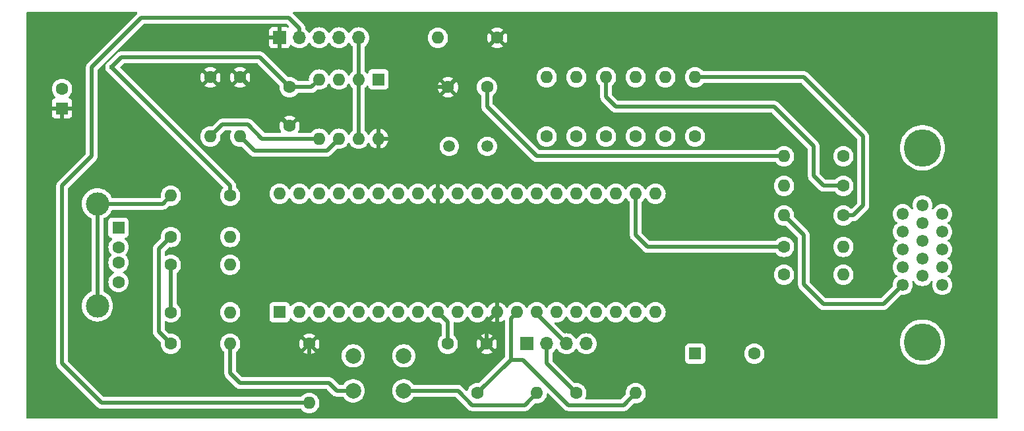
<source format=gbr>
%TF.GenerationSoftware,KiCad,Pcbnew,8.0.2*%
%TF.CreationDate,2025-02-07T22:28:49+01:00*%
%TF.ProjectId,propeller-vga,70726f70-656c-46c6-9572-2d7667612e6b,rev?*%
%TF.SameCoordinates,Original*%
%TF.FileFunction,Copper,L2,Bot*%
%TF.FilePolarity,Positive*%
%FSLAX46Y46*%
G04 Gerber Fmt 4.6, Leading zero omitted, Abs format (unit mm)*
G04 Created by KiCad (PCBNEW 8.0.2) date 2025-02-07 22:28:49*
%MOMM*%
%LPD*%
G01*
G04 APERTURE LIST*
%TA.AperFunction,ComponentPad*%
%ADD10R,1.600000X1.600000*%
%TD*%
%TA.AperFunction,ComponentPad*%
%ADD11O,1.600000X1.600000*%
%TD*%
%TA.AperFunction,ComponentPad*%
%ADD12C,1.500000*%
%TD*%
%TA.AperFunction,ComponentPad*%
%ADD13C,2.000000*%
%TD*%
%TA.AperFunction,ComponentPad*%
%ADD14C,1.600000*%
%TD*%
%TA.AperFunction,ComponentPad*%
%ADD15C,1.550000*%
%TD*%
%TA.AperFunction,ComponentPad*%
%ADD16C,4.800000*%
%TD*%
%TA.AperFunction,ComponentPad*%
%ADD17R,1.700000X1.700000*%
%TD*%
%TA.AperFunction,ComponentPad*%
%ADD18O,1.700000X1.700000*%
%TD*%
%TA.AperFunction,ComponentPad*%
%ADD19C,3.000000*%
%TD*%
%TA.AperFunction,ViaPad*%
%ADD20C,0.600000*%
%TD*%
%TA.AperFunction,Conductor*%
%ADD21C,0.500000*%
%TD*%
G04 APERTURE END LIST*
D10*
%TO.P,U1,1,P0*%
%TO.N,Net-(U1-P0)*%
X138435000Y-79756000D03*
D11*
%TO.P,U1,2,P1*%
%TO.N,Net-(U1-P1)*%
X140975000Y-79756000D03*
%TO.P,U1,3,P2*%
%TO.N,unconnected-(U1-P2-Pad3)*%
X143515000Y-79756000D03*
%TO.P,U1,4,P3*%
%TO.N,unconnected-(U1-P3-Pad4)*%
X146055000Y-79756000D03*
%TO.P,U1,5,P4*%
%TO.N,unconnected-(U1-P4-Pad5)*%
X148595000Y-79756000D03*
%TO.P,U1,6,P5*%
%TO.N,unconnected-(U1-P5-Pad6)*%
X151135000Y-79756000D03*
%TO.P,U1,7,P6*%
%TO.N,unconnected-(U1-P6-Pad7)*%
X153675000Y-79756000D03*
%TO.P,U1,8,P7*%
%TO.N,unconnected-(U1-P7-Pad8)*%
X156215000Y-79756000D03*
%TO.P,U1,9,VSS*%
%TO.N,GND*%
X158755000Y-79756000D03*
%TO.P,U1,10,~{BOE}*%
X161295000Y-79756000D03*
%TO.P,U1,11,~{RES}*%
%TO.N,~{RES}*%
X163835000Y-79756000D03*
%TO.P,U1,12,VDD*%
%TO.N,+3V3*%
X166375000Y-79756000D03*
%TO.P,U1,13,P8*%
%TO.N,TXIN*%
X168915000Y-79756000D03*
%TO.P,U1,14,P9*%
%TO.N,RXIN*%
X171455000Y-79756000D03*
%TO.P,U1,15,P10*%
%TO.N,unconnected-(U1-P10-Pad15)*%
X173995000Y-79756000D03*
%TO.P,U1,16,P11*%
%TO.N,unconnected-(U1-P11-Pad16)*%
X176535000Y-79756000D03*
%TO.P,U1,17,P12*%
%TO.N,unconnected-(U1-P12-Pad17)*%
X179075000Y-79756000D03*
%TO.P,U1,18,P13*%
%TO.N,unconnected-(U1-P13-Pad18)*%
X181615000Y-79756000D03*
%TO.P,U1,19,P14*%
%TO.N,Net-(U1-P14)*%
X184155000Y-79756000D03*
%TO.P,U1,20,P15*%
%TO.N,Net-(U1-P15)*%
X186695000Y-79756000D03*
%TO.P,U1,21,P16*%
%TO.N,Net-(U1-P16)*%
X186695000Y-64516000D03*
%TO.P,U1,22,P17*%
%TO.N,Net-(U1-P17)*%
X184155000Y-64516000D03*
%TO.P,U1,23,P18*%
%TO.N,Net-(U1-P18)*%
X181615000Y-64516000D03*
%TO.P,U1,24,P19*%
%TO.N,Net-(U1-P19)*%
X179075000Y-64516000D03*
%TO.P,U1,25,P20*%
%TO.N,Net-(U1-P20)*%
X176535000Y-64516000D03*
%TO.P,U1,26,P21*%
%TO.N,Net-(U1-P21)*%
X173995000Y-64516000D03*
%TO.P,U1,27,P22*%
%TO.N,Net-(U1-P22)*%
X171455000Y-64516000D03*
%TO.P,U1,28,P23*%
%TO.N,Net-(U1-P23)*%
X168915000Y-64516000D03*
%TO.P,U1,29,VSS*%
%TO.N,GND*%
X166375000Y-64516000D03*
%TO.P,U1,30,XI*%
%TO.N,Net-(U1-XI)*%
X163835000Y-64516000D03*
%TO.P,U1,31,XO*%
%TO.N,Net-(U1-XO)*%
X161295000Y-64516000D03*
%TO.P,U1,32,VDD*%
%TO.N,+3V3*%
X158755000Y-64516000D03*
%TO.P,U1,33,P24*%
%TO.N,unconnected-(U1-P24-Pad33)*%
X156215000Y-64516000D03*
%TO.P,U1,34,P25*%
%TO.N,unconnected-(U1-P25-Pad34)*%
X153675000Y-64516000D03*
%TO.P,U1,35,P26*%
%TO.N,unconnected-(U1-P26-Pad35)*%
X151135000Y-64516000D03*
%TO.P,U1,36,P27*%
%TO.N,unconnected-(U1-P27-Pad36)*%
X148595000Y-64516000D03*
%TO.P,U1,37,P28*%
%TO.N,SCL*%
X146055000Y-64516000D03*
%TO.P,U1,38,P29*%
%TO.N,SDA*%
X143515000Y-64516000D03*
%TO.P,U1,39,P30*%
%TO.N,TX*%
X140975000Y-64516000D03*
%TO.P,U1,40,P31*%
%TO.N,RX*%
X138435000Y-64516000D03*
%TD*%
D12*
%TO.P,Y1,1,1*%
%TO.N,Net-(U1-XI)*%
X165100000Y-58420000D03*
%TO.P,Y1,2,2*%
%TO.N,Net-(U1-XO)*%
X160220000Y-58420000D03*
%TD*%
D10*
%TO.P,U2,1,A0*%
%TO.N,GND*%
X151120000Y-49818000D03*
D11*
%TO.P,U2,2,A1*%
X148580000Y-49818000D03*
%TO.P,U2,3,A2*%
X146040000Y-49818000D03*
%TO.P,U2,4,GND*%
X143500000Y-49818000D03*
%TO.P,U2,5,SDA*%
%TO.N,SDA*%
X143500000Y-57438000D03*
%TO.P,U2,6,SCL*%
%TO.N,SCL*%
X146040000Y-57438000D03*
%TO.P,U2,7,WP*%
%TO.N,GND*%
X148580000Y-57438000D03*
%TO.P,U2,8,VCC*%
%TO.N,+3V3*%
X151120000Y-57438000D03*
%TD*%
D13*
%TO.P,SW1,1,1*%
%TO.N,GND*%
X154380000Y-89880000D03*
X147880000Y-89880000D03*
%TO.P,SW1,2,2*%
%TO.N,~{RES}*%
X154380000Y-85380000D03*
X147880000Y-85380000D03*
%TD*%
D14*
%TO.P,R22,1*%
%TO.N,Net-(J1-D-)*%
X124460000Y-83820000D03*
D11*
%TO.P,R22,2*%
%TO.N,GND*%
X132080000Y-83820000D03*
%TD*%
D14*
%TO.P,R21,1*%
%TO.N,Net-(J1-D+)*%
X124460000Y-79770000D03*
D11*
%TO.P,R21,2*%
%TO.N,GND*%
X132080000Y-79770000D03*
%TD*%
D14*
%TO.P,R20,1*%
%TO.N,+3V3*%
X142240000Y-83820000D03*
D11*
%TO.P,R20,2*%
%TO.N,~{RES}*%
X142240000Y-91440000D03*
%TD*%
D14*
%TO.P,R19,1*%
%TO.N,TXIN*%
X163830000Y-90170000D03*
D11*
%TO.P,R19,2*%
%TO.N,GND*%
X171450000Y-90170000D03*
%TD*%
D14*
%TO.P,R18,1*%
%TO.N,Net-(J3-Pin_2)*%
X176530000Y-90170000D03*
D11*
%TO.P,R18,2*%
%TO.N,TXIN*%
X184150000Y-90170000D03*
%TD*%
%TO.P,R17,2*%
%TO.N,GND*%
X203200000Y-59690000D03*
D14*
%TO.P,R17,1*%
%TO.N,R*%
X210820000Y-59690000D03*
%TD*%
D11*
%TO.P,R16,2*%
%TO.N,GND*%
X203200000Y-63500000D03*
D14*
%TO.P,R16,1*%
%TO.N,G*%
X210820000Y-63500000D03*
%TD*%
D11*
%TO.P,R15,2*%
%TO.N,GND*%
X203200000Y-67310000D03*
D14*
%TO.P,R15,1*%
%TO.N,B*%
X210820000Y-67310000D03*
%TD*%
D11*
%TO.P,R14,2*%
%TO.N,R*%
X172720000Y-49530000D03*
D14*
%TO.P,R14,1*%
%TO.N,Net-(U1-P23)*%
X172720000Y-57150000D03*
%TD*%
D11*
%TO.P,R13,2*%
%TO.N,R*%
X176530000Y-49530000D03*
D14*
%TO.P,R13,1*%
%TO.N,Net-(U1-P22)*%
X176530000Y-57150000D03*
%TD*%
D11*
%TO.P,R12,2*%
%TO.N,G*%
X180340000Y-49530000D03*
D14*
%TO.P,R12,1*%
%TO.N,Net-(U1-P21)*%
X180340000Y-57150000D03*
%TD*%
D11*
%TO.P,R11,2*%
%TO.N,G*%
X184150000Y-49530000D03*
D14*
%TO.P,R11,1*%
%TO.N,Net-(U1-P20)*%
X184150000Y-57150000D03*
%TD*%
%TO.P,R10,1*%
%TO.N,Net-(U1-P19)*%
X187960000Y-57150000D03*
D11*
%TO.P,R10,2*%
%TO.N,B*%
X187960000Y-49530000D03*
%TD*%
D14*
%TO.P,R9,1*%
%TO.N,Net-(U1-P18)*%
X191770000Y-57150000D03*
D11*
%TO.P,R9,2*%
%TO.N,B*%
X191770000Y-49530000D03*
%TD*%
D14*
%TO.P,R8,1*%
%TO.N,Net-(U1-P17)*%
X203200000Y-71360000D03*
D11*
%TO.P,R8,2*%
%TO.N,HSYNC*%
X210820000Y-71360000D03*
%TD*%
D14*
%TO.P,R7,1*%
%TO.N,Net-(U1-P16)*%
X203200000Y-74930000D03*
D11*
%TO.P,R7,2*%
%TO.N,VSYNC*%
X210820000Y-74930000D03*
%TD*%
D14*
%TO.P,R6,1*%
%TO.N,+3V3*%
X133350000Y-49530000D03*
D11*
%TO.P,R6,2*%
%TO.N,SCL*%
X133350000Y-57150000D03*
%TD*%
D14*
%TO.P,R5,1*%
%TO.N,+3V3*%
X129540000Y-49530000D03*
D11*
%TO.P,R5,2*%
%TO.N,SDA*%
X129540000Y-57150000D03*
%TD*%
D14*
%TO.P,R4,1*%
%TO.N,+3V3*%
X166370000Y-44450000D03*
D11*
%TO.P,R4,2*%
%TO.N,RX*%
X158750000Y-44450000D03*
%TD*%
D14*
%TO.P,R3,1*%
%TO.N,GND*%
X132080000Y-64770000D03*
D11*
%TO.P,R3,2*%
%TO.N,Net-(J1-Shield)*%
X124460000Y-64770000D03*
%TD*%
D14*
%TO.P,R2,1*%
%TO.N,Net-(J1-D-)*%
X124460000Y-70090000D03*
D11*
%TO.P,R2,2*%
%TO.N,Net-(U1-P1)*%
X132080000Y-70090000D03*
%TD*%
D14*
%TO.P,R1,1*%
%TO.N,Net-(J1-D+)*%
X124460000Y-73660000D03*
D11*
%TO.P,R1,2*%
%TO.N,Net-(U1-P0)*%
X132080000Y-73660000D03*
%TD*%
D10*
%TO.P,LS1,1,1*%
%TO.N,Net-(U1-P14)*%
X191790000Y-85090000D03*
D14*
%TO.P,LS1,2,2*%
%TO.N,Net-(U1-P15)*%
X199390000Y-85090000D03*
%TD*%
D15*
%TO.P,J4,1*%
%TO.N,R*%
X218440000Y-67130000D03*
%TO.P,J4,2*%
%TO.N,G*%
X218440000Y-69410000D03*
%TO.P,J4,3*%
%TO.N,B*%
X218440000Y-71690000D03*
%TO.P,J4,4*%
%TO.N,unconnected-(J4-Pad4)*%
X218440000Y-73970000D03*
%TO.P,J4,5*%
%TO.N,GND*%
X218440000Y-76250000D03*
%TO.P,J4,6*%
X220980000Y-65990000D03*
%TO.P,J4,7*%
X220980000Y-68270000D03*
%TO.P,J4,8*%
X220980000Y-70550000D03*
%TO.P,J4,9*%
%TO.N,unconnected-(J4-Pad9)*%
X220980000Y-72830000D03*
%TO.P,J4,10*%
%TO.N,GND*%
X220980000Y-75110000D03*
%TO.P,J4,11*%
%TO.N,unconnected-(J4-Pad11)*%
X223520000Y-67130000D03*
%TO.P,J4,12*%
%TO.N,unconnected-(J4-Pad12)*%
X223520000Y-69410000D03*
%TO.P,J4,13*%
%TO.N,HSYNC*%
X223520000Y-71690000D03*
%TO.P,J4,14*%
%TO.N,VSYNC*%
X223520000Y-73970000D03*
%TO.P,J4,15*%
%TO.N,unconnected-(J4-Pad15)*%
X223520000Y-76250000D03*
D16*
%TO.P,J4,16*%
%TO.N,N/C*%
X220980000Y-83620000D03*
%TO.P,J4,17*%
X220980000Y-58620000D03*
%TD*%
D17*
%TO.P,J3,1,Pin_1*%
%TO.N,+5V*%
X170180000Y-83820000D03*
D18*
%TO.P,J3,2,Pin_2*%
%TO.N,Net-(J3-Pin_2)*%
X172720000Y-83820000D03*
%TO.P,J3,3,Pin_3*%
%TO.N,RXIN*%
X175260000Y-83820000D03*
%TO.P,J3,4,Pin_4*%
%TO.N,GND*%
X177800000Y-83820000D03*
%TD*%
D17*
%TO.P,J2,1,Pin_1*%
%TO.N,+3V3*%
X138430000Y-44450000D03*
D18*
%TO.P,J2,2,Pin_2*%
%TO.N,~{RES}*%
X140970000Y-44450000D03*
%TO.P,J2,3,Pin_3*%
%TO.N,RX*%
X143510000Y-44450000D03*
%TO.P,J2,4,Pin_4*%
%TO.N,TX*%
X146050000Y-44450000D03*
%TO.P,J2,5,Pin_5*%
%TO.N,GND*%
X148590000Y-44450000D03*
%TD*%
D10*
%TO.P,J1,1,VBUS*%
%TO.N,+5V*%
X117750000Y-68890000D03*
D14*
%TO.P,J1,2,D-*%
%TO.N,Net-(J1-D-)*%
X117750000Y-71390000D03*
%TO.P,J1,3,D+*%
%TO.N,Net-(J1-D+)*%
X117750000Y-73390000D03*
%TO.P,J1,4,GND*%
%TO.N,GND*%
X117750000Y-75890000D03*
D19*
%TO.P,J1,5,Shield*%
%TO.N,Net-(J1-Shield)*%
X115040000Y-65820000D03*
X115040000Y-78960000D03*
%TD*%
D14*
%TO.P,C4,1*%
%TO.N,+3V3*%
X139700000Y-55800000D03*
%TO.P,C4,2*%
%TO.N,GND*%
X139700000Y-50800000D03*
%TD*%
D10*
%TO.P,C3,1*%
%TO.N,+3V3*%
X110490000Y-53540000D03*
D14*
%TO.P,C3,2*%
%TO.N,GND*%
X110490000Y-51040000D03*
%TD*%
%TO.P,C2,1*%
%TO.N,+3V3*%
X160060000Y-50800000D03*
%TO.P,C2,2*%
%TO.N,GND*%
X165060000Y-50800000D03*
%TD*%
%TO.P,C1,1*%
%TO.N,+3V3*%
X165020000Y-83820000D03*
%TO.P,C1,2*%
%TO.N,GND*%
X160020000Y-83820000D03*
%TD*%
D20*
%TO.N,GND*%
X116840000Y-48260000D03*
%TD*%
D21*
%TO.N,Net-(J1-D+)*%
X124460000Y-79770000D02*
X124460000Y-73660000D01*
%TO.N,Net-(J1-D-)*%
X122910000Y-82270000D02*
X122910000Y-71640000D01*
X124460000Y-83820000D02*
X122910000Y-82270000D01*
X122910000Y-71640000D02*
X124460000Y-70090000D01*
%TO.N,GND*%
X132080000Y-87630000D02*
X132080000Y-83820000D01*
X133350000Y-88900000D02*
X132080000Y-87630000D01*
X144780000Y-88900000D02*
X133350000Y-88900000D01*
X145760000Y-89880000D02*
X144780000Y-88900000D01*
X147880000Y-89880000D02*
X145760000Y-89880000D01*
X165060000Y-53300000D02*
X165060000Y-50800000D01*
X171450000Y-59690000D02*
X165060000Y-53300000D01*
X203200000Y-59690000D02*
X171450000Y-59690000D01*
X215950000Y-78740000D02*
X208280000Y-78740000D01*
X205740000Y-76200000D02*
X205740000Y-69850000D01*
X208280000Y-78740000D02*
X205740000Y-76200000D01*
X218440000Y-76250000D02*
X215950000Y-78740000D01*
X205740000Y-69850000D02*
X203200000Y-67310000D01*
%TO.N,B*%
X212090000Y-67310000D02*
X210820000Y-67310000D01*
X213360000Y-66040000D02*
X212090000Y-67310000D01*
X213360000Y-57150000D02*
X213360000Y-66040000D01*
X191770000Y-49530000D02*
X205740000Y-49530000D01*
X205740000Y-49530000D02*
X213360000Y-57150000D01*
%TO.N,G*%
X208280000Y-63500000D02*
X210820000Y-63500000D01*
X207010000Y-58420000D02*
X207010000Y-62230000D01*
X181610000Y-53340000D02*
X201930000Y-53340000D01*
X201930000Y-53340000D02*
X207010000Y-58420000D01*
X180340000Y-52070000D02*
X181610000Y-53340000D01*
X207010000Y-62230000D02*
X208280000Y-63500000D01*
X180340000Y-49530000D02*
X180340000Y-52070000D01*
%TO.N,Net-(U1-P17)*%
X184155000Y-69845000D02*
X184155000Y-64516000D01*
X185660000Y-71360000D02*
X184150000Y-69850000D01*
X184150000Y-69850000D02*
X184155000Y-69845000D01*
X203200000Y-71360000D02*
X185660000Y-71360000D01*
%TO.N,+3V3*%
X166370000Y-44450000D02*
X160060000Y-50760000D01*
X160060000Y-50760000D02*
X160060000Y-50800000D01*
X133430000Y-49530000D02*
X133350000Y-49530000D01*
X139700000Y-55800000D02*
X133430000Y-49530000D01*
%TO.N,GND*%
X148580000Y-49818000D02*
X148580000Y-57438000D01*
X148590000Y-44450000D02*
X148590000Y-49808000D01*
X148590000Y-49808000D02*
X148580000Y-49818000D01*
X142518000Y-50800000D02*
X143500000Y-49818000D01*
X139700000Y-50800000D02*
X142518000Y-50800000D01*
X118110000Y-46990000D02*
X116840000Y-48260000D01*
X135890000Y-46990000D02*
X118110000Y-46990000D01*
X139700000Y-50800000D02*
X135890000Y-46990000D01*
X132080000Y-63500000D02*
X116840000Y-48260000D01*
X132080000Y-64770000D02*
X132080000Y-63500000D01*
%TO.N,Net-(J1-Shield)*%
X115040000Y-78960000D02*
X115040000Y-65820000D01*
X123410000Y-65820000D02*
X124460000Y-64770000D01*
X115040000Y-65820000D02*
X123410000Y-65820000D01*
%TO.N,SDA*%
X134340000Y-55600000D02*
X136178000Y-57438000D01*
X131090000Y-55600000D02*
X134340000Y-55600000D01*
X136178000Y-57438000D02*
X143500000Y-57438000D01*
X129540000Y-57150000D02*
X131090000Y-55600000D01*
%TO.N,SCL*%
X135188000Y-58988000D02*
X133350000Y-57150000D01*
X144490000Y-58988000D02*
X135188000Y-58988000D01*
X146040000Y-57438000D02*
X144490000Y-58988000D01*
%TO.N,+3V3*%
X157480000Y-50800000D02*
X160060000Y-50800000D01*
X156210000Y-52070000D02*
X157480000Y-50800000D01*
X156210000Y-58420000D02*
X156210000Y-52070000D01*
X153958000Y-57438000D02*
X151120000Y-57438000D01*
X154940000Y-58420000D02*
X153958000Y-57438000D01*
X156210000Y-58420000D02*
X154940000Y-58420000D01*
X158755000Y-60965000D02*
X156210000Y-58420000D01*
X158755000Y-64516000D02*
X158755000Y-60965000D01*
X158755000Y-69845000D02*
X158755000Y-64516000D01*
X158750000Y-69850000D02*
X158755000Y-69845000D01*
X166375000Y-77475000D02*
X158750000Y-69850000D01*
X166375000Y-79756000D02*
X166375000Y-77475000D01*
X142240000Y-86360000D02*
X142240000Y-83820000D01*
X143010000Y-87130000D02*
X142240000Y-86360000D01*
X161710000Y-87130000D02*
X143010000Y-87130000D01*
X165020000Y-83820000D02*
X161710000Y-87130000D01*
X165020000Y-83820000D02*
X165020000Y-81111000D01*
X165020000Y-81111000D02*
X166375000Y-79756000D01*
%TO.N,GND*%
X161347968Y-89880000D02*
X161463984Y-89996016D01*
X154380000Y-89880000D02*
X161347968Y-89880000D01*
X163187968Y-91720000D02*
X161463984Y-89996016D01*
X160020000Y-81021000D02*
X158755000Y-79756000D01*
X160020000Y-83820000D02*
X160020000Y-81021000D01*
X169900000Y-91720000D02*
X163187968Y-91720000D01*
X171450000Y-90170000D02*
X169900000Y-91720000D01*
%TO.N,TXIN*%
X175540000Y-91720000D02*
X169704999Y-85884999D01*
X169704999Y-85884999D02*
X168115001Y-85884999D01*
X182600000Y-91720000D02*
X175540000Y-91720000D01*
X184150000Y-90170000D02*
X182600000Y-91720000D01*
%TO.N,Net-(J3-Pin_2)*%
X172720000Y-86360000D02*
X176530000Y-90170000D01*
X172720000Y-83820000D02*
X172720000Y-86360000D01*
%TO.N,RXIN*%
X175260000Y-83820000D02*
X171455000Y-80015000D01*
X171455000Y-80015000D02*
X171455000Y-79756000D01*
%TO.N,TXIN*%
X168115001Y-85884999D02*
X163830000Y-90170000D01*
X168915000Y-79756000D02*
X168115001Y-80555999D01*
X168115001Y-80555999D02*
X168115001Y-85884999D01*
%TO.N,~{RES}*%
X115570000Y-91440000D02*
X142240000Y-91440000D01*
X110490000Y-86360000D02*
X115570000Y-91440000D01*
X110490000Y-63500000D02*
X110490000Y-86360000D01*
X114300000Y-59690000D02*
X110490000Y-63500000D01*
X114300000Y-48260000D02*
X114300000Y-59690000D01*
X120650000Y-41910000D02*
X114300000Y-48260000D01*
X140970000Y-44450000D02*
X140970000Y-43247919D01*
X140970000Y-43247919D02*
X139632081Y-41910000D01*
X139632081Y-41910000D02*
X120650000Y-41910000D01*
%TD*%
%TA.AperFunction,Conductor*%
%TO.N,+3V3*%
G36*
X120125810Y-41160185D02*
G01*
X120171565Y-41212989D01*
X120181509Y-41282147D01*
X120152484Y-41345703D01*
X120146452Y-41352181D01*
X113717052Y-47781578D01*
X113717049Y-47781581D01*
X113687724Y-47825469D01*
X113687725Y-47825470D01*
X113634914Y-47904508D01*
X113578343Y-48041082D01*
X113578340Y-48041092D01*
X113549500Y-48186079D01*
X113549500Y-59327769D01*
X113529815Y-59394808D01*
X113513181Y-59415450D01*
X109907052Y-63021578D01*
X109907049Y-63021581D01*
X109872390Y-63073452D01*
X109872391Y-63073453D01*
X109824914Y-63144508D01*
X109768343Y-63281082D01*
X109768340Y-63281092D01*
X109739500Y-63426079D01*
X109739500Y-63426080D01*
X109739500Y-63426082D01*
X109739500Y-86433918D01*
X109739500Y-86433920D01*
X109739499Y-86433920D01*
X109768340Y-86578907D01*
X109768343Y-86578917D01*
X109824914Y-86715492D01*
X109853869Y-86758826D01*
X109853870Y-86758829D01*
X109907046Y-86838414D01*
X109907052Y-86838421D01*
X115091584Y-92022952D01*
X115091586Y-92022954D01*
X115121058Y-92042645D01*
X115165270Y-92072186D01*
X115214505Y-92105084D01*
X115214506Y-92105084D01*
X115214507Y-92105085D01*
X115214509Y-92105086D01*
X115351082Y-92161656D01*
X115351087Y-92161658D01*
X115351091Y-92161658D01*
X115351092Y-92161659D01*
X115496079Y-92190500D01*
X115496082Y-92190500D01*
X115496083Y-92190500D01*
X115643917Y-92190500D01*
X141113337Y-92190500D01*
X141180376Y-92210185D01*
X141214912Y-92243377D01*
X141239954Y-92279141D01*
X141400858Y-92440045D01*
X141400861Y-92440047D01*
X141587266Y-92570568D01*
X141793504Y-92666739D01*
X142013308Y-92725635D01*
X142175230Y-92739801D01*
X142239998Y-92745468D01*
X142240000Y-92745468D01*
X142240002Y-92745468D01*
X142296673Y-92740509D01*
X142466692Y-92725635D01*
X142686496Y-92666739D01*
X142892734Y-92570568D01*
X143079139Y-92440047D01*
X143240047Y-92279139D01*
X143370568Y-92092734D01*
X143466739Y-91886496D01*
X143525635Y-91666692D01*
X143545468Y-91440000D01*
X143525635Y-91213308D01*
X143466739Y-90993504D01*
X143370568Y-90787266D01*
X143240047Y-90600861D01*
X143240045Y-90600858D01*
X143079141Y-90439954D01*
X142892734Y-90309432D01*
X142892732Y-90309431D01*
X142686497Y-90213261D01*
X142686488Y-90213258D01*
X142466697Y-90154366D01*
X142466693Y-90154365D01*
X142466692Y-90154365D01*
X142466691Y-90154364D01*
X142466686Y-90154364D01*
X142240002Y-90134532D01*
X142239998Y-90134532D01*
X142013313Y-90154364D01*
X142013302Y-90154366D01*
X141793511Y-90213258D01*
X141793502Y-90213261D01*
X141587267Y-90309431D01*
X141587265Y-90309432D01*
X141400858Y-90439954D01*
X141239954Y-90600858D01*
X141214912Y-90636623D01*
X141160335Y-90680248D01*
X141113337Y-90689500D01*
X115932230Y-90689500D01*
X115865191Y-90669815D01*
X115844549Y-90653181D01*
X111276819Y-86085451D01*
X111243334Y-86024128D01*
X111240500Y-85997770D01*
X111240500Y-82343920D01*
X122159499Y-82343920D01*
X122188340Y-82488907D01*
X122188342Y-82488913D01*
X122231760Y-82593735D01*
X122244916Y-82625495D01*
X122245415Y-82626242D01*
X122245433Y-82626298D01*
X122245447Y-82626289D01*
X122313182Y-82727664D01*
X122327051Y-82748420D01*
X122327052Y-82748421D01*
X123133282Y-83554650D01*
X123166767Y-83615973D01*
X123169129Y-83653137D01*
X123154532Y-83819996D01*
X123154532Y-83820001D01*
X123174364Y-84046686D01*
X123174366Y-84046697D01*
X123233258Y-84266488D01*
X123233261Y-84266497D01*
X123329431Y-84472732D01*
X123329432Y-84472734D01*
X123459954Y-84659141D01*
X123620858Y-84820045D01*
X123620861Y-84820047D01*
X123807266Y-84950568D01*
X124013504Y-85046739D01*
X124233308Y-85105635D01*
X124395230Y-85119801D01*
X124459998Y-85125468D01*
X124460000Y-85125468D01*
X124460002Y-85125468D01*
X124516673Y-85120509D01*
X124686692Y-85105635D01*
X124906496Y-85046739D01*
X125112734Y-84950568D01*
X125299139Y-84820047D01*
X125460047Y-84659139D01*
X125590568Y-84472734D01*
X125686739Y-84266496D01*
X125745635Y-84046692D01*
X125765468Y-83820000D01*
X125765468Y-83819998D01*
X130774532Y-83819998D01*
X130774532Y-83820001D01*
X130794364Y-84046686D01*
X130794366Y-84046697D01*
X130853258Y-84266488D01*
X130853261Y-84266497D01*
X130949431Y-84472732D01*
X130949432Y-84472734D01*
X131079954Y-84659141D01*
X131240859Y-84820046D01*
X131276621Y-84845086D01*
X131320247Y-84899662D01*
X131329500Y-84946662D01*
X131329500Y-87703918D01*
X131329500Y-87703920D01*
X131329499Y-87703920D01*
X131358340Y-87848907D01*
X131358343Y-87848917D01*
X131414914Y-87985492D01*
X131447812Y-88034727D01*
X131447813Y-88034730D01*
X131497046Y-88108414D01*
X131497052Y-88108421D01*
X132767049Y-89378416D01*
X132871584Y-89482951D01*
X132871585Y-89482952D01*
X132994498Y-89565080D01*
X132994511Y-89565087D01*
X133131082Y-89621656D01*
X133131087Y-89621658D01*
X133131091Y-89621658D01*
X133131092Y-89621659D01*
X133276079Y-89650500D01*
X133276082Y-89650500D01*
X144417770Y-89650500D01*
X144484809Y-89670185D01*
X144505451Y-89686819D01*
X144882959Y-90064326D01*
X145177049Y-90358416D01*
X145253981Y-90435348D01*
X145281585Y-90462952D01*
X145404498Y-90545080D01*
X145404511Y-90545087D01*
X145539163Y-90600861D01*
X145541087Y-90601658D01*
X145541091Y-90601658D01*
X145541092Y-90601659D01*
X145686079Y-90630500D01*
X145686082Y-90630500D01*
X146510864Y-90630500D01*
X146577903Y-90650185D01*
X146614672Y-90686677D01*
X146691836Y-90804785D01*
X146860256Y-90987738D01*
X147056491Y-91140474D01*
X147275190Y-91258828D01*
X147510386Y-91339571D01*
X147755665Y-91380500D01*
X148004335Y-91380500D01*
X148249614Y-91339571D01*
X148484810Y-91258828D01*
X148703509Y-91140474D01*
X148899744Y-90987738D01*
X149068164Y-90804785D01*
X149204173Y-90596607D01*
X149304063Y-90368881D01*
X149365108Y-90127821D01*
X149365109Y-90127812D01*
X149385643Y-89880005D01*
X149385643Y-89879994D01*
X149365109Y-89632187D01*
X149365107Y-89632175D01*
X149304063Y-89391118D01*
X149204173Y-89163393D01*
X149068166Y-88955217D01*
X149002941Y-88884364D01*
X148899744Y-88772262D01*
X148703509Y-88619526D01*
X148703507Y-88619525D01*
X148703506Y-88619524D01*
X148484811Y-88501172D01*
X148484802Y-88501169D01*
X148249616Y-88420429D01*
X148004335Y-88379500D01*
X147755665Y-88379500D01*
X147510383Y-88420429D01*
X147275197Y-88501169D01*
X147275188Y-88501172D01*
X147056493Y-88619524D01*
X146922403Y-88723891D01*
X146860256Y-88772262D01*
X146766805Y-88873777D01*
X146691836Y-88955215D01*
X146614673Y-89073322D01*
X146561526Y-89118678D01*
X146510864Y-89129500D01*
X146122229Y-89129500D01*
X146055190Y-89109815D01*
X146034548Y-89093181D01*
X145258421Y-88317052D01*
X145258414Y-88317046D01*
X145184729Y-88267812D01*
X145184729Y-88267813D01*
X145135491Y-88234913D01*
X144998917Y-88178343D01*
X144998907Y-88178340D01*
X144853920Y-88149500D01*
X144853918Y-88149500D01*
X133712229Y-88149500D01*
X133645190Y-88129815D01*
X133624548Y-88113181D01*
X132866819Y-87355451D01*
X132833334Y-87294128D01*
X132830500Y-87267770D01*
X132830500Y-85379994D01*
X146374357Y-85379994D01*
X146374357Y-85380005D01*
X146394890Y-85627812D01*
X146394892Y-85627824D01*
X146455936Y-85868881D01*
X146555826Y-86096606D01*
X146691833Y-86304782D01*
X146702840Y-86316739D01*
X146860256Y-86487738D01*
X147056491Y-86640474D01*
X147275190Y-86758828D01*
X147510386Y-86839571D01*
X147755665Y-86880500D01*
X148004335Y-86880500D01*
X148249614Y-86839571D01*
X148484810Y-86758828D01*
X148703509Y-86640474D01*
X148899744Y-86487738D01*
X149068164Y-86304785D01*
X149204173Y-86096607D01*
X149304063Y-85868881D01*
X149365108Y-85627821D01*
X149365109Y-85627812D01*
X149385643Y-85380005D01*
X149385643Y-85379994D01*
X152874357Y-85379994D01*
X152874357Y-85380005D01*
X152894890Y-85627812D01*
X152894892Y-85627824D01*
X152955936Y-85868881D01*
X153055826Y-86096606D01*
X153191833Y-86304782D01*
X153202840Y-86316739D01*
X153360256Y-86487738D01*
X153556491Y-86640474D01*
X153775190Y-86758828D01*
X154010386Y-86839571D01*
X154255665Y-86880500D01*
X154504335Y-86880500D01*
X154749614Y-86839571D01*
X154984810Y-86758828D01*
X155203509Y-86640474D01*
X155399744Y-86487738D01*
X155568164Y-86304785D01*
X155704173Y-86096607D01*
X155804063Y-85868881D01*
X155865108Y-85627821D01*
X155865109Y-85627812D01*
X155885643Y-85380005D01*
X155885643Y-85379994D01*
X155865109Y-85132187D01*
X155865107Y-85132175D01*
X155804063Y-84891118D01*
X155704173Y-84663393D01*
X155568166Y-84455217D01*
X155546557Y-84431744D01*
X155399744Y-84272262D01*
X155203509Y-84119526D01*
X155203507Y-84119525D01*
X155203506Y-84119524D01*
X154984811Y-84001172D01*
X154984802Y-84001169D01*
X154749616Y-83920429D01*
X154504335Y-83879500D01*
X154255665Y-83879500D01*
X154010383Y-83920429D01*
X153775197Y-84001169D01*
X153775188Y-84001172D01*
X153556493Y-84119524D01*
X153360257Y-84272261D01*
X153191833Y-84455217D01*
X153055826Y-84663393D01*
X152955936Y-84891118D01*
X152894892Y-85132175D01*
X152894890Y-85132187D01*
X152874357Y-85379994D01*
X149385643Y-85379994D01*
X149365109Y-85132187D01*
X149365107Y-85132175D01*
X149304063Y-84891118D01*
X149204173Y-84663393D01*
X149068166Y-84455217D01*
X149046557Y-84431744D01*
X148899744Y-84272262D01*
X148703509Y-84119526D01*
X148703507Y-84119525D01*
X148703506Y-84119524D01*
X148484811Y-84001172D01*
X148484802Y-84001169D01*
X148249616Y-83920429D01*
X148004335Y-83879500D01*
X147755665Y-83879500D01*
X147510383Y-83920429D01*
X147275197Y-84001169D01*
X147275188Y-84001172D01*
X147056493Y-84119524D01*
X146860257Y-84272261D01*
X146691833Y-84455217D01*
X146555826Y-84663393D01*
X146455936Y-84891118D01*
X146394892Y-85132175D01*
X146394890Y-85132187D01*
X146374357Y-85379994D01*
X132830500Y-85379994D01*
X132830500Y-84946662D01*
X132850185Y-84879623D01*
X132883379Y-84845086D01*
X132919140Y-84820046D01*
X133080045Y-84659141D01*
X133080047Y-84659139D01*
X133210568Y-84472734D01*
X133306739Y-84266496D01*
X133365635Y-84046692D01*
X133385468Y-83820000D01*
X133385468Y-83819997D01*
X140935034Y-83819997D01*
X140935034Y-83820002D01*
X140954858Y-84046599D01*
X140954860Y-84046610D01*
X141013730Y-84266317D01*
X141013735Y-84266331D01*
X141109863Y-84472478D01*
X141160974Y-84545472D01*
X141840000Y-83866446D01*
X141840000Y-83872661D01*
X141867259Y-83974394D01*
X141919920Y-84065606D01*
X141994394Y-84140080D01*
X142085606Y-84192741D01*
X142187339Y-84220000D01*
X142193553Y-84220000D01*
X141514526Y-84899025D01*
X141587513Y-84950132D01*
X141587521Y-84950136D01*
X141793668Y-85046264D01*
X141793682Y-85046269D01*
X142013389Y-85105139D01*
X142013400Y-85105141D01*
X142239998Y-85124966D01*
X142240002Y-85124966D01*
X142466599Y-85105141D01*
X142466610Y-85105139D01*
X142686317Y-85046269D01*
X142686331Y-85046264D01*
X142892478Y-84950136D01*
X142965471Y-84899024D01*
X142286447Y-84220000D01*
X142292661Y-84220000D01*
X142394394Y-84192741D01*
X142485606Y-84140080D01*
X142560080Y-84065606D01*
X142612741Y-83974394D01*
X142640000Y-83872661D01*
X142640000Y-83866447D01*
X143319024Y-84545471D01*
X143370136Y-84472478D01*
X143466264Y-84266331D01*
X143466269Y-84266317D01*
X143525139Y-84046610D01*
X143525141Y-84046599D01*
X143544966Y-83820002D01*
X143544966Y-83819997D01*
X143525141Y-83593400D01*
X143525139Y-83593389D01*
X143466269Y-83373682D01*
X143466264Y-83373668D01*
X143370136Y-83167521D01*
X143370132Y-83167513D01*
X143319025Y-83094526D01*
X142640000Y-83773551D01*
X142640000Y-83767339D01*
X142612741Y-83665606D01*
X142560080Y-83574394D01*
X142485606Y-83499920D01*
X142394394Y-83447259D01*
X142292661Y-83420000D01*
X142286448Y-83420000D01*
X142965472Y-82740974D01*
X142892478Y-82689863D01*
X142686331Y-82593735D01*
X142686317Y-82593730D01*
X142466610Y-82534860D01*
X142466599Y-82534858D01*
X142240002Y-82515034D01*
X142239998Y-82515034D01*
X142013400Y-82534858D01*
X142013389Y-82534860D01*
X141793682Y-82593730D01*
X141793673Y-82593734D01*
X141587516Y-82689866D01*
X141587512Y-82689868D01*
X141514526Y-82740973D01*
X141514526Y-82740974D01*
X142193553Y-83420000D01*
X142187339Y-83420000D01*
X142085606Y-83447259D01*
X141994394Y-83499920D01*
X141919920Y-83574394D01*
X141867259Y-83665606D01*
X141840000Y-83767339D01*
X141840000Y-83773552D01*
X141160974Y-83094526D01*
X141160973Y-83094526D01*
X141109868Y-83167512D01*
X141109866Y-83167516D01*
X141013734Y-83373673D01*
X141013730Y-83373682D01*
X140954860Y-83593389D01*
X140954858Y-83593400D01*
X140935034Y-83819997D01*
X133385468Y-83819997D01*
X133365635Y-83593308D01*
X133306739Y-83373504D01*
X133210568Y-83167266D01*
X133080047Y-82980861D01*
X133080045Y-82980858D01*
X132919141Y-82819954D01*
X132732734Y-82689432D01*
X132732732Y-82689431D01*
X132526497Y-82593261D01*
X132526488Y-82593258D01*
X132306697Y-82534366D01*
X132306693Y-82534365D01*
X132306692Y-82534365D01*
X132306691Y-82534364D01*
X132306686Y-82534364D01*
X132080002Y-82514532D01*
X132079998Y-82514532D01*
X131853313Y-82534364D01*
X131853302Y-82534366D01*
X131633511Y-82593258D01*
X131633502Y-82593261D01*
X131427267Y-82689431D01*
X131427265Y-82689432D01*
X131240858Y-82819954D01*
X131079954Y-82980858D01*
X130949432Y-83167265D01*
X130949431Y-83167267D01*
X130853261Y-83373502D01*
X130853258Y-83373511D01*
X130794366Y-83593302D01*
X130794364Y-83593313D01*
X130774532Y-83819998D01*
X125765468Y-83819998D01*
X125745635Y-83593308D01*
X125686739Y-83373504D01*
X125590568Y-83167266D01*
X125460047Y-82980861D01*
X125460045Y-82980858D01*
X125299141Y-82819954D01*
X125112734Y-82689432D01*
X125112732Y-82689431D01*
X124906497Y-82593261D01*
X124906488Y-82593258D01*
X124686697Y-82534366D01*
X124686693Y-82534365D01*
X124686692Y-82534365D01*
X124686691Y-82534364D01*
X124686686Y-82534364D01*
X124460002Y-82514532D01*
X124459997Y-82514532D01*
X124293137Y-82529129D01*
X124224637Y-82515362D01*
X124194650Y-82493282D01*
X123696819Y-81995451D01*
X123663334Y-81934128D01*
X123660500Y-81907770D01*
X123660500Y-81026771D01*
X123680185Y-80959732D01*
X123732989Y-80913977D01*
X123802147Y-80904033D01*
X123836905Y-80914389D01*
X124013504Y-80996739D01*
X124013510Y-80996740D01*
X124013511Y-80996741D01*
X124028283Y-81000699D01*
X124233308Y-81055635D01*
X124395230Y-81069801D01*
X124459998Y-81075468D01*
X124460000Y-81075468D01*
X124460002Y-81075468D01*
X124516673Y-81070509D01*
X124686692Y-81055635D01*
X124906496Y-80996739D01*
X125112734Y-80900568D01*
X125299139Y-80770047D01*
X125460047Y-80609139D01*
X125590568Y-80422734D01*
X125686739Y-80216496D01*
X125745635Y-79996692D01*
X125765468Y-79770000D01*
X125765468Y-79769998D01*
X130774532Y-79769998D01*
X130774532Y-79770001D01*
X130794364Y-79996686D01*
X130794366Y-79996697D01*
X130853258Y-80216488D01*
X130853261Y-80216497D01*
X130949431Y-80422732D01*
X130949432Y-80422734D01*
X131079954Y-80609141D01*
X131240858Y-80770045D01*
X131280500Y-80797802D01*
X131427266Y-80900568D01*
X131633504Y-80996739D01*
X131633509Y-80996740D01*
X131633511Y-80996741D01*
X131648283Y-81000699D01*
X131853308Y-81055635D01*
X132015230Y-81069801D01*
X132079998Y-81075468D01*
X132080000Y-81075468D01*
X132080002Y-81075468D01*
X132136673Y-81070509D01*
X132306692Y-81055635D01*
X132526496Y-80996739D01*
X132732734Y-80900568D01*
X132919139Y-80770047D01*
X133080047Y-80609139D01*
X133210568Y-80422734D01*
X133306739Y-80216496D01*
X133365635Y-79996692D01*
X133385468Y-79770000D01*
X133365635Y-79543308D01*
X133306739Y-79323504D01*
X133210568Y-79117266D01*
X133080047Y-78930861D01*
X133080045Y-78930858D01*
X133057322Y-78908135D01*
X137134500Y-78908135D01*
X137134500Y-80603870D01*
X137134501Y-80603876D01*
X137140908Y-80663483D01*
X137191202Y-80798328D01*
X137191206Y-80798335D01*
X137277452Y-80913544D01*
X137277455Y-80913547D01*
X137392664Y-80999793D01*
X137392671Y-80999797D01*
X137527517Y-81050091D01*
X137527516Y-81050091D01*
X137534444Y-81050835D01*
X137587127Y-81056500D01*
X139282872Y-81056499D01*
X139342483Y-81050091D01*
X139477331Y-80999796D01*
X139592546Y-80913546D01*
X139678796Y-80798331D01*
X139729091Y-80663483D01*
X139732862Y-80628401D01*
X139759599Y-80563855D01*
X139816990Y-80524006D01*
X139886816Y-80521511D01*
X139946905Y-80557163D01*
X139957726Y-80570536D01*
X139974956Y-80595143D01*
X140135858Y-80756045D01*
X140179750Y-80786778D01*
X140322266Y-80886568D01*
X140528504Y-80982739D01*
X140748308Y-81041635D01*
X140908306Y-81055633D01*
X140974998Y-81061468D01*
X140975000Y-81061468D01*
X140975002Y-81061468D01*
X141036299Y-81056105D01*
X141201692Y-81041635D01*
X141421496Y-80982739D01*
X141627734Y-80886568D01*
X141814139Y-80756047D01*
X141975047Y-80595139D01*
X142105568Y-80408734D01*
X142132618Y-80350724D01*
X142178790Y-80298285D01*
X142245983Y-80279133D01*
X142312865Y-80299348D01*
X142357382Y-80350725D01*
X142384429Y-80408728D01*
X142384432Y-80408734D01*
X142514954Y-80595141D01*
X142675858Y-80756045D01*
X142719750Y-80786778D01*
X142862266Y-80886568D01*
X143068504Y-80982739D01*
X143288308Y-81041635D01*
X143448306Y-81055633D01*
X143514998Y-81061468D01*
X143515000Y-81061468D01*
X143515002Y-81061468D01*
X143576299Y-81056105D01*
X143741692Y-81041635D01*
X143961496Y-80982739D01*
X144167734Y-80886568D01*
X144354139Y-80756047D01*
X144515047Y-80595139D01*
X144645568Y-80408734D01*
X144672618Y-80350724D01*
X144718790Y-80298285D01*
X144785983Y-80279133D01*
X144852865Y-80299348D01*
X144897382Y-80350725D01*
X144924429Y-80408728D01*
X144924432Y-80408734D01*
X145054954Y-80595141D01*
X145215858Y-80756045D01*
X145259750Y-80786778D01*
X145402266Y-80886568D01*
X145608504Y-80982739D01*
X145828308Y-81041635D01*
X145988306Y-81055633D01*
X146054998Y-81061468D01*
X146055000Y-81061468D01*
X146055002Y-81061468D01*
X146116299Y-81056105D01*
X146281692Y-81041635D01*
X146501496Y-80982739D01*
X146707734Y-80886568D01*
X146894139Y-80756047D01*
X147055047Y-80595139D01*
X147185568Y-80408734D01*
X147212618Y-80350724D01*
X147258790Y-80298285D01*
X147325983Y-80279133D01*
X147392865Y-80299348D01*
X147437382Y-80350725D01*
X147464429Y-80408728D01*
X147464432Y-80408734D01*
X147594954Y-80595141D01*
X147755858Y-80756045D01*
X147799750Y-80786778D01*
X147942266Y-80886568D01*
X148148504Y-80982739D01*
X148368308Y-81041635D01*
X148528306Y-81055633D01*
X148594998Y-81061468D01*
X148595000Y-81061468D01*
X148595002Y-81061468D01*
X148656299Y-81056105D01*
X148821692Y-81041635D01*
X149041496Y-80982739D01*
X149247734Y-80886568D01*
X149434139Y-80756047D01*
X149595047Y-80595139D01*
X149725568Y-80408734D01*
X149752618Y-80350724D01*
X149798790Y-80298285D01*
X149865983Y-80279133D01*
X149932865Y-80299348D01*
X149977382Y-80350725D01*
X150004429Y-80408728D01*
X150004432Y-80408734D01*
X150134954Y-80595141D01*
X150295858Y-80756045D01*
X150339750Y-80786778D01*
X150482266Y-80886568D01*
X150688504Y-80982739D01*
X150908308Y-81041635D01*
X151068306Y-81055633D01*
X151134998Y-81061468D01*
X151135000Y-81061468D01*
X151135002Y-81061468D01*
X151196299Y-81056105D01*
X151361692Y-81041635D01*
X151581496Y-80982739D01*
X151787734Y-80886568D01*
X151974139Y-80756047D01*
X152135047Y-80595139D01*
X152265568Y-80408734D01*
X152292618Y-80350724D01*
X152338790Y-80298285D01*
X152405983Y-80279133D01*
X152472865Y-80299348D01*
X152517382Y-80350725D01*
X152544429Y-80408728D01*
X152544432Y-80408734D01*
X152674954Y-80595141D01*
X152835858Y-80756045D01*
X152879750Y-80786778D01*
X153022266Y-80886568D01*
X153228504Y-80982739D01*
X153448308Y-81041635D01*
X153608306Y-81055633D01*
X153674998Y-81061468D01*
X153675000Y-81061468D01*
X153675002Y-81061468D01*
X153736299Y-81056105D01*
X153901692Y-81041635D01*
X154121496Y-80982739D01*
X154327734Y-80886568D01*
X154514139Y-80756047D01*
X154675047Y-80595139D01*
X154805568Y-80408734D01*
X154832618Y-80350724D01*
X154878790Y-80298285D01*
X154945983Y-80279133D01*
X155012865Y-80299348D01*
X155057382Y-80350725D01*
X155084429Y-80408728D01*
X155084432Y-80408734D01*
X155214954Y-80595141D01*
X155375858Y-80756045D01*
X155419750Y-80786778D01*
X155562266Y-80886568D01*
X155768504Y-80982739D01*
X155988308Y-81041635D01*
X156148306Y-81055633D01*
X156214998Y-81061468D01*
X156215000Y-81061468D01*
X156215002Y-81061468D01*
X156276299Y-81056105D01*
X156441692Y-81041635D01*
X156661496Y-80982739D01*
X156867734Y-80886568D01*
X157054139Y-80756047D01*
X157215047Y-80595139D01*
X157345568Y-80408734D01*
X157372618Y-80350724D01*
X157418790Y-80298285D01*
X157485983Y-80279133D01*
X157552865Y-80299348D01*
X157597382Y-80350725D01*
X157624429Y-80408728D01*
X157624432Y-80408734D01*
X157754954Y-80595141D01*
X157915858Y-80756045D01*
X157959750Y-80786778D01*
X158102266Y-80886568D01*
X158308504Y-80982739D01*
X158528308Y-81041635D01*
X158688306Y-81055633D01*
X158754998Y-81061468D01*
X158755000Y-81061468D01*
X158755001Y-81061468D01*
X158775062Y-81059712D01*
X158921861Y-81046869D01*
X158990359Y-81060635D01*
X159020348Y-81082716D01*
X159233181Y-81295548D01*
X159266666Y-81356871D01*
X159269500Y-81383229D01*
X159269500Y-82693336D01*
X159249815Y-82760375D01*
X159216625Y-82794910D01*
X159180863Y-82819951D01*
X159019951Y-82980862D01*
X158889432Y-83167265D01*
X158889431Y-83167267D01*
X158793261Y-83373502D01*
X158793258Y-83373511D01*
X158734366Y-83593302D01*
X158734364Y-83593313D01*
X158714532Y-83819998D01*
X158714532Y-83820001D01*
X158734364Y-84046686D01*
X158734366Y-84046697D01*
X158793258Y-84266488D01*
X158793261Y-84266497D01*
X158889431Y-84472732D01*
X158889432Y-84472734D01*
X159019954Y-84659141D01*
X159180858Y-84820045D01*
X159180861Y-84820047D01*
X159367266Y-84950568D01*
X159573504Y-85046739D01*
X159793308Y-85105635D01*
X159955230Y-85119801D01*
X160019998Y-85125468D01*
X160020000Y-85125468D01*
X160020002Y-85125468D01*
X160076673Y-85120509D01*
X160246692Y-85105635D01*
X160466496Y-85046739D01*
X160672734Y-84950568D01*
X160859139Y-84820047D01*
X161020047Y-84659139D01*
X161150568Y-84472734D01*
X161246739Y-84266496D01*
X161305635Y-84046692D01*
X161325468Y-83820000D01*
X161325468Y-83819997D01*
X163715034Y-83819997D01*
X163715034Y-83820002D01*
X163734858Y-84046599D01*
X163734860Y-84046610D01*
X163793730Y-84266317D01*
X163793735Y-84266331D01*
X163889863Y-84472478D01*
X163940974Y-84545472D01*
X164620000Y-83866446D01*
X164620000Y-83872661D01*
X164647259Y-83974394D01*
X164699920Y-84065606D01*
X164774394Y-84140080D01*
X164865606Y-84192741D01*
X164967339Y-84220000D01*
X164973553Y-84220000D01*
X164294526Y-84899025D01*
X164367513Y-84950132D01*
X164367521Y-84950136D01*
X164573668Y-85046264D01*
X164573682Y-85046269D01*
X164793389Y-85105139D01*
X164793400Y-85105141D01*
X165019998Y-85124966D01*
X165020002Y-85124966D01*
X165246599Y-85105141D01*
X165246610Y-85105139D01*
X165466317Y-85046269D01*
X165466331Y-85046264D01*
X165672478Y-84950136D01*
X165745471Y-84899024D01*
X165066447Y-84220000D01*
X165072661Y-84220000D01*
X165174394Y-84192741D01*
X165265606Y-84140080D01*
X165340080Y-84065606D01*
X165392741Y-83974394D01*
X165420000Y-83872661D01*
X165420000Y-83866447D01*
X166099024Y-84545471D01*
X166150136Y-84472478D01*
X166246264Y-84266331D01*
X166246269Y-84266317D01*
X166305139Y-84046610D01*
X166305141Y-84046599D01*
X166324966Y-83820002D01*
X166324966Y-83819997D01*
X166305141Y-83593400D01*
X166305139Y-83593389D01*
X166246269Y-83373682D01*
X166246264Y-83373668D01*
X166150136Y-83167521D01*
X166150132Y-83167513D01*
X166099025Y-83094526D01*
X165420000Y-83773551D01*
X165420000Y-83767339D01*
X165392741Y-83665606D01*
X165340080Y-83574394D01*
X165265606Y-83499920D01*
X165174394Y-83447259D01*
X165072661Y-83420000D01*
X165066448Y-83420000D01*
X165745472Y-82740974D01*
X165672478Y-82689863D01*
X165466331Y-82593735D01*
X165466317Y-82593730D01*
X165246610Y-82534860D01*
X165246599Y-82534858D01*
X165020002Y-82515034D01*
X165019998Y-82515034D01*
X164793400Y-82534858D01*
X164793389Y-82534860D01*
X164573682Y-82593730D01*
X164573673Y-82593734D01*
X164367516Y-82689866D01*
X164367512Y-82689868D01*
X164294526Y-82740973D01*
X164294526Y-82740974D01*
X164973553Y-83420000D01*
X164967339Y-83420000D01*
X164865606Y-83447259D01*
X164774394Y-83499920D01*
X164699920Y-83574394D01*
X164647259Y-83665606D01*
X164620000Y-83767339D01*
X164620000Y-83773552D01*
X163940974Y-83094526D01*
X163940973Y-83094526D01*
X163889868Y-83167512D01*
X163889866Y-83167516D01*
X163793734Y-83373673D01*
X163793730Y-83373682D01*
X163734860Y-83593389D01*
X163734858Y-83593400D01*
X163715034Y-83819997D01*
X161325468Y-83819997D01*
X161305635Y-83593308D01*
X161246739Y-83373504D01*
X161150568Y-83167266D01*
X161020047Y-82980861D01*
X160859139Y-82819953D01*
X160854373Y-82816615D01*
X160823375Y-82794910D01*
X160779751Y-82740332D01*
X160770500Y-82693336D01*
X160770500Y-81123437D01*
X160790185Y-81056398D01*
X160842989Y-81010643D01*
X160912147Y-81000699D01*
X160926577Y-81003658D01*
X161068308Y-81041635D01*
X161228306Y-81055633D01*
X161294998Y-81061468D01*
X161295000Y-81061468D01*
X161295002Y-81061468D01*
X161356299Y-81056105D01*
X161521692Y-81041635D01*
X161741496Y-80982739D01*
X161947734Y-80886568D01*
X162134139Y-80756047D01*
X162295047Y-80595139D01*
X162425568Y-80408734D01*
X162452618Y-80350724D01*
X162498790Y-80298285D01*
X162565983Y-80279133D01*
X162632865Y-80299348D01*
X162677382Y-80350725D01*
X162704429Y-80408728D01*
X162704432Y-80408734D01*
X162834954Y-80595141D01*
X162995858Y-80756045D01*
X163039750Y-80786778D01*
X163182266Y-80886568D01*
X163388504Y-80982739D01*
X163608308Y-81041635D01*
X163768306Y-81055633D01*
X163834998Y-81061468D01*
X163835000Y-81061468D01*
X163835002Y-81061468D01*
X163896299Y-81056105D01*
X164061692Y-81041635D01*
X164281496Y-80982739D01*
X164487734Y-80886568D01*
X164674139Y-80756047D01*
X164835047Y-80595139D01*
X164965568Y-80408734D01*
X164992895Y-80350129D01*
X165039064Y-80297695D01*
X165106257Y-80278542D01*
X165173139Y-80298757D01*
X165217657Y-80350133D01*
X165244865Y-80408482D01*
X165375342Y-80594820D01*
X165536179Y-80755657D01*
X165722517Y-80886134D01*
X165928673Y-80982265D01*
X165928682Y-80982269D01*
X166124999Y-81034872D01*
X166125000Y-81034871D01*
X166125000Y-80071686D01*
X166129394Y-80076080D01*
X166220606Y-80128741D01*
X166322339Y-80156000D01*
X166427661Y-80156000D01*
X166529394Y-80128741D01*
X166620606Y-80076080D01*
X166625000Y-80071686D01*
X166625000Y-81034872D01*
X166821317Y-80982269D01*
X166821326Y-80982265D01*
X167027483Y-80886133D01*
X167027489Y-80886129D01*
X167169377Y-80786778D01*
X167235583Y-80764450D01*
X167303350Y-80781460D01*
X167351164Y-80832407D01*
X167364501Y-80888352D01*
X167364501Y-85522768D01*
X167344816Y-85589807D01*
X167328182Y-85610449D01*
X164095348Y-88843282D01*
X164034025Y-88876767D01*
X163996861Y-88879129D01*
X163830003Y-88864532D01*
X163829998Y-88864532D01*
X163603313Y-88884364D01*
X163603302Y-88884366D01*
X163383511Y-88943258D01*
X163383502Y-88943261D01*
X163177267Y-89039431D01*
X163177265Y-89039432D01*
X162990858Y-89169954D01*
X162829954Y-89330858D01*
X162699432Y-89517265D01*
X162699431Y-89517267D01*
X162603261Y-89723502D01*
X162603256Y-89723517D01*
X162584794Y-89792417D01*
X162548429Y-89852077D01*
X162485581Y-89882605D01*
X162416206Y-89874310D01*
X162377339Y-89848003D01*
X161826385Y-89297049D01*
X161749259Y-89245516D01*
X161749258Y-89245515D01*
X161703468Y-89214919D01*
X161703456Y-89214912D01*
X161566885Y-89158343D01*
X161566875Y-89158340D01*
X161421888Y-89129500D01*
X161421886Y-89129500D01*
X155749136Y-89129500D01*
X155682097Y-89109815D01*
X155645327Y-89073322D01*
X155568164Y-88955215D01*
X155399744Y-88772262D01*
X155203509Y-88619526D01*
X155203507Y-88619525D01*
X155203506Y-88619524D01*
X154984811Y-88501172D01*
X154984802Y-88501169D01*
X154749616Y-88420429D01*
X154504335Y-88379500D01*
X154255665Y-88379500D01*
X154010383Y-88420429D01*
X153775197Y-88501169D01*
X153775188Y-88501172D01*
X153556493Y-88619524D01*
X153360257Y-88772261D01*
X153191833Y-88955217D01*
X153055826Y-89163393D01*
X152955936Y-89391118D01*
X152894892Y-89632175D01*
X152894890Y-89632187D01*
X152874357Y-89879994D01*
X152874357Y-89880005D01*
X152894890Y-90127812D01*
X152894892Y-90127824D01*
X152955936Y-90368881D01*
X153055826Y-90596606D01*
X153191833Y-90804782D01*
X153224245Y-90839991D01*
X153360256Y-90987738D01*
X153556491Y-91140474D01*
X153775190Y-91258828D01*
X154010386Y-91339571D01*
X154255665Y-91380500D01*
X154504335Y-91380500D01*
X154749614Y-91339571D01*
X154984810Y-91258828D01*
X155203509Y-91140474D01*
X155399744Y-90987738D01*
X155568164Y-90804785D01*
X155645327Y-90686677D01*
X155698474Y-90641322D01*
X155749136Y-90630500D01*
X160985738Y-90630500D01*
X161052777Y-90650185D01*
X161073419Y-90666819D01*
X161903317Y-91496716D01*
X162709553Y-92302952D01*
X162736807Y-92321162D01*
X162750342Y-92330206D01*
X162832466Y-92385080D01*
X162832479Y-92385087D01*
X162889047Y-92408518D01*
X162889048Y-92408518D01*
X162969056Y-92441659D01*
X163085209Y-92464763D01*
X163104436Y-92468587D01*
X163114049Y-92470500D01*
X163114050Y-92470500D01*
X169973920Y-92470500D01*
X170071462Y-92451096D01*
X170118913Y-92441658D01*
X170255495Y-92385084D01*
X170322220Y-92340500D01*
X170378416Y-92302952D01*
X171184652Y-91496714D01*
X171245973Y-91463231D01*
X171283135Y-91460869D01*
X171426366Y-91473400D01*
X171449999Y-91475468D01*
X171450000Y-91475468D01*
X171450002Y-91475468D01*
X171506673Y-91470509D01*
X171676692Y-91455635D01*
X171896496Y-91396739D01*
X172102734Y-91300568D01*
X172289139Y-91170047D01*
X172450047Y-91009139D01*
X172580568Y-90822734D01*
X172676739Y-90616496D01*
X172735635Y-90396692D01*
X172746223Y-90275669D01*
X172771674Y-90210604D01*
X172828265Y-90169625D01*
X172898026Y-90165746D01*
X172957431Y-90198798D01*
X175061585Y-92302952D01*
X175088839Y-92321162D01*
X175102374Y-92330206D01*
X175184498Y-92385080D01*
X175184511Y-92385087D01*
X175241079Y-92408518D01*
X175241080Y-92408518D01*
X175321088Y-92441659D01*
X175437241Y-92464763D01*
X175456468Y-92468587D01*
X175466081Y-92470500D01*
X175466082Y-92470500D01*
X182673920Y-92470500D01*
X182771462Y-92451096D01*
X182818913Y-92441658D01*
X182955495Y-92385084D01*
X183022220Y-92340500D01*
X183078416Y-92302952D01*
X183884652Y-91496714D01*
X183945973Y-91463231D01*
X183983135Y-91460869D01*
X184126366Y-91473400D01*
X184149999Y-91475468D01*
X184150000Y-91475468D01*
X184150002Y-91475468D01*
X184206673Y-91470509D01*
X184376692Y-91455635D01*
X184596496Y-91396739D01*
X184802734Y-91300568D01*
X184989139Y-91170047D01*
X185150047Y-91009139D01*
X185280568Y-90822734D01*
X185376739Y-90616496D01*
X185435635Y-90396692D01*
X185452634Y-90202384D01*
X185455468Y-90170001D01*
X185455468Y-90169998D01*
X185441405Y-90009259D01*
X185435635Y-89943308D01*
X185390916Y-89776415D01*
X185376741Y-89723511D01*
X185376738Y-89723502D01*
X185334151Y-89632175D01*
X185280568Y-89517266D01*
X185150047Y-89330861D01*
X185150045Y-89330858D01*
X184989141Y-89169954D01*
X184802734Y-89039432D01*
X184802732Y-89039431D01*
X184596497Y-88943261D01*
X184596488Y-88943258D01*
X184376697Y-88884366D01*
X184376693Y-88884365D01*
X184376692Y-88884365D01*
X184376691Y-88884364D01*
X184376686Y-88884364D01*
X184150002Y-88864532D01*
X184149998Y-88864532D01*
X183923313Y-88884364D01*
X183923302Y-88884366D01*
X183703511Y-88943258D01*
X183703502Y-88943261D01*
X183497267Y-89039431D01*
X183497265Y-89039432D01*
X183310858Y-89169954D01*
X183149954Y-89330858D01*
X183019432Y-89517265D01*
X183019431Y-89517267D01*
X182923261Y-89723502D01*
X182923258Y-89723511D01*
X182864366Y-89943302D01*
X182864364Y-89943313D01*
X182844532Y-90169998D01*
X182844532Y-90170003D01*
X182859129Y-90336861D01*
X182845362Y-90405360D01*
X182823282Y-90435348D01*
X182325451Y-90933181D01*
X182264128Y-90966666D01*
X182237770Y-90969500D01*
X177786771Y-90969500D01*
X177719732Y-90949815D01*
X177673977Y-90897011D01*
X177664033Y-90827853D01*
X177674389Y-90793095D01*
X177722696Y-90689500D01*
X177756739Y-90616496D01*
X177815635Y-90396692D01*
X177832634Y-90202384D01*
X177835468Y-90170001D01*
X177835468Y-90169998D01*
X177821405Y-90009259D01*
X177815635Y-89943308D01*
X177770916Y-89776415D01*
X177756741Y-89723511D01*
X177756738Y-89723502D01*
X177714151Y-89632175D01*
X177660568Y-89517266D01*
X177530047Y-89330861D01*
X177530045Y-89330858D01*
X177369141Y-89169954D01*
X177182734Y-89039432D01*
X177182732Y-89039431D01*
X176976497Y-88943261D01*
X176976488Y-88943258D01*
X176756697Y-88884366D01*
X176756693Y-88884365D01*
X176756692Y-88884365D01*
X176756691Y-88884364D01*
X176756686Y-88884364D01*
X176530002Y-88864532D01*
X176529997Y-88864532D01*
X176363137Y-88879129D01*
X176294637Y-88865362D01*
X176264650Y-88843282D01*
X173506819Y-86085451D01*
X173473334Y-86024128D01*
X173470500Y-85997770D01*
X173470500Y-85007700D01*
X173490185Y-84940661D01*
X173523375Y-84906126D01*
X173591401Y-84858495D01*
X173758495Y-84691401D01*
X173888425Y-84505842D01*
X173943002Y-84462217D01*
X174012500Y-84455023D01*
X174074855Y-84486546D01*
X174091575Y-84505842D01*
X174221500Y-84691395D01*
X174221505Y-84691401D01*
X174388599Y-84858495D01*
X174482081Y-84923952D01*
X174582165Y-84994032D01*
X174582167Y-84994033D01*
X174582170Y-84994035D01*
X174796337Y-85093903D01*
X175024592Y-85155063D01*
X175204634Y-85170815D01*
X175259999Y-85175659D01*
X175260000Y-85175659D01*
X175260001Y-85175659D01*
X175315366Y-85170815D01*
X175495408Y-85155063D01*
X175723663Y-85093903D01*
X175937830Y-84994035D01*
X176131401Y-84858495D01*
X176298495Y-84691401D01*
X176428425Y-84505842D01*
X176483002Y-84462217D01*
X176552500Y-84455023D01*
X176614855Y-84486546D01*
X176631575Y-84505842D01*
X176761500Y-84691395D01*
X176761505Y-84691401D01*
X176928599Y-84858495D01*
X177022081Y-84923952D01*
X177122165Y-84994032D01*
X177122167Y-84994033D01*
X177122170Y-84994035D01*
X177336337Y-85093903D01*
X177564592Y-85155063D01*
X177744634Y-85170815D01*
X177799999Y-85175659D01*
X177800000Y-85175659D01*
X177800001Y-85175659D01*
X177855366Y-85170815D01*
X178035408Y-85155063D01*
X178263663Y-85093903D01*
X178477830Y-84994035D01*
X178671401Y-84858495D01*
X178838495Y-84691401D01*
X178974035Y-84497830D01*
X179073903Y-84283663D01*
X179085030Y-84242135D01*
X190489500Y-84242135D01*
X190489500Y-85937870D01*
X190489501Y-85937876D01*
X190495908Y-85997483D01*
X190546202Y-86132328D01*
X190546206Y-86132335D01*
X190632452Y-86247544D01*
X190632455Y-86247547D01*
X190747664Y-86333793D01*
X190747671Y-86333797D01*
X190882517Y-86384091D01*
X190882516Y-86384091D01*
X190889444Y-86384835D01*
X190942127Y-86390500D01*
X192637872Y-86390499D01*
X192697483Y-86384091D01*
X192832331Y-86333796D01*
X192947546Y-86247546D01*
X193033796Y-86132331D01*
X193084091Y-85997483D01*
X193090500Y-85937873D01*
X193090499Y-85089998D01*
X198084532Y-85089998D01*
X198084532Y-85090001D01*
X198104364Y-85316686D01*
X198104366Y-85316697D01*
X198163258Y-85536488D01*
X198163261Y-85536497D01*
X198259431Y-85742732D01*
X198259432Y-85742734D01*
X198389954Y-85929141D01*
X198550858Y-86090045D01*
X198550861Y-86090047D01*
X198737266Y-86220568D01*
X198943504Y-86316739D01*
X199163308Y-86375635D01*
X199325230Y-86389801D01*
X199389998Y-86395468D01*
X199390000Y-86395468D01*
X199390002Y-86395468D01*
X199446807Y-86390498D01*
X199616692Y-86375635D01*
X199836496Y-86316739D01*
X200042734Y-86220568D01*
X200229139Y-86090047D01*
X200390047Y-85929139D01*
X200520568Y-85742734D01*
X200616739Y-85536496D01*
X200675635Y-85316692D01*
X200695468Y-85090000D01*
X200675635Y-84863308D01*
X200616739Y-84643504D01*
X200520568Y-84437266D01*
X200390047Y-84250861D01*
X200390045Y-84250858D01*
X200229141Y-84089954D01*
X200042734Y-83959432D01*
X200042732Y-83959431D01*
X199836497Y-83863261D01*
X199836488Y-83863258D01*
X199616697Y-83804366D01*
X199616693Y-83804365D01*
X199616692Y-83804365D01*
X199616691Y-83804364D01*
X199616686Y-83804364D01*
X199390002Y-83784532D01*
X199389998Y-83784532D01*
X199163313Y-83804364D01*
X199163302Y-83804366D01*
X198943511Y-83863258D01*
X198943502Y-83863261D01*
X198737267Y-83959431D01*
X198737265Y-83959432D01*
X198550858Y-84089954D01*
X198389954Y-84250858D01*
X198259432Y-84437265D01*
X198259431Y-84437267D01*
X198163261Y-84643502D01*
X198163258Y-84643511D01*
X198104366Y-84863302D01*
X198104364Y-84863313D01*
X198084532Y-85089998D01*
X193090499Y-85089998D01*
X193090499Y-84242128D01*
X193084091Y-84182517D01*
X193049567Y-84089954D01*
X193033797Y-84047671D01*
X193033793Y-84047664D01*
X192947547Y-83932455D01*
X192947544Y-83932452D01*
X192832335Y-83846206D01*
X192832328Y-83846202D01*
X192697482Y-83795908D01*
X192697483Y-83795908D01*
X192637883Y-83789501D01*
X192637881Y-83789500D01*
X192637873Y-83789500D01*
X192637864Y-83789500D01*
X190942129Y-83789500D01*
X190942123Y-83789501D01*
X190882516Y-83795908D01*
X190747671Y-83846202D01*
X190747664Y-83846206D01*
X190632455Y-83932452D01*
X190632452Y-83932455D01*
X190546206Y-84047664D01*
X190546202Y-84047671D01*
X190495908Y-84182517D01*
X190491879Y-84220000D01*
X190489501Y-84242123D01*
X190489500Y-84242135D01*
X179085030Y-84242135D01*
X179135063Y-84055408D01*
X179155659Y-83820000D01*
X179138161Y-83619996D01*
X218074584Y-83619996D01*
X218074584Y-83620003D01*
X218094229Y-83957298D01*
X218094230Y-83957309D01*
X218152896Y-84290017D01*
X218152899Y-84290031D01*
X218249801Y-84613710D01*
X218383621Y-84923939D01*
X218383627Y-84923952D01*
X218552560Y-85216553D01*
X218754318Y-85487561D01*
X218754323Y-85487567D01*
X218835993Y-85574131D01*
X218986183Y-85733323D01*
X218986189Y-85733328D01*
X218986191Y-85733330D01*
X219245001Y-85950499D01*
X219245006Y-85950502D01*
X219527292Y-86136164D01*
X219829224Y-86287800D01*
X220146717Y-86403358D01*
X220475480Y-86481276D01*
X220811065Y-86520500D01*
X220811072Y-86520500D01*
X221148928Y-86520500D01*
X221148935Y-86520500D01*
X221484520Y-86481276D01*
X221813283Y-86403358D01*
X222130776Y-86287800D01*
X222432708Y-86136164D01*
X222714994Y-85950502D01*
X222730049Y-85937870D01*
X222962601Y-85742734D01*
X222973817Y-85733323D01*
X223205678Y-85487565D01*
X223407440Y-85216552D01*
X223576375Y-84923948D01*
X223710198Y-84613711D01*
X223807100Y-84290035D01*
X223865771Y-83957298D01*
X223885416Y-83620000D01*
X223885181Y-83615973D01*
X223878422Y-83499920D01*
X223865771Y-83282702D01*
X223846839Y-83175337D01*
X223807103Y-82949982D01*
X223807102Y-82949981D01*
X223807100Y-82949965D01*
X223710198Y-82626289D01*
X223576375Y-82316052D01*
X223407440Y-82023448D01*
X223386597Y-81995451D01*
X223205681Y-81752438D01*
X223205676Y-81752432D01*
X223093564Y-81633601D01*
X222973817Y-81506677D01*
X222973810Y-81506671D01*
X222973808Y-81506669D01*
X222714998Y-81289500D01*
X222547633Y-81179423D01*
X222432708Y-81103836D01*
X222358623Y-81066629D01*
X222130783Y-80952203D01*
X222130777Y-80952200D01*
X221813284Y-80836642D01*
X221813281Y-80836641D01*
X221580451Y-80781460D01*
X221484520Y-80758724D01*
X221148935Y-80719500D01*
X220811065Y-80719500D01*
X220475480Y-80758724D01*
X220146718Y-80836641D01*
X220146715Y-80836642D01*
X219829222Y-80952200D01*
X219829216Y-80952203D01*
X219527295Y-81103834D01*
X219245001Y-81289500D01*
X218986191Y-81506669D01*
X218986181Y-81506679D01*
X218754323Y-81752432D01*
X218754318Y-81752438D01*
X218552560Y-82023446D01*
X218383627Y-82316047D01*
X218383621Y-82316060D01*
X218249801Y-82626289D01*
X218152899Y-82949968D01*
X218152896Y-82949982D01*
X218094230Y-83282690D01*
X218094229Y-83282701D01*
X218074584Y-83619996D01*
X179138161Y-83619996D01*
X179135063Y-83584592D01*
X179073903Y-83356337D01*
X178974035Y-83142171D01*
X178968425Y-83134158D01*
X178838494Y-82948597D01*
X178671402Y-82781506D01*
X178671395Y-82781501D01*
X178477834Y-82645967D01*
X178477830Y-82645965D01*
X178435635Y-82626289D01*
X178263663Y-82546097D01*
X178263659Y-82546096D01*
X178263655Y-82546094D01*
X178035413Y-82484938D01*
X178035403Y-82484936D01*
X177800001Y-82464341D01*
X177799999Y-82464341D01*
X177564596Y-82484936D01*
X177564586Y-82484938D01*
X177336344Y-82546094D01*
X177336335Y-82546098D01*
X177122171Y-82645964D01*
X177122169Y-82645965D01*
X176928597Y-82781505D01*
X176761505Y-82948597D01*
X176631575Y-83134158D01*
X176576998Y-83177783D01*
X176507500Y-83184977D01*
X176445145Y-83153454D01*
X176428425Y-83134158D01*
X176298494Y-82948597D01*
X176131402Y-82781506D01*
X176131395Y-82781501D01*
X175937834Y-82645967D01*
X175937830Y-82645965D01*
X175895635Y-82626289D01*
X175723663Y-82546097D01*
X175723659Y-82546096D01*
X175723655Y-82546094D01*
X175495413Y-82484938D01*
X175495403Y-82484936D01*
X175260001Y-82464341D01*
X175259998Y-82464341D01*
X175046985Y-82482977D01*
X174978485Y-82469210D01*
X174948497Y-82447130D01*
X173762303Y-81260935D01*
X173728818Y-81199612D01*
X173733802Y-81129920D01*
X173775674Y-81073987D01*
X173841138Y-81049570D01*
X173860788Y-81049725D01*
X173965435Y-81058881D01*
X173994999Y-81061468D01*
X173995000Y-81061468D01*
X173995002Y-81061468D01*
X174056299Y-81056105D01*
X174221692Y-81041635D01*
X174441496Y-80982739D01*
X174647734Y-80886568D01*
X174834139Y-80756047D01*
X174995047Y-80595139D01*
X175125568Y-80408734D01*
X175152618Y-80350724D01*
X175198790Y-80298285D01*
X175265983Y-80279133D01*
X175332865Y-80299348D01*
X175377382Y-80350725D01*
X175404429Y-80408728D01*
X175404432Y-80408734D01*
X175534954Y-80595141D01*
X175695858Y-80756045D01*
X175739750Y-80786778D01*
X175882266Y-80886568D01*
X176088504Y-80982739D01*
X176308308Y-81041635D01*
X176468306Y-81055633D01*
X176534998Y-81061468D01*
X176535000Y-81061468D01*
X176535002Y-81061468D01*
X176596299Y-81056105D01*
X176761692Y-81041635D01*
X176981496Y-80982739D01*
X177187734Y-80886568D01*
X177374139Y-80756047D01*
X177535047Y-80595139D01*
X177665568Y-80408734D01*
X177692618Y-80350724D01*
X177738790Y-80298285D01*
X177805983Y-80279133D01*
X177872865Y-80299348D01*
X177917382Y-80350725D01*
X177944429Y-80408728D01*
X177944432Y-80408734D01*
X178074954Y-80595141D01*
X178235858Y-80756045D01*
X178279750Y-80786778D01*
X178422266Y-80886568D01*
X178628504Y-80982739D01*
X178848308Y-81041635D01*
X179008306Y-81055633D01*
X179074998Y-81061468D01*
X179075000Y-81061468D01*
X179075002Y-81061468D01*
X179136299Y-81056105D01*
X179301692Y-81041635D01*
X179521496Y-80982739D01*
X179727734Y-80886568D01*
X179914139Y-80756047D01*
X180075047Y-80595139D01*
X180205568Y-80408734D01*
X180232618Y-80350724D01*
X180278790Y-80298285D01*
X180345983Y-80279133D01*
X180412865Y-80299348D01*
X180457382Y-80350725D01*
X180484429Y-80408728D01*
X180484432Y-80408734D01*
X180614954Y-80595141D01*
X180775858Y-80756045D01*
X180819750Y-80786778D01*
X180962266Y-80886568D01*
X181168504Y-80982739D01*
X181388308Y-81041635D01*
X181548306Y-81055633D01*
X181614998Y-81061468D01*
X181615000Y-81061468D01*
X181615002Y-81061468D01*
X181676299Y-81056105D01*
X181841692Y-81041635D01*
X182061496Y-80982739D01*
X182267734Y-80886568D01*
X182454139Y-80756047D01*
X182615047Y-80595139D01*
X182745568Y-80408734D01*
X182772618Y-80350724D01*
X182818790Y-80298285D01*
X182885983Y-80279133D01*
X182952865Y-80299348D01*
X182997382Y-80350725D01*
X183024429Y-80408728D01*
X183024432Y-80408734D01*
X183154954Y-80595141D01*
X183315858Y-80756045D01*
X183359750Y-80786778D01*
X183502266Y-80886568D01*
X183708504Y-80982739D01*
X183928308Y-81041635D01*
X184088306Y-81055633D01*
X184154998Y-81061468D01*
X184155000Y-81061468D01*
X184155002Y-81061468D01*
X184216299Y-81056105D01*
X184381692Y-81041635D01*
X184601496Y-80982739D01*
X184807734Y-80886568D01*
X184994139Y-80756047D01*
X185155047Y-80595139D01*
X185285568Y-80408734D01*
X185312618Y-80350724D01*
X185358790Y-80298285D01*
X185425983Y-80279133D01*
X185492865Y-80299348D01*
X185537382Y-80350725D01*
X185564429Y-80408728D01*
X185564432Y-80408734D01*
X185694954Y-80595141D01*
X185855858Y-80756045D01*
X185899750Y-80786778D01*
X186042266Y-80886568D01*
X186248504Y-80982739D01*
X186468308Y-81041635D01*
X186628306Y-81055633D01*
X186694998Y-81061468D01*
X186695000Y-81061468D01*
X186695002Y-81061468D01*
X186756299Y-81056105D01*
X186921692Y-81041635D01*
X187141496Y-80982739D01*
X187347734Y-80886568D01*
X187534139Y-80756047D01*
X187695047Y-80595139D01*
X187825568Y-80408734D01*
X187921739Y-80202496D01*
X187980635Y-79982692D01*
X188000468Y-79756000D01*
X187980635Y-79529308D01*
X187921739Y-79309504D01*
X187825568Y-79103266D01*
X187695047Y-78916861D01*
X187695045Y-78916858D01*
X187534141Y-78755954D01*
X187347734Y-78625432D01*
X187347732Y-78625431D01*
X187141497Y-78529261D01*
X187141488Y-78529258D01*
X186921697Y-78470366D01*
X186921693Y-78470365D01*
X186921692Y-78470365D01*
X186921691Y-78470364D01*
X186921686Y-78470364D01*
X186695002Y-78450532D01*
X186694998Y-78450532D01*
X186468313Y-78470364D01*
X186468302Y-78470366D01*
X186248511Y-78529258D01*
X186248502Y-78529261D01*
X186042267Y-78625431D01*
X186042265Y-78625432D01*
X185855858Y-78755954D01*
X185694954Y-78916858D01*
X185564432Y-79103265D01*
X185564431Y-79103267D01*
X185537382Y-79161275D01*
X185491209Y-79213714D01*
X185424016Y-79232866D01*
X185357135Y-79212650D01*
X185312618Y-79161275D01*
X185285568Y-79103266D01*
X185155047Y-78916861D01*
X185155045Y-78916858D01*
X184994141Y-78755954D01*
X184807734Y-78625432D01*
X184807732Y-78625431D01*
X184601497Y-78529261D01*
X184601488Y-78529258D01*
X184381697Y-78470366D01*
X184381693Y-78470365D01*
X184381692Y-78470365D01*
X184381691Y-78470364D01*
X184381686Y-78470364D01*
X184155002Y-78450532D01*
X184154998Y-78450532D01*
X183928313Y-78470364D01*
X183928302Y-78470366D01*
X183708511Y-78529258D01*
X183708502Y-78529261D01*
X183502267Y-78625431D01*
X183502265Y-78625432D01*
X183315858Y-78755954D01*
X183154954Y-78916858D01*
X183024432Y-79103265D01*
X183024431Y-79103267D01*
X182997382Y-79161275D01*
X182951209Y-79213714D01*
X182884016Y-79232866D01*
X182817135Y-79212650D01*
X182772618Y-79161275D01*
X182745568Y-79103266D01*
X182615047Y-78916861D01*
X182615045Y-78916858D01*
X182454141Y-78755954D01*
X182267734Y-78625432D01*
X182267732Y-78625431D01*
X182061497Y-78529261D01*
X182061488Y-78529258D01*
X181841697Y-78470366D01*
X181841693Y-78470365D01*
X181841692Y-78470365D01*
X181841691Y-78470364D01*
X181841686Y-78470364D01*
X181615002Y-78450532D01*
X181614998Y-78450532D01*
X181388313Y-78470364D01*
X181388302Y-78470366D01*
X181168511Y-78529258D01*
X181168502Y-78529261D01*
X180962267Y-78625431D01*
X180962265Y-78625432D01*
X180775858Y-78755954D01*
X180614954Y-78916858D01*
X180484432Y-79103265D01*
X180484431Y-79103267D01*
X180457382Y-79161275D01*
X180411209Y-79213714D01*
X180344016Y-79232866D01*
X180277135Y-79212650D01*
X180232618Y-79161275D01*
X180205568Y-79103266D01*
X180075047Y-78916861D01*
X180075045Y-78916858D01*
X179914141Y-78755954D01*
X179727734Y-78625432D01*
X179727732Y-78625431D01*
X179521497Y-78529261D01*
X179521488Y-78529258D01*
X179301697Y-78470366D01*
X179301693Y-78470365D01*
X179301692Y-78470365D01*
X179301691Y-78470364D01*
X179301686Y-78470364D01*
X179075002Y-78450532D01*
X179074998Y-78450532D01*
X178848313Y-78470364D01*
X178848302Y-78470366D01*
X178628511Y-78529258D01*
X178628502Y-78529261D01*
X178422267Y-78625431D01*
X178422265Y-78625432D01*
X178235858Y-78755954D01*
X178074954Y-78916858D01*
X177944432Y-79103265D01*
X177944431Y-79103267D01*
X177917382Y-79161275D01*
X177871209Y-79213714D01*
X177804016Y-79232866D01*
X177737135Y-79212650D01*
X177692618Y-79161275D01*
X177665568Y-79103266D01*
X177535047Y-78916861D01*
X177535045Y-78916858D01*
X177374141Y-78755954D01*
X177187734Y-78625432D01*
X177187732Y-78625431D01*
X176981497Y-78529261D01*
X176981488Y-78529258D01*
X176761697Y-78470366D01*
X176761693Y-78470365D01*
X176761692Y-78470365D01*
X176761691Y-78470364D01*
X176761686Y-78470364D01*
X176535002Y-78450532D01*
X176534998Y-78450532D01*
X176308313Y-78470364D01*
X176308302Y-78470366D01*
X176088511Y-78529258D01*
X176088502Y-78529261D01*
X175882267Y-78625431D01*
X175882265Y-78625432D01*
X175695858Y-78755954D01*
X175534954Y-78916858D01*
X175404432Y-79103265D01*
X175404431Y-79103267D01*
X175377382Y-79161275D01*
X175331209Y-79213714D01*
X175264016Y-79232866D01*
X175197135Y-79212650D01*
X175152618Y-79161275D01*
X175125568Y-79103266D01*
X174995047Y-78916861D01*
X174995045Y-78916858D01*
X174834141Y-78755954D01*
X174647734Y-78625432D01*
X174647732Y-78625431D01*
X174441497Y-78529261D01*
X174441488Y-78529258D01*
X174221697Y-78470366D01*
X174221693Y-78470365D01*
X174221692Y-78470365D01*
X174221691Y-78470364D01*
X174221686Y-78470364D01*
X173995002Y-78450532D01*
X173994998Y-78450532D01*
X173768313Y-78470364D01*
X173768302Y-78470366D01*
X173548511Y-78529258D01*
X173548502Y-78529261D01*
X173342267Y-78625431D01*
X173342265Y-78625432D01*
X173155858Y-78755954D01*
X172994954Y-78916858D01*
X172864432Y-79103265D01*
X172864431Y-79103267D01*
X172837382Y-79161275D01*
X172791209Y-79213714D01*
X172724016Y-79232866D01*
X172657135Y-79212650D01*
X172612618Y-79161275D01*
X172585568Y-79103266D01*
X172455047Y-78916861D01*
X172455045Y-78916858D01*
X172294141Y-78755954D01*
X172107734Y-78625432D01*
X172107732Y-78625431D01*
X171901497Y-78529261D01*
X171901488Y-78529258D01*
X171681697Y-78470366D01*
X171681693Y-78470365D01*
X171681692Y-78470365D01*
X171681691Y-78470364D01*
X171681686Y-78470364D01*
X171455002Y-78450532D01*
X171454998Y-78450532D01*
X171228313Y-78470364D01*
X171228302Y-78470366D01*
X171008511Y-78529258D01*
X171008502Y-78529261D01*
X170802267Y-78625431D01*
X170802265Y-78625432D01*
X170615858Y-78755954D01*
X170454954Y-78916858D01*
X170324432Y-79103265D01*
X170324431Y-79103267D01*
X170297382Y-79161275D01*
X170251209Y-79213714D01*
X170184016Y-79232866D01*
X170117135Y-79212650D01*
X170072618Y-79161275D01*
X170045568Y-79103266D01*
X169915047Y-78916861D01*
X169915045Y-78916858D01*
X169754141Y-78755954D01*
X169567734Y-78625432D01*
X169567732Y-78625431D01*
X169361497Y-78529261D01*
X169361488Y-78529258D01*
X169141697Y-78470366D01*
X169141693Y-78470365D01*
X169141692Y-78470365D01*
X169141691Y-78470364D01*
X169141686Y-78470364D01*
X168915002Y-78450532D01*
X168914998Y-78450532D01*
X168688313Y-78470364D01*
X168688302Y-78470366D01*
X168468511Y-78529258D01*
X168468502Y-78529261D01*
X168262267Y-78625431D01*
X168262265Y-78625432D01*
X168075858Y-78755954D01*
X167914954Y-78916858D01*
X167784433Y-79103264D01*
X167784432Y-79103266D01*
X167784315Y-79103518D01*
X167757106Y-79161867D01*
X167710933Y-79214306D01*
X167643739Y-79233457D01*
X167576858Y-79213241D01*
X167532342Y-79161865D01*
X167505135Y-79103520D01*
X167505134Y-79103518D01*
X167374657Y-78917179D01*
X167213820Y-78756342D01*
X167027482Y-78625865D01*
X166821328Y-78529734D01*
X166625000Y-78477127D01*
X166625000Y-79440314D01*
X166620606Y-79435920D01*
X166529394Y-79383259D01*
X166427661Y-79356000D01*
X166322339Y-79356000D01*
X166220606Y-79383259D01*
X166129394Y-79435920D01*
X166125000Y-79440314D01*
X166125000Y-78477127D01*
X165928671Y-78529734D01*
X165722517Y-78625865D01*
X165536179Y-78756342D01*
X165375342Y-78917179D01*
X165244867Y-79103515D01*
X165217657Y-79161867D01*
X165171484Y-79214306D01*
X165104290Y-79233457D01*
X165037409Y-79213241D01*
X164992893Y-79161865D01*
X164972096Y-79117267D01*
X164965568Y-79103266D01*
X164835047Y-78916861D01*
X164835045Y-78916858D01*
X164674141Y-78755954D01*
X164487734Y-78625432D01*
X164487732Y-78625431D01*
X164281497Y-78529261D01*
X164281488Y-78529258D01*
X164061697Y-78470366D01*
X164061693Y-78470365D01*
X164061692Y-78470365D01*
X164061691Y-78470364D01*
X164061686Y-78470364D01*
X163835002Y-78450532D01*
X163834998Y-78450532D01*
X163608313Y-78470364D01*
X163608302Y-78470366D01*
X163388511Y-78529258D01*
X163388502Y-78529261D01*
X163182267Y-78625431D01*
X163182265Y-78625432D01*
X162995858Y-78755954D01*
X162834954Y-78916858D01*
X162704432Y-79103265D01*
X162704431Y-79103267D01*
X162677382Y-79161275D01*
X162631209Y-79213714D01*
X162564016Y-79232866D01*
X162497135Y-79212650D01*
X162452618Y-79161275D01*
X162425568Y-79103266D01*
X162295047Y-78916861D01*
X162295045Y-78916858D01*
X162134141Y-78755954D01*
X161947734Y-78625432D01*
X161947732Y-78625431D01*
X161741497Y-78529261D01*
X161741488Y-78529258D01*
X161521697Y-78470366D01*
X161521693Y-78470365D01*
X161521692Y-78470365D01*
X161521691Y-78470364D01*
X161521686Y-78470364D01*
X161295002Y-78450532D01*
X161294998Y-78450532D01*
X161068313Y-78470364D01*
X161068302Y-78470366D01*
X160848511Y-78529258D01*
X160848502Y-78529261D01*
X160642267Y-78625431D01*
X160642265Y-78625432D01*
X160455858Y-78755954D01*
X160294954Y-78916858D01*
X160164432Y-79103265D01*
X160164431Y-79103267D01*
X160137382Y-79161275D01*
X160091209Y-79213714D01*
X160024016Y-79232866D01*
X159957135Y-79212650D01*
X159912618Y-79161275D01*
X159885568Y-79103266D01*
X159755047Y-78916861D01*
X159755045Y-78916858D01*
X159594141Y-78755954D01*
X159407734Y-78625432D01*
X159407732Y-78625431D01*
X159201497Y-78529261D01*
X159201488Y-78529258D01*
X158981697Y-78470366D01*
X158981693Y-78470365D01*
X158981692Y-78470365D01*
X158981691Y-78470364D01*
X158981686Y-78470364D01*
X158755002Y-78450532D01*
X158754998Y-78450532D01*
X158528313Y-78470364D01*
X158528302Y-78470366D01*
X158308511Y-78529258D01*
X158308502Y-78529261D01*
X158102267Y-78625431D01*
X158102265Y-78625432D01*
X157915858Y-78755954D01*
X157754954Y-78916858D01*
X157624432Y-79103265D01*
X157624431Y-79103267D01*
X157597382Y-79161275D01*
X157551209Y-79213714D01*
X157484016Y-79232866D01*
X157417135Y-79212650D01*
X157372618Y-79161275D01*
X157345568Y-79103266D01*
X157215047Y-78916861D01*
X157215045Y-78916858D01*
X157054141Y-78755954D01*
X156867734Y-78625432D01*
X156867732Y-78625431D01*
X156661497Y-78529261D01*
X156661488Y-78529258D01*
X156441697Y-78470366D01*
X156441693Y-78470365D01*
X156441692Y-78470365D01*
X156441691Y-78470364D01*
X156441686Y-78470364D01*
X156215002Y-78450532D01*
X156214998Y-78450532D01*
X155988313Y-78470364D01*
X155988302Y-78470366D01*
X155768511Y-78529258D01*
X155768502Y-78529261D01*
X155562267Y-78625431D01*
X155562265Y-78625432D01*
X155375858Y-78755954D01*
X155214954Y-78916858D01*
X155084432Y-79103265D01*
X155084431Y-79103267D01*
X155057382Y-79161275D01*
X155011209Y-79213714D01*
X154944016Y-79232866D01*
X154877135Y-79212650D01*
X154832618Y-79161275D01*
X154805568Y-79103266D01*
X154675047Y-78916861D01*
X154675045Y-78916858D01*
X154514141Y-78755954D01*
X154327734Y-78625432D01*
X154327732Y-78625431D01*
X154121497Y-78529261D01*
X154121488Y-78529258D01*
X153901697Y-78470366D01*
X153901693Y-78470365D01*
X153901692Y-78470365D01*
X153901691Y-78470364D01*
X153901686Y-78470364D01*
X153675002Y-78450532D01*
X153674998Y-78450532D01*
X153448313Y-78470364D01*
X153448302Y-78470366D01*
X153228511Y-78529258D01*
X153228502Y-78529261D01*
X153022267Y-78625431D01*
X153022265Y-78625432D01*
X152835858Y-78755954D01*
X152674954Y-78916858D01*
X152544432Y-79103265D01*
X152544431Y-79103267D01*
X152517382Y-79161275D01*
X152471209Y-79213714D01*
X152404016Y-79232866D01*
X152337135Y-79212650D01*
X152292618Y-79161275D01*
X152265568Y-79103266D01*
X152135047Y-78916861D01*
X152135045Y-78916858D01*
X151974141Y-78755954D01*
X151787734Y-78625432D01*
X151787732Y-78625431D01*
X151581497Y-78529261D01*
X151581488Y-78529258D01*
X151361697Y-78470366D01*
X151361693Y-78470365D01*
X151361692Y-78470365D01*
X151361691Y-78470364D01*
X151361686Y-78470364D01*
X151135002Y-78450532D01*
X151134998Y-78450532D01*
X150908313Y-78470364D01*
X150908302Y-78470366D01*
X150688511Y-78529258D01*
X150688502Y-78529261D01*
X150482267Y-78625431D01*
X150482265Y-78625432D01*
X150295858Y-78755954D01*
X150134954Y-78916858D01*
X150004432Y-79103265D01*
X150004431Y-79103267D01*
X149977382Y-79161275D01*
X149931209Y-79213714D01*
X149864016Y-79232866D01*
X149797135Y-79212650D01*
X149752618Y-79161275D01*
X149725568Y-79103266D01*
X149595047Y-78916861D01*
X149595045Y-78916858D01*
X149434141Y-78755954D01*
X149247734Y-78625432D01*
X149247732Y-78625431D01*
X149041497Y-78529261D01*
X149041488Y-78529258D01*
X148821697Y-78470366D01*
X148821693Y-78470365D01*
X148821692Y-78470365D01*
X148821691Y-78470364D01*
X148821686Y-78470364D01*
X148595002Y-78450532D01*
X148594998Y-78450532D01*
X148368313Y-78470364D01*
X148368302Y-78470366D01*
X148148511Y-78529258D01*
X148148502Y-78529261D01*
X147942267Y-78625431D01*
X147942265Y-78625432D01*
X147755858Y-78755954D01*
X147594954Y-78916858D01*
X147464432Y-79103265D01*
X147464431Y-79103267D01*
X147437382Y-79161275D01*
X147391209Y-79213714D01*
X147324016Y-79232866D01*
X147257135Y-79212650D01*
X147212618Y-79161275D01*
X147185568Y-79103266D01*
X147055047Y-78916861D01*
X147055045Y-78916858D01*
X146894141Y-78755954D01*
X146707734Y-78625432D01*
X146707732Y-78625431D01*
X146501497Y-78529261D01*
X146501488Y-78529258D01*
X146281697Y-78470366D01*
X146281693Y-78470365D01*
X146281692Y-78470365D01*
X146281691Y-78470364D01*
X146281686Y-78470364D01*
X146055002Y-78450532D01*
X146054998Y-78450532D01*
X145828313Y-78470364D01*
X145828302Y-78470366D01*
X145608511Y-78529258D01*
X145608502Y-78529261D01*
X145402267Y-78625431D01*
X145402265Y-78625432D01*
X145215858Y-78755954D01*
X145054954Y-78916858D01*
X144924432Y-79103265D01*
X144924431Y-79103267D01*
X144897382Y-79161275D01*
X144851209Y-79213714D01*
X144784016Y-79232866D01*
X144717135Y-79212650D01*
X144672618Y-79161275D01*
X144645568Y-79103266D01*
X144515047Y-78916861D01*
X144515045Y-78916858D01*
X144354141Y-78755954D01*
X144167734Y-78625432D01*
X144167732Y-78625431D01*
X143961497Y-78529261D01*
X143961488Y-78529258D01*
X143741697Y-78470366D01*
X143741693Y-78470365D01*
X143741692Y-78470365D01*
X143741691Y-78470364D01*
X143741686Y-78470364D01*
X143515002Y-78450532D01*
X143514998Y-78450532D01*
X143288313Y-78470364D01*
X143288302Y-78470366D01*
X143068511Y-78529258D01*
X143068502Y-78529261D01*
X142862267Y-78625431D01*
X142862265Y-78625432D01*
X142675858Y-78755954D01*
X142514954Y-78916858D01*
X142384432Y-79103265D01*
X142384431Y-79103267D01*
X142357382Y-79161275D01*
X142311209Y-79213714D01*
X142244016Y-79232866D01*
X142177135Y-79212650D01*
X142132618Y-79161275D01*
X142105568Y-79103266D01*
X141975047Y-78916861D01*
X141975045Y-78916858D01*
X141814141Y-78755954D01*
X141627734Y-78625432D01*
X141627732Y-78625431D01*
X141421497Y-78529261D01*
X141421488Y-78529258D01*
X141201697Y-78470366D01*
X141201693Y-78470365D01*
X141201692Y-78470365D01*
X141201691Y-78470364D01*
X141201686Y-78470364D01*
X140975002Y-78450532D01*
X140974998Y-78450532D01*
X140748313Y-78470364D01*
X140748302Y-78470366D01*
X140528511Y-78529258D01*
X140528502Y-78529261D01*
X140322267Y-78625431D01*
X140322265Y-78625432D01*
X140135858Y-78755954D01*
X139974954Y-78916858D01*
X139957725Y-78941464D01*
X139903147Y-78985088D01*
X139833648Y-78992280D01*
X139771294Y-78960757D01*
X139735882Y-78900526D01*
X139732861Y-78883591D01*
X139729091Y-78848516D01*
X139678797Y-78713671D01*
X139678793Y-78713664D01*
X139592547Y-78598455D01*
X139592544Y-78598452D01*
X139477335Y-78512206D01*
X139477328Y-78512202D01*
X139342482Y-78461908D01*
X139342483Y-78461908D01*
X139282883Y-78455501D01*
X139282881Y-78455500D01*
X139282873Y-78455500D01*
X139282864Y-78455500D01*
X137587129Y-78455500D01*
X137587123Y-78455501D01*
X137527516Y-78461908D01*
X137392671Y-78512202D01*
X137392664Y-78512206D01*
X137277455Y-78598452D01*
X137277452Y-78598455D01*
X137191206Y-78713664D01*
X137191202Y-78713671D01*
X137140908Y-78848517D01*
X137134501Y-78908116D01*
X137134500Y-78908135D01*
X133057322Y-78908135D01*
X132919141Y-78769954D01*
X132732734Y-78639432D01*
X132732732Y-78639431D01*
X132526497Y-78543261D01*
X132526488Y-78543258D01*
X132306697Y-78484366D01*
X132306693Y-78484365D01*
X132306692Y-78484365D01*
X132306691Y-78484364D01*
X132306686Y-78484364D01*
X132080002Y-78464532D01*
X132079998Y-78464532D01*
X131853313Y-78484364D01*
X131853302Y-78484366D01*
X131633511Y-78543258D01*
X131633502Y-78543261D01*
X131427267Y-78639431D01*
X131427265Y-78639432D01*
X131240858Y-78769954D01*
X131079954Y-78930858D01*
X130949432Y-79117265D01*
X130949431Y-79117267D01*
X130853261Y-79323502D01*
X130853258Y-79323511D01*
X130794366Y-79543302D01*
X130794364Y-79543313D01*
X130774532Y-79769998D01*
X125765468Y-79769998D01*
X125745635Y-79543308D01*
X125686739Y-79323504D01*
X125590568Y-79117266D01*
X125460047Y-78930861D01*
X125299139Y-78769953D01*
X125279701Y-78756342D01*
X125263375Y-78744910D01*
X125219751Y-78690332D01*
X125210500Y-78643336D01*
X125210500Y-74786662D01*
X125230185Y-74719623D01*
X125263379Y-74685086D01*
X125281944Y-74672087D01*
X125299139Y-74660047D01*
X125460047Y-74499139D01*
X125590568Y-74312734D01*
X125686739Y-74106496D01*
X125745635Y-73886692D01*
X125765468Y-73660000D01*
X125765468Y-73659998D01*
X130774532Y-73659998D01*
X130774532Y-73660001D01*
X130794364Y-73886686D01*
X130794366Y-73886697D01*
X130853258Y-74106488D01*
X130853261Y-74106497D01*
X130949431Y-74312732D01*
X130949432Y-74312734D01*
X131079954Y-74499141D01*
X131240858Y-74660045D01*
X131245451Y-74663261D01*
X131427266Y-74790568D01*
X131633504Y-74886739D01*
X131633509Y-74886740D01*
X131633511Y-74886741D01*
X131686415Y-74900916D01*
X131853308Y-74945635D01*
X132015230Y-74959801D01*
X132079998Y-74965468D01*
X132080000Y-74965468D01*
X132080002Y-74965468D01*
X132136673Y-74960509D01*
X132306692Y-74945635D01*
X132365050Y-74929998D01*
X201894532Y-74929998D01*
X201894532Y-74930001D01*
X201914364Y-75156686D01*
X201914366Y-75156697D01*
X201973258Y-75376488D01*
X201973261Y-75376497D01*
X202069431Y-75582732D01*
X202069432Y-75582734D01*
X202199954Y-75769141D01*
X202360858Y-75930045D01*
X202360861Y-75930047D01*
X202547266Y-76060568D01*
X202753504Y-76156739D01*
X202973308Y-76215635D01*
X203135230Y-76229801D01*
X203199998Y-76235468D01*
X203200000Y-76235468D01*
X203200002Y-76235468D01*
X203256673Y-76230509D01*
X203426692Y-76215635D01*
X203646496Y-76156739D01*
X203852734Y-76060568D01*
X204039139Y-75930047D01*
X204200047Y-75769139D01*
X204330568Y-75582734D01*
X204426739Y-75376496D01*
X204485635Y-75156692D01*
X204505468Y-74930000D01*
X204485635Y-74703308D01*
X204432025Y-74503233D01*
X204426741Y-74483511D01*
X204426738Y-74483502D01*
X204415596Y-74459608D01*
X204330568Y-74277266D01*
X204200047Y-74090861D01*
X204200045Y-74090858D01*
X204039141Y-73929954D01*
X203852734Y-73799432D01*
X203852732Y-73799431D01*
X203646497Y-73703261D01*
X203646488Y-73703258D01*
X203426697Y-73644366D01*
X203426693Y-73644365D01*
X203426692Y-73644365D01*
X203426691Y-73644364D01*
X203426686Y-73644364D01*
X203200002Y-73624532D01*
X203199998Y-73624532D01*
X202973313Y-73644364D01*
X202973302Y-73644366D01*
X202753511Y-73703258D01*
X202753502Y-73703261D01*
X202547267Y-73799431D01*
X202547265Y-73799432D01*
X202360858Y-73929954D01*
X202199954Y-74090858D01*
X202069432Y-74277265D01*
X202069431Y-74277267D01*
X201973261Y-74483502D01*
X201973258Y-74483511D01*
X201914366Y-74703302D01*
X201914364Y-74703313D01*
X201894532Y-74929998D01*
X132365050Y-74929998D01*
X132526496Y-74886739D01*
X132732734Y-74790568D01*
X132919139Y-74660047D01*
X133080047Y-74499139D01*
X133210568Y-74312734D01*
X133306739Y-74106496D01*
X133365635Y-73886692D01*
X133385468Y-73660000D01*
X133381679Y-73616697D01*
X133378785Y-73583608D01*
X133365635Y-73433308D01*
X133306739Y-73213504D01*
X133210568Y-73007266D01*
X133086446Y-72830000D01*
X133080045Y-72820858D01*
X132919141Y-72659954D01*
X132732734Y-72529432D01*
X132732732Y-72529431D01*
X132526497Y-72433261D01*
X132526488Y-72433258D01*
X132306697Y-72374366D01*
X132306693Y-72374365D01*
X132306692Y-72374365D01*
X132306691Y-72374364D01*
X132306686Y-72374364D01*
X132080002Y-72354532D01*
X132079998Y-72354532D01*
X131853313Y-72374364D01*
X131853302Y-72374366D01*
X131633511Y-72433258D01*
X131633502Y-72433261D01*
X131427267Y-72529431D01*
X131427265Y-72529432D01*
X131240858Y-72659954D01*
X131079954Y-72820858D01*
X130949432Y-73007265D01*
X130949431Y-73007267D01*
X130853261Y-73213502D01*
X130853258Y-73213511D01*
X130794366Y-73433302D01*
X130794364Y-73433313D01*
X130774532Y-73659998D01*
X125765468Y-73659998D01*
X125761679Y-73616697D01*
X125758785Y-73583608D01*
X125745635Y-73433308D01*
X125686739Y-73213504D01*
X125590568Y-73007266D01*
X125466446Y-72830000D01*
X125460045Y-72820858D01*
X125299141Y-72659954D01*
X125112734Y-72529432D01*
X125112732Y-72529431D01*
X124906497Y-72433261D01*
X124906488Y-72433258D01*
X124686697Y-72374366D01*
X124686693Y-72374365D01*
X124686692Y-72374365D01*
X124686691Y-72374364D01*
X124686686Y-72374364D01*
X124460002Y-72354532D01*
X124459998Y-72354532D01*
X124233313Y-72374364D01*
X124233302Y-72374366D01*
X124013511Y-72433258D01*
X124013504Y-72433260D01*
X124013504Y-72433261D01*
X123890612Y-72490567D01*
X123836905Y-72515611D01*
X123767827Y-72526103D01*
X123704043Y-72497583D01*
X123665804Y-72439107D01*
X123660500Y-72403229D01*
X123660500Y-72002229D01*
X123680185Y-71935190D01*
X123696815Y-71914552D01*
X124194652Y-71416714D01*
X124255973Y-71383231D01*
X124293135Y-71380869D01*
X124436366Y-71393400D01*
X124459999Y-71395468D01*
X124460000Y-71395468D01*
X124460002Y-71395468D01*
X124522522Y-71389998D01*
X124686692Y-71375635D01*
X124906496Y-71316739D01*
X125112734Y-71220568D01*
X125299139Y-71090047D01*
X125460047Y-70929139D01*
X125590568Y-70742734D01*
X125686739Y-70536496D01*
X125745635Y-70316692D01*
X125765468Y-70090000D01*
X125765468Y-70089998D01*
X130774532Y-70089998D01*
X130774532Y-70090001D01*
X130794364Y-70316686D01*
X130794366Y-70316697D01*
X130853258Y-70536488D01*
X130853261Y-70536497D01*
X130949431Y-70742732D01*
X130949432Y-70742734D01*
X131079954Y-70929141D01*
X131240858Y-71090045D01*
X131240861Y-71090047D01*
X131427266Y-71220568D01*
X131633504Y-71316739D01*
X131853308Y-71375635D01*
X132015230Y-71389801D01*
X132079998Y-71395468D01*
X132080000Y-71395468D01*
X132080002Y-71395468D01*
X132142522Y-71389998D01*
X132306692Y-71375635D01*
X132526496Y-71316739D01*
X132732734Y-71220568D01*
X132919139Y-71090047D01*
X133080047Y-70929139D01*
X133210568Y-70742734D01*
X133306739Y-70536496D01*
X133365635Y-70316692D01*
X133385468Y-70090000D01*
X133365635Y-69863308D01*
X133306739Y-69643504D01*
X133210568Y-69437266D01*
X133080047Y-69250861D01*
X133080045Y-69250858D01*
X132919141Y-69089954D01*
X132732734Y-68959432D01*
X132732732Y-68959431D01*
X132526497Y-68863261D01*
X132526488Y-68863258D01*
X132306697Y-68804366D01*
X132306693Y-68804365D01*
X132306692Y-68804365D01*
X132306691Y-68804364D01*
X132306686Y-68804364D01*
X132080002Y-68784532D01*
X132079998Y-68784532D01*
X131853313Y-68804364D01*
X131853302Y-68804366D01*
X131633511Y-68863258D01*
X131633502Y-68863261D01*
X131427267Y-68959431D01*
X131427265Y-68959432D01*
X131240858Y-69089954D01*
X131079954Y-69250858D01*
X130949432Y-69437265D01*
X130949431Y-69437267D01*
X130853261Y-69643502D01*
X130853258Y-69643511D01*
X130794366Y-69863302D01*
X130794364Y-69863313D01*
X130774532Y-70089998D01*
X125765468Y-70089998D01*
X125745635Y-69863308D01*
X125686739Y-69643504D01*
X125590568Y-69437266D01*
X125460047Y-69250861D01*
X125460045Y-69250858D01*
X125299141Y-69089954D01*
X125112734Y-68959432D01*
X125112732Y-68959431D01*
X124906497Y-68863261D01*
X124906488Y-68863258D01*
X124686697Y-68804366D01*
X124686693Y-68804365D01*
X124686692Y-68804365D01*
X124686691Y-68804364D01*
X124686686Y-68804364D01*
X124460002Y-68784532D01*
X124459998Y-68784532D01*
X124233313Y-68804364D01*
X124233302Y-68804366D01*
X124013511Y-68863258D01*
X124013502Y-68863261D01*
X123807267Y-68959431D01*
X123807265Y-68959432D01*
X123620858Y-69089954D01*
X123459954Y-69250858D01*
X123329432Y-69437265D01*
X123329431Y-69437267D01*
X123233261Y-69643502D01*
X123233258Y-69643511D01*
X123174366Y-69863302D01*
X123174364Y-69863313D01*
X123154532Y-70089998D01*
X123154532Y-70090003D01*
X123169129Y-70256861D01*
X123155362Y-70325360D01*
X123133282Y-70355348D01*
X122327048Y-71161583D01*
X122317485Y-71175896D01*
X122290632Y-71216086D01*
X122244919Y-71284499D01*
X122244912Y-71284511D01*
X122188343Y-71421082D01*
X122188340Y-71421092D01*
X122159500Y-71566079D01*
X122159500Y-71566082D01*
X122159500Y-82343918D01*
X122159500Y-82343920D01*
X122159499Y-82343920D01*
X111240500Y-82343920D01*
X111240500Y-65819998D01*
X113034390Y-65819998D01*
X113034390Y-65820001D01*
X113054804Y-66105433D01*
X113115628Y-66385037D01*
X113115630Y-66385043D01*
X113115631Y-66385046D01*
X113215633Y-66653161D01*
X113215635Y-66653166D01*
X113352770Y-66904309D01*
X113352775Y-66904317D01*
X113524254Y-67133387D01*
X113524270Y-67133405D01*
X113726594Y-67335729D01*
X113726612Y-67335745D01*
X113955682Y-67507224D01*
X113955690Y-67507229D01*
X114206833Y-67644364D01*
X114206834Y-67644364D01*
X114206839Y-67644367D01*
X114208824Y-67645107D01*
X114209394Y-67645533D01*
X114210862Y-67646204D01*
X114210716Y-67646523D01*
X114264761Y-67686973D01*
X114289183Y-67752435D01*
X114289500Y-67761292D01*
X114289500Y-77018706D01*
X114269815Y-77085745D01*
X114217011Y-77131500D01*
X114208851Y-77134881D01*
X114206848Y-77135628D01*
X113955690Y-77272770D01*
X113955682Y-77272775D01*
X113726612Y-77444254D01*
X113726594Y-77444270D01*
X113524270Y-77646594D01*
X113524254Y-77646612D01*
X113352775Y-77875682D01*
X113352770Y-77875690D01*
X113215635Y-78126833D01*
X113115628Y-78394962D01*
X113054804Y-78674566D01*
X113034390Y-78959998D01*
X113034390Y-78960001D01*
X113054804Y-79245433D01*
X113115628Y-79525037D01*
X113115630Y-79525043D01*
X113115631Y-79525046D01*
X113206995Y-79770001D01*
X113215635Y-79793166D01*
X113352770Y-80044309D01*
X113352775Y-80044317D01*
X113524254Y-80273387D01*
X113524270Y-80273405D01*
X113726594Y-80475729D01*
X113726612Y-80475745D01*
X113955682Y-80647224D01*
X113955690Y-80647229D01*
X114206833Y-80784364D01*
X114206832Y-80784364D01*
X114206836Y-80784365D01*
X114206839Y-80784367D01*
X114474954Y-80884369D01*
X114474960Y-80884370D01*
X114474962Y-80884371D01*
X114754566Y-80945195D01*
X114754568Y-80945195D01*
X114754572Y-80945196D01*
X115008220Y-80963337D01*
X115039999Y-80965610D01*
X115040000Y-80965610D01*
X115040001Y-80965610D01*
X115068595Y-80963564D01*
X115325428Y-80945196D01*
X115470931Y-80913544D01*
X115605037Y-80884371D01*
X115605037Y-80884370D01*
X115605046Y-80884369D01*
X115873161Y-80784367D01*
X116124315Y-80647226D01*
X116353395Y-80475739D01*
X116555739Y-80273395D01*
X116727226Y-80044315D01*
X116864367Y-79793161D01*
X116964369Y-79525046D01*
X117025196Y-79245428D01*
X117045610Y-78960000D01*
X117025196Y-78674572D01*
X117014600Y-78625865D01*
X116964371Y-78394962D01*
X116964370Y-78394960D01*
X116964369Y-78394954D01*
X116864367Y-78126839D01*
X116787826Y-77986666D01*
X116727229Y-77875690D01*
X116727224Y-77875682D01*
X116555745Y-77646612D01*
X116555729Y-77646594D01*
X116353405Y-77444270D01*
X116353387Y-77444254D01*
X116124317Y-77272775D01*
X116124309Y-77272770D01*
X115946415Y-77175633D01*
X115873161Y-77135633D01*
X115873158Y-77135632D01*
X115873151Y-77135628D01*
X115871149Y-77134881D01*
X115870575Y-77134451D01*
X115869123Y-77133788D01*
X115869267Y-77133471D01*
X115815222Y-77093002D01*
X115790815Y-77027534D01*
X115790500Y-77018706D01*
X115790500Y-71389998D01*
X116444532Y-71389998D01*
X116444532Y-71390001D01*
X116464364Y-71616686D01*
X116464366Y-71616697D01*
X116523258Y-71836488D01*
X116523261Y-71836497D01*
X116619431Y-72042732D01*
X116619432Y-72042734D01*
X116749954Y-72229141D01*
X116823132Y-72302319D01*
X116856617Y-72363642D01*
X116851633Y-72433334D01*
X116823132Y-72477681D01*
X116749954Y-72550858D01*
X116619432Y-72737265D01*
X116619431Y-72737267D01*
X116523261Y-72943502D01*
X116523258Y-72943511D01*
X116464366Y-73163302D01*
X116464364Y-73163313D01*
X116444532Y-73389998D01*
X116444532Y-73390001D01*
X116464364Y-73616686D01*
X116464366Y-73616697D01*
X116523258Y-73836488D01*
X116523261Y-73836497D01*
X116619431Y-74042732D01*
X116619432Y-74042734D01*
X116749954Y-74229141D01*
X116910858Y-74390045D01*
X116910861Y-74390047D01*
X117097266Y-74520568D01*
X117112387Y-74527619D01*
X117164825Y-74573791D01*
X117183976Y-74640985D01*
X117163760Y-74707866D01*
X117112387Y-74752380D01*
X117097266Y-74759432D01*
X117097264Y-74759433D01*
X116910858Y-74889954D01*
X116749954Y-75050858D01*
X116619432Y-75237265D01*
X116619431Y-75237267D01*
X116523261Y-75443502D01*
X116523258Y-75443511D01*
X116464366Y-75663302D01*
X116464364Y-75663313D01*
X116444532Y-75889998D01*
X116444532Y-75890001D01*
X116464364Y-76116686D01*
X116464366Y-76116697D01*
X116523258Y-76336488D01*
X116523261Y-76336497D01*
X116619431Y-76542732D01*
X116619432Y-76542734D01*
X116749954Y-76729141D01*
X116910858Y-76890045D01*
X116957693Y-76922839D01*
X117097266Y-77020568D01*
X117303504Y-77116739D01*
X117523308Y-77175635D01*
X117685230Y-77189801D01*
X117749998Y-77195468D01*
X117750000Y-77195468D01*
X117750002Y-77195468D01*
X117806673Y-77190509D01*
X117976692Y-77175635D01*
X118196496Y-77116739D01*
X118402734Y-77020568D01*
X118589139Y-76890047D01*
X118750047Y-76729139D01*
X118880568Y-76542734D01*
X118976739Y-76336496D01*
X119035635Y-76116692D01*
X119055468Y-75890000D01*
X119053204Y-75864128D01*
X119044894Y-75769139D01*
X119035635Y-75663308D01*
X118976739Y-75443504D01*
X118880568Y-75237266D01*
X118750047Y-75050861D01*
X118750045Y-75050858D01*
X118589141Y-74889954D01*
X118402734Y-74759432D01*
X118387614Y-74752381D01*
X118335176Y-74706211D01*
X118316023Y-74639018D01*
X118336238Y-74572136D01*
X118387614Y-74527618D01*
X118402734Y-74520568D01*
X118589139Y-74390047D01*
X118750047Y-74229139D01*
X118880568Y-74042734D01*
X118976739Y-73836496D01*
X119035635Y-73616692D01*
X119055468Y-73390000D01*
X119053755Y-73370425D01*
X119040027Y-73213511D01*
X119035635Y-73163308D01*
X118976739Y-72943504D01*
X118880568Y-72737266D01*
X118750047Y-72550861D01*
X118676865Y-72477679D01*
X118643382Y-72416359D01*
X118648366Y-72346667D01*
X118676865Y-72302320D01*
X118750047Y-72229139D01*
X118880568Y-72042734D01*
X118976739Y-71836496D01*
X119035635Y-71616692D01*
X119055468Y-71390000D01*
X119052843Y-71360001D01*
X119043402Y-71252085D01*
X119035635Y-71163308D01*
X118976739Y-70943504D01*
X118880568Y-70737266D01*
X118771266Y-70581165D01*
X118750045Y-70550858D01*
X118592913Y-70393726D01*
X118559428Y-70332403D01*
X118564412Y-70262711D01*
X118606284Y-70206778D01*
X118652078Y-70185368D01*
X118657480Y-70184091D01*
X118657483Y-70184091D01*
X118792331Y-70133796D01*
X118907546Y-70047546D01*
X118993796Y-69932331D01*
X119044091Y-69797483D01*
X119050500Y-69737873D01*
X119050499Y-68042128D01*
X119044091Y-67982517D01*
X119041319Y-67975086D01*
X118993797Y-67847671D01*
X118993793Y-67847664D01*
X118907547Y-67732455D01*
X118907544Y-67732452D01*
X118792335Y-67646206D01*
X118792328Y-67646202D01*
X118657482Y-67595908D01*
X118657483Y-67595908D01*
X118597883Y-67589501D01*
X118597881Y-67589500D01*
X118597873Y-67589500D01*
X118597864Y-67589500D01*
X116902129Y-67589500D01*
X116902123Y-67589501D01*
X116842516Y-67595908D01*
X116707671Y-67646202D01*
X116707664Y-67646206D01*
X116592455Y-67732452D01*
X116592452Y-67732455D01*
X116506206Y-67847664D01*
X116506202Y-67847671D01*
X116455908Y-67982517D01*
X116450625Y-68031659D01*
X116449501Y-68042123D01*
X116449500Y-68042135D01*
X116449500Y-69737870D01*
X116449501Y-69737876D01*
X116455908Y-69797483D01*
X116506202Y-69932328D01*
X116506206Y-69932335D01*
X116592452Y-70047544D01*
X116592455Y-70047547D01*
X116707664Y-70133793D01*
X116707671Y-70133797D01*
X116760927Y-70153660D01*
X116842517Y-70184091D01*
X116842527Y-70184092D01*
X116847913Y-70185365D01*
X116908631Y-70219935D01*
X116941021Y-70281843D01*
X116934799Y-70351435D01*
X116907088Y-70393725D01*
X116749951Y-70550862D01*
X116619432Y-70737265D01*
X116619431Y-70737267D01*
X116523261Y-70943502D01*
X116523258Y-70943511D01*
X116464366Y-71163302D01*
X116464364Y-71163313D01*
X116444532Y-71389998D01*
X115790500Y-71389998D01*
X115790500Y-67761292D01*
X115810185Y-67694253D01*
X115862989Y-67648498D01*
X115871167Y-67645110D01*
X115873161Y-67644367D01*
X116124315Y-67507226D01*
X116353395Y-67335739D01*
X116555739Y-67133395D01*
X116727226Y-66904315D01*
X116864367Y-66653161D01*
X116864725Y-66652198D01*
X116865114Y-66651160D01*
X116865541Y-66650589D01*
X116866204Y-66649138D01*
X116866519Y-66649282D01*
X116906988Y-66595229D01*
X116972454Y-66570815D01*
X116981293Y-66570500D01*
X123483920Y-66570500D01*
X123581462Y-66551096D01*
X123628913Y-66541658D01*
X123765495Y-66485084D01*
X123851058Y-66427913D01*
X123888416Y-66402952D01*
X124194653Y-66096713D01*
X124255972Y-66063231D01*
X124293135Y-66060869D01*
X124436366Y-66073400D01*
X124459999Y-66075468D01*
X124460000Y-66075468D01*
X124460002Y-66075468D01*
X124516673Y-66070509D01*
X124686692Y-66055635D01*
X124906496Y-65996739D01*
X125112734Y-65900568D01*
X125299139Y-65770047D01*
X125460047Y-65609139D01*
X125590568Y-65422734D01*
X125686739Y-65216496D01*
X125745635Y-64996692D01*
X125765468Y-64770000D01*
X125745635Y-64543308D01*
X125686739Y-64323504D01*
X125590568Y-64117266D01*
X125460047Y-63930861D01*
X125460045Y-63930858D01*
X125299141Y-63769954D01*
X125112734Y-63639432D01*
X125112732Y-63639431D01*
X124906497Y-63543261D01*
X124906488Y-63543258D01*
X124686697Y-63484366D01*
X124686693Y-63484365D01*
X124686692Y-63484365D01*
X124686691Y-63484364D01*
X124686686Y-63484364D01*
X124460002Y-63464532D01*
X124459998Y-63464532D01*
X124233313Y-63484364D01*
X124233302Y-63484366D01*
X124013511Y-63543258D01*
X124013502Y-63543261D01*
X123807267Y-63639431D01*
X123807265Y-63639432D01*
X123620858Y-63769954D01*
X123459954Y-63930858D01*
X123329432Y-64117265D01*
X123329431Y-64117267D01*
X123233261Y-64323502D01*
X123233258Y-64323511D01*
X123174366Y-64543302D01*
X123174364Y-64543313D01*
X123154532Y-64769998D01*
X123154532Y-64770002D01*
X123168940Y-64934693D01*
X123155173Y-65003193D01*
X123106558Y-65053376D01*
X123045412Y-65069500D01*
X116981293Y-65069500D01*
X116914254Y-65049815D01*
X116868499Y-64997011D01*
X116865114Y-64988840D01*
X116864369Y-64986845D01*
X116864364Y-64986833D01*
X116727229Y-64735690D01*
X116727224Y-64735682D01*
X116555745Y-64506612D01*
X116555729Y-64506594D01*
X116353405Y-64304270D01*
X116353387Y-64304254D01*
X116124317Y-64132775D01*
X116124309Y-64132770D01*
X115873166Y-63995635D01*
X115873167Y-63995635D01*
X115741420Y-63946496D01*
X115605046Y-63895631D01*
X115605043Y-63895630D01*
X115605037Y-63895628D01*
X115325433Y-63834804D01*
X115040001Y-63814390D01*
X115039999Y-63814390D01*
X114754566Y-63834804D01*
X114474962Y-63895628D01*
X114206833Y-63995635D01*
X113955690Y-64132770D01*
X113955682Y-64132775D01*
X113726612Y-64304254D01*
X113726594Y-64304270D01*
X113524270Y-64506594D01*
X113524254Y-64506612D01*
X113352775Y-64735682D01*
X113352770Y-64735690D01*
X113215635Y-64986833D01*
X113115628Y-65254962D01*
X113054804Y-65534566D01*
X113034390Y-65819998D01*
X111240500Y-65819998D01*
X111240500Y-63862229D01*
X111260185Y-63795190D01*
X111276819Y-63774548D01*
X114882949Y-60168418D01*
X114882951Y-60168416D01*
X114882952Y-60168415D01*
X114917609Y-60116547D01*
X114965084Y-60045495D01*
X115003535Y-59952666D01*
X115021659Y-59908912D01*
X115050500Y-59763917D01*
X115050500Y-59616082D01*
X115050500Y-48622229D01*
X115070185Y-48555190D01*
X115086819Y-48534548D01*
X115540622Y-48080745D01*
X116017895Y-47603471D01*
X116079216Y-47569988D01*
X116148907Y-47574972D01*
X116171173Y-47591640D01*
X116157840Y-47575932D01*
X116148603Y-47506676D01*
X116178274Y-47443419D01*
X116183457Y-47437909D01*
X120924548Y-42696819D01*
X120985871Y-42663334D01*
X121012229Y-42660500D01*
X139269851Y-42660500D01*
X139336890Y-42680185D01*
X139357532Y-42696819D01*
X139589937Y-42929224D01*
X139623422Y-42990547D01*
X139618438Y-43060239D01*
X139576566Y-43116172D01*
X139511102Y-43140589D01*
X139458923Y-43133087D01*
X139387379Y-43106403D01*
X139387372Y-43106401D01*
X139327844Y-43100000D01*
X138680000Y-43100000D01*
X138680000Y-44016988D01*
X138622993Y-43984075D01*
X138495826Y-43950000D01*
X138364174Y-43950000D01*
X138237007Y-43984075D01*
X138180000Y-44016988D01*
X138180000Y-43100000D01*
X137532155Y-43100000D01*
X137472627Y-43106401D01*
X137472620Y-43106403D01*
X137337913Y-43156645D01*
X137337906Y-43156649D01*
X137222812Y-43242809D01*
X137222809Y-43242812D01*
X137136649Y-43357906D01*
X137136645Y-43357913D01*
X137086403Y-43492620D01*
X137086401Y-43492627D01*
X137080000Y-43552155D01*
X137080000Y-44200000D01*
X137996988Y-44200000D01*
X137964075Y-44257007D01*
X137930000Y-44384174D01*
X137930000Y-44515826D01*
X137964075Y-44642993D01*
X137996988Y-44700000D01*
X137080000Y-44700000D01*
X137080000Y-45347844D01*
X137086401Y-45407372D01*
X137086403Y-45407379D01*
X137136645Y-45542086D01*
X137136649Y-45542093D01*
X137222809Y-45657187D01*
X137222812Y-45657190D01*
X137337906Y-45743350D01*
X137337913Y-45743354D01*
X137472620Y-45793596D01*
X137472627Y-45793598D01*
X137532155Y-45799999D01*
X137532172Y-45800000D01*
X138180000Y-45800000D01*
X138180000Y-44883012D01*
X138237007Y-44915925D01*
X138364174Y-44950000D01*
X138495826Y-44950000D01*
X138622993Y-44915925D01*
X138680000Y-44883012D01*
X138680000Y-45800000D01*
X139327828Y-45800000D01*
X139327844Y-45799999D01*
X139387372Y-45793598D01*
X139387379Y-45793596D01*
X139522086Y-45743354D01*
X139522093Y-45743350D01*
X139637187Y-45657190D01*
X139637190Y-45657187D01*
X139723350Y-45542093D01*
X139723354Y-45542086D01*
X139772422Y-45410529D01*
X139814293Y-45354595D01*
X139879757Y-45330178D01*
X139948030Y-45345030D01*
X139976285Y-45366181D01*
X140098599Y-45488495D01*
X140156482Y-45529025D01*
X140292165Y-45624032D01*
X140292167Y-45624033D01*
X140292170Y-45624035D01*
X140506337Y-45723903D01*
X140734592Y-45785063D01*
X140905319Y-45800000D01*
X140969999Y-45805659D01*
X140970000Y-45805659D01*
X140970001Y-45805659D01*
X141034681Y-45800000D01*
X141205408Y-45785063D01*
X141433663Y-45723903D01*
X141647830Y-45624035D01*
X141841401Y-45488495D01*
X142008495Y-45321401D01*
X142138425Y-45135842D01*
X142193002Y-45092217D01*
X142262500Y-45085023D01*
X142324855Y-45116546D01*
X142341575Y-45135842D01*
X142471500Y-45321395D01*
X142471505Y-45321401D01*
X142638599Y-45488495D01*
X142696482Y-45529025D01*
X142832165Y-45624032D01*
X142832167Y-45624033D01*
X142832170Y-45624035D01*
X143046337Y-45723903D01*
X143274592Y-45785063D01*
X143445319Y-45800000D01*
X143509999Y-45805659D01*
X143510000Y-45805659D01*
X143510001Y-45805659D01*
X143574681Y-45800000D01*
X143745408Y-45785063D01*
X143973663Y-45723903D01*
X144187830Y-45624035D01*
X144381401Y-45488495D01*
X144548495Y-45321401D01*
X144678425Y-45135842D01*
X144733002Y-45092217D01*
X144802500Y-45085023D01*
X144864855Y-45116546D01*
X144881575Y-45135842D01*
X145011500Y-45321395D01*
X145011505Y-45321401D01*
X145178599Y-45488495D01*
X145236482Y-45529025D01*
X145372165Y-45624032D01*
X145372167Y-45624033D01*
X145372170Y-45624035D01*
X145586337Y-45723903D01*
X145814592Y-45785063D01*
X145985319Y-45800000D01*
X146049999Y-45805659D01*
X146050000Y-45805659D01*
X146050001Y-45805659D01*
X146114681Y-45800000D01*
X146285408Y-45785063D01*
X146513663Y-45723903D01*
X146727830Y-45624035D01*
X146921401Y-45488495D01*
X147088495Y-45321401D01*
X147218425Y-45135842D01*
X147273002Y-45092217D01*
X147342500Y-45085023D01*
X147404855Y-45116546D01*
X147421575Y-45135842D01*
X147551501Y-45321396D01*
X147551506Y-45321402D01*
X147718595Y-45488492D01*
X147718598Y-45488494D01*
X147718599Y-45488495D01*
X147786623Y-45536125D01*
X147830248Y-45590701D01*
X147839500Y-45637700D01*
X147839500Y-48684334D01*
X147819815Y-48751373D01*
X147786626Y-48785907D01*
X147740862Y-48817952D01*
X147579951Y-48978862D01*
X147449432Y-49165265D01*
X147449431Y-49165267D01*
X147422382Y-49223275D01*
X147376209Y-49275714D01*
X147309016Y-49294866D01*
X147242135Y-49274650D01*
X147197618Y-49223275D01*
X147170568Y-49165266D01*
X147040047Y-48978861D01*
X147040045Y-48978858D01*
X146879141Y-48817954D01*
X146692734Y-48687432D01*
X146692732Y-48687431D01*
X146486497Y-48591261D01*
X146486488Y-48591258D01*
X146266697Y-48532366D01*
X146266693Y-48532365D01*
X146266692Y-48532365D01*
X146266691Y-48532364D01*
X146266686Y-48532364D01*
X146040002Y-48512532D01*
X146039998Y-48512532D01*
X145813313Y-48532364D01*
X145813302Y-48532366D01*
X145593511Y-48591258D01*
X145593502Y-48591261D01*
X145387267Y-48687431D01*
X145387265Y-48687432D01*
X145200858Y-48817954D01*
X145039954Y-48978858D01*
X144909432Y-49165265D01*
X144909431Y-49165267D01*
X144882382Y-49223275D01*
X144836209Y-49275714D01*
X144769016Y-49294866D01*
X144702135Y-49274650D01*
X144657618Y-49223275D01*
X144630568Y-49165266D01*
X144500047Y-48978861D01*
X144500045Y-48978858D01*
X144339141Y-48817954D01*
X144152734Y-48687432D01*
X144152732Y-48687431D01*
X143946497Y-48591261D01*
X143946488Y-48591258D01*
X143726697Y-48532366D01*
X143726693Y-48532365D01*
X143726692Y-48532365D01*
X143726691Y-48532364D01*
X143726686Y-48532364D01*
X143500002Y-48512532D01*
X143499998Y-48512532D01*
X143273313Y-48532364D01*
X143273302Y-48532366D01*
X143053511Y-48591258D01*
X143053502Y-48591261D01*
X142847267Y-48687431D01*
X142847265Y-48687432D01*
X142660858Y-48817954D01*
X142499954Y-48978858D01*
X142369432Y-49165265D01*
X142369431Y-49165267D01*
X142273261Y-49371502D01*
X142273258Y-49371511D01*
X142214366Y-49591302D01*
X142214364Y-49591313D01*
X142194532Y-49817998D01*
X142194532Y-49818002D01*
X142202991Y-49914693D01*
X142189224Y-49983193D01*
X142140609Y-50033376D01*
X142079463Y-50049500D01*
X140826663Y-50049500D01*
X140759624Y-50029815D01*
X140725088Y-49996623D01*
X140700045Y-49960858D01*
X140539141Y-49799954D01*
X140352734Y-49669432D01*
X140352732Y-49669431D01*
X140146497Y-49573261D01*
X140146488Y-49573258D01*
X139926697Y-49514366D01*
X139926693Y-49514365D01*
X139926692Y-49514365D01*
X139926691Y-49514364D01*
X139926686Y-49514364D01*
X139700002Y-49494532D01*
X139699997Y-49494532D01*
X139533137Y-49509129D01*
X139464637Y-49495362D01*
X139434650Y-49473282D01*
X136368421Y-46407052D01*
X136368414Y-46407046D01*
X136294729Y-46357812D01*
X136294729Y-46357813D01*
X136245491Y-46324913D01*
X136108917Y-46268343D01*
X136108907Y-46268340D01*
X135963920Y-46239500D01*
X135963918Y-46239500D01*
X118183917Y-46239500D01*
X118036082Y-46239500D01*
X118036080Y-46239500D01*
X117891092Y-46268340D01*
X117891082Y-46268343D01*
X117754511Y-46324912D01*
X117754498Y-46324919D01*
X117631584Y-46407048D01*
X117631580Y-46407051D01*
X116531937Y-47506693D01*
X116495873Y-47529370D01*
X116496750Y-47531191D01*
X116490474Y-47534213D01*
X116337126Y-47630568D01*
X116269889Y-47649568D01*
X116210269Y-47631399D01*
X116229258Y-47682308D01*
X116214406Y-47750581D01*
X116210568Y-47757126D01*
X116114211Y-47910476D01*
X116054631Y-48080745D01*
X116054630Y-48080750D01*
X116034435Y-48259996D01*
X116034435Y-48260003D01*
X116054630Y-48439249D01*
X116054631Y-48439254D01*
X116114211Y-48609523D01*
X116199547Y-48745333D01*
X116210184Y-48762262D01*
X116337738Y-48889816D01*
X116490478Y-48985789D01*
X116490480Y-48985789D01*
X116490484Y-48985792D01*
X116496756Y-48988813D01*
X116495869Y-48990653D01*
X116531939Y-49013307D01*
X131177041Y-63658409D01*
X131210526Y-63719732D01*
X131205542Y-63789424D01*
X131177042Y-63833771D01*
X131079951Y-63930862D01*
X130949432Y-64117265D01*
X130949431Y-64117267D01*
X130853261Y-64323502D01*
X130853258Y-64323511D01*
X130794366Y-64543302D01*
X130794364Y-64543313D01*
X130774532Y-64769998D01*
X130774532Y-64770001D01*
X130794364Y-64996686D01*
X130794366Y-64996697D01*
X130853258Y-65216488D01*
X130853261Y-65216497D01*
X130949431Y-65422732D01*
X130949432Y-65422734D01*
X131079954Y-65609141D01*
X131240858Y-65770045D01*
X131240861Y-65770047D01*
X131427266Y-65900568D01*
X131633504Y-65996739D01*
X131853308Y-66055635D01*
X132015230Y-66069801D01*
X132079998Y-66075468D01*
X132080000Y-66075468D01*
X132080002Y-66075468D01*
X132136673Y-66070509D01*
X132306692Y-66055635D01*
X132526496Y-65996739D01*
X132732734Y-65900568D01*
X132919139Y-65770047D01*
X133080047Y-65609139D01*
X133210568Y-65422734D01*
X133306739Y-65216496D01*
X133365635Y-64996692D01*
X133385468Y-64770000D01*
X133365635Y-64543308D01*
X133358317Y-64515998D01*
X137129532Y-64515998D01*
X137129532Y-64516001D01*
X137149364Y-64742686D01*
X137149366Y-64742697D01*
X137208258Y-64962488D01*
X137208261Y-64962497D01*
X137304431Y-65168732D01*
X137304432Y-65168734D01*
X137434954Y-65355141D01*
X137595858Y-65516045D01*
X137595861Y-65516047D01*
X137782266Y-65646568D01*
X137988504Y-65742739D01*
X137988509Y-65742740D01*
X137988511Y-65742741D01*
X138041415Y-65756916D01*
X138208308Y-65801635D01*
X138370230Y-65815801D01*
X138434998Y-65821468D01*
X138435000Y-65821468D01*
X138435002Y-65821468D01*
X138491673Y-65816509D01*
X138661692Y-65801635D01*
X138881496Y-65742739D01*
X139087734Y-65646568D01*
X139274139Y-65516047D01*
X139435047Y-65355139D01*
X139565568Y-65168734D01*
X139592618Y-65110724D01*
X139638790Y-65058285D01*
X139705983Y-65039133D01*
X139772865Y-65059348D01*
X139817382Y-65110725D01*
X139844429Y-65168728D01*
X139844432Y-65168734D01*
X139974954Y-65355141D01*
X140135858Y-65516045D01*
X140135861Y-65516047D01*
X140322266Y-65646568D01*
X140528504Y-65742739D01*
X140528509Y-65742740D01*
X140528511Y-65742741D01*
X140581415Y-65756916D01*
X140748308Y-65801635D01*
X140910230Y-65815801D01*
X140974998Y-65821468D01*
X140975000Y-65821468D01*
X140975002Y-65821468D01*
X141031673Y-65816509D01*
X141201692Y-65801635D01*
X141421496Y-65742739D01*
X141627734Y-65646568D01*
X141814139Y-65516047D01*
X141975047Y-65355139D01*
X142105568Y-65168734D01*
X142132618Y-65110724D01*
X142178790Y-65058285D01*
X142245983Y-65039133D01*
X142312865Y-65059348D01*
X142357382Y-65110725D01*
X142384429Y-65168728D01*
X142384432Y-65168734D01*
X142514954Y-65355141D01*
X142675858Y-65516045D01*
X142675861Y-65516047D01*
X142862266Y-65646568D01*
X143068504Y-65742739D01*
X143068509Y-65742740D01*
X143068511Y-65742741D01*
X143121415Y-65756916D01*
X143288308Y-65801635D01*
X143450230Y-65815801D01*
X143514998Y-65821468D01*
X143515000Y-65821468D01*
X143515002Y-65821468D01*
X143571673Y-65816509D01*
X143741692Y-65801635D01*
X143961496Y-65742739D01*
X144167734Y-65646568D01*
X144354139Y-65516047D01*
X144515047Y-65355139D01*
X144645568Y-65168734D01*
X144672618Y-65110724D01*
X144718790Y-65058285D01*
X144785983Y-65039133D01*
X144852865Y-65059348D01*
X144897382Y-65110725D01*
X144924429Y-65168728D01*
X144924432Y-65168734D01*
X145054954Y-65355141D01*
X145215858Y-65516045D01*
X145215861Y-65516047D01*
X145402266Y-65646568D01*
X145608504Y-65742739D01*
X145608509Y-65742740D01*
X145608511Y-65742741D01*
X145661415Y-65756916D01*
X145828308Y-65801635D01*
X145990230Y-65815801D01*
X146054998Y-65821468D01*
X146055000Y-65821468D01*
X146055002Y-65821468D01*
X146111673Y-65816509D01*
X146281692Y-65801635D01*
X146501496Y-65742739D01*
X146707734Y-65646568D01*
X146894139Y-65516047D01*
X147055047Y-65355139D01*
X147185568Y-65168734D01*
X147212618Y-65110724D01*
X147258790Y-65058285D01*
X147325983Y-65039133D01*
X147392865Y-65059348D01*
X147437382Y-65110725D01*
X147464429Y-65168728D01*
X147464432Y-65168734D01*
X147594954Y-65355141D01*
X147755858Y-65516045D01*
X147755861Y-65516047D01*
X147942266Y-65646568D01*
X148148504Y-65742739D01*
X148148509Y-65742740D01*
X148148511Y-65742741D01*
X148201415Y-65756916D01*
X148368308Y-65801635D01*
X148530230Y-65815801D01*
X148594998Y-65821468D01*
X148595000Y-65821468D01*
X148595002Y-65821468D01*
X148651673Y-65816509D01*
X148821692Y-65801635D01*
X149041496Y-65742739D01*
X149247734Y-65646568D01*
X149434139Y-65516047D01*
X149595047Y-65355139D01*
X149725568Y-65168734D01*
X149752618Y-65110724D01*
X149798790Y-65058285D01*
X149865983Y-65039133D01*
X149932865Y-65059348D01*
X149977382Y-65110725D01*
X150004429Y-65168728D01*
X150004432Y-65168734D01*
X150134954Y-65355141D01*
X150295858Y-65516045D01*
X150295861Y-65516047D01*
X150482266Y-65646568D01*
X150688504Y-65742739D01*
X150688509Y-65742740D01*
X150688511Y-65742741D01*
X150741415Y-65756916D01*
X150908308Y-65801635D01*
X151070230Y-65815801D01*
X151134998Y-65821468D01*
X151135000Y-65821468D01*
X151135002Y-65821468D01*
X151191673Y-65816509D01*
X151361692Y-65801635D01*
X151581496Y-65742739D01*
X151787734Y-65646568D01*
X151974139Y-65516047D01*
X152135047Y-65355139D01*
X152265568Y-65168734D01*
X152292618Y-65110724D01*
X152338790Y-65058285D01*
X152405983Y-65039133D01*
X152472865Y-65059348D01*
X152517382Y-65110725D01*
X152544429Y-65168728D01*
X152544432Y-65168734D01*
X152674954Y-65355141D01*
X152835858Y-65516045D01*
X152835861Y-65516047D01*
X153022266Y-65646568D01*
X153228504Y-65742739D01*
X153228509Y-65742740D01*
X153228511Y-65742741D01*
X153281415Y-65756916D01*
X153448308Y-65801635D01*
X153610230Y-65815801D01*
X153674998Y-65821468D01*
X153675000Y-65821468D01*
X153675002Y-65821468D01*
X153731673Y-65816509D01*
X153901692Y-65801635D01*
X154121496Y-65742739D01*
X154327734Y-65646568D01*
X154514139Y-65516047D01*
X154675047Y-65355139D01*
X154805568Y-65168734D01*
X154832618Y-65110724D01*
X154878790Y-65058285D01*
X154945983Y-65039133D01*
X155012865Y-65059348D01*
X155057382Y-65110725D01*
X155084429Y-65168728D01*
X155084432Y-65168734D01*
X155214954Y-65355141D01*
X155375858Y-65516045D01*
X155375861Y-65516047D01*
X155562266Y-65646568D01*
X155768504Y-65742739D01*
X155768509Y-65742740D01*
X155768511Y-65742741D01*
X155821415Y-65756916D01*
X155988308Y-65801635D01*
X156150230Y-65815801D01*
X156214998Y-65821468D01*
X156215000Y-65821468D01*
X156215002Y-65821468D01*
X156271673Y-65816509D01*
X156441692Y-65801635D01*
X156661496Y-65742739D01*
X156867734Y-65646568D01*
X157054139Y-65516047D01*
X157215047Y-65355139D01*
X157345568Y-65168734D01*
X157372895Y-65110129D01*
X157419064Y-65057695D01*
X157486257Y-65038542D01*
X157553139Y-65058757D01*
X157597657Y-65110133D01*
X157624865Y-65168482D01*
X157755342Y-65354820D01*
X157916179Y-65515657D01*
X158102517Y-65646134D01*
X158308673Y-65742265D01*
X158308682Y-65742269D01*
X158504999Y-65794872D01*
X158505000Y-65794871D01*
X158505000Y-64831686D01*
X158509394Y-64836080D01*
X158600606Y-64888741D01*
X158702339Y-64916000D01*
X158807661Y-64916000D01*
X158909394Y-64888741D01*
X159000606Y-64836080D01*
X159005000Y-64831686D01*
X159005000Y-65794872D01*
X159201317Y-65742269D01*
X159201326Y-65742265D01*
X159407482Y-65646134D01*
X159593820Y-65515657D01*
X159754657Y-65354820D01*
X159885132Y-65168484D01*
X159912341Y-65110134D01*
X159958513Y-65057695D01*
X160025707Y-65038542D01*
X160092588Y-65058757D01*
X160137106Y-65110133D01*
X160164431Y-65168732D01*
X160164432Y-65168734D01*
X160294954Y-65355141D01*
X160455858Y-65516045D01*
X160455861Y-65516047D01*
X160642266Y-65646568D01*
X160848504Y-65742739D01*
X160848509Y-65742740D01*
X160848511Y-65742741D01*
X160901415Y-65756916D01*
X161068308Y-65801635D01*
X161230230Y-65815801D01*
X161294998Y-65821468D01*
X161295000Y-65821468D01*
X161295002Y-65821468D01*
X161351673Y-65816509D01*
X161521692Y-65801635D01*
X161741496Y-65742739D01*
X161947734Y-65646568D01*
X162134139Y-65516047D01*
X162295047Y-65355139D01*
X162425568Y-65168734D01*
X162452618Y-65110724D01*
X162498790Y-65058285D01*
X162565983Y-65039133D01*
X162632865Y-65059348D01*
X162677382Y-65110725D01*
X162704429Y-65168728D01*
X162704432Y-65168734D01*
X162834954Y-65355141D01*
X162995858Y-65516045D01*
X162995861Y-65516047D01*
X163182266Y-65646568D01*
X163388504Y-65742739D01*
X163388509Y-65742740D01*
X163388511Y-65742741D01*
X163441415Y-65756916D01*
X163608308Y-65801635D01*
X163770230Y-65815801D01*
X163834998Y-65821468D01*
X163835000Y-65821468D01*
X163835002Y-65821468D01*
X163891673Y-65816509D01*
X164061692Y-65801635D01*
X164281496Y-65742739D01*
X164487734Y-65646568D01*
X164674139Y-65516047D01*
X164835047Y-65355139D01*
X164965568Y-65168734D01*
X164992618Y-65110724D01*
X165038790Y-65058285D01*
X165105983Y-65039133D01*
X165172865Y-65059348D01*
X165217382Y-65110725D01*
X165244429Y-65168728D01*
X165244432Y-65168734D01*
X165374954Y-65355141D01*
X165535858Y-65516045D01*
X165535861Y-65516047D01*
X165722266Y-65646568D01*
X165928504Y-65742739D01*
X165928509Y-65742740D01*
X165928511Y-65742741D01*
X165981415Y-65756916D01*
X166148308Y-65801635D01*
X166310230Y-65815801D01*
X166374998Y-65821468D01*
X166375000Y-65821468D01*
X166375002Y-65821468D01*
X166431673Y-65816509D01*
X166601692Y-65801635D01*
X166821496Y-65742739D01*
X167027734Y-65646568D01*
X167214139Y-65516047D01*
X167375047Y-65355139D01*
X167505568Y-65168734D01*
X167532618Y-65110724D01*
X167578790Y-65058285D01*
X167645983Y-65039133D01*
X167712865Y-65059348D01*
X167757382Y-65110725D01*
X167784429Y-65168728D01*
X167784432Y-65168734D01*
X167914954Y-65355141D01*
X168075858Y-65516045D01*
X168075861Y-65516047D01*
X168262266Y-65646568D01*
X168468504Y-65742739D01*
X168468509Y-65742740D01*
X168468511Y-65742741D01*
X168521415Y-65756916D01*
X168688308Y-65801635D01*
X168850230Y-65815801D01*
X168914998Y-65821468D01*
X168915000Y-65821468D01*
X168915002Y-65821468D01*
X168971673Y-65816509D01*
X169141692Y-65801635D01*
X169361496Y-65742739D01*
X169567734Y-65646568D01*
X169754139Y-65516047D01*
X169915047Y-65355139D01*
X170045568Y-65168734D01*
X170072618Y-65110724D01*
X170118790Y-65058285D01*
X170185983Y-65039133D01*
X170252865Y-65059348D01*
X170297382Y-65110725D01*
X170324429Y-65168728D01*
X170324432Y-65168734D01*
X170454954Y-65355141D01*
X170615858Y-65516045D01*
X170615861Y-65516047D01*
X170802266Y-65646568D01*
X171008504Y-65742739D01*
X171008509Y-65742740D01*
X171008511Y-65742741D01*
X171061415Y-65756916D01*
X171228308Y-65801635D01*
X171390230Y-65815801D01*
X171454998Y-65821468D01*
X171455000Y-65821468D01*
X171455002Y-65821468D01*
X171511673Y-65816509D01*
X171681692Y-65801635D01*
X171901496Y-65742739D01*
X172107734Y-65646568D01*
X172294139Y-65516047D01*
X172455047Y-65355139D01*
X172585568Y-65168734D01*
X172612618Y-65110724D01*
X172658790Y-65058285D01*
X172725983Y-65039133D01*
X172792865Y-65059348D01*
X172837382Y-65110725D01*
X172864429Y-65168728D01*
X172864432Y-65168734D01*
X172994954Y-65355141D01*
X173155858Y-65516045D01*
X173155861Y-65516047D01*
X173342266Y-65646568D01*
X173548504Y-65742739D01*
X173548509Y-65742740D01*
X173548511Y-65742741D01*
X173601415Y-65756916D01*
X173768308Y-65801635D01*
X173930230Y-65815801D01*
X173994998Y-65821468D01*
X173995000Y-65821468D01*
X173995002Y-65821468D01*
X174051673Y-65816509D01*
X174221692Y-65801635D01*
X174441496Y-65742739D01*
X174647734Y-65646568D01*
X174834139Y-65516047D01*
X174995047Y-65355139D01*
X175125568Y-65168734D01*
X175152618Y-65110724D01*
X175198790Y-65058285D01*
X175265983Y-65039133D01*
X175332865Y-65059348D01*
X175377382Y-65110725D01*
X175404429Y-65168728D01*
X175404432Y-65168734D01*
X175534954Y-65355141D01*
X175695858Y-65516045D01*
X175695861Y-65516047D01*
X175882266Y-65646568D01*
X176088504Y-65742739D01*
X176088509Y-65742740D01*
X176088511Y-65742741D01*
X176141415Y-65756916D01*
X176308308Y-65801635D01*
X176470230Y-65815801D01*
X176534998Y-65821468D01*
X176535000Y-65821468D01*
X176535002Y-65821468D01*
X176591673Y-65816509D01*
X176761692Y-65801635D01*
X176981496Y-65742739D01*
X177187734Y-65646568D01*
X177374139Y-65516047D01*
X177535047Y-65355139D01*
X177665568Y-65168734D01*
X177692618Y-65110724D01*
X177738790Y-65058285D01*
X177805983Y-65039133D01*
X177872865Y-65059348D01*
X177917382Y-65110725D01*
X177944429Y-65168728D01*
X177944432Y-65168734D01*
X178074954Y-65355141D01*
X178235858Y-65516045D01*
X178235861Y-65516047D01*
X178422266Y-65646568D01*
X178628504Y-65742739D01*
X178628509Y-65742740D01*
X178628511Y-65742741D01*
X178681415Y-65756916D01*
X178848308Y-65801635D01*
X179010230Y-65815801D01*
X179074998Y-65821468D01*
X179075000Y-65821468D01*
X179075002Y-65821468D01*
X179131673Y-65816509D01*
X179301692Y-65801635D01*
X179521496Y-65742739D01*
X179727734Y-65646568D01*
X179914139Y-65516047D01*
X180075047Y-65355139D01*
X180205568Y-65168734D01*
X180232618Y-65110724D01*
X180278790Y-65058285D01*
X180345983Y-65039133D01*
X180412865Y-65059348D01*
X180457382Y-65110725D01*
X180484429Y-65168728D01*
X180484432Y-65168734D01*
X180614954Y-65355141D01*
X180775858Y-65516045D01*
X180775861Y-65516047D01*
X180962266Y-65646568D01*
X181168504Y-65742739D01*
X181168509Y-65742740D01*
X181168511Y-65742741D01*
X181221415Y-65756916D01*
X181388308Y-65801635D01*
X181550230Y-65815801D01*
X181614998Y-65821468D01*
X181615000Y-65821468D01*
X181615002Y-65821468D01*
X181671673Y-65816509D01*
X181841692Y-65801635D01*
X182061496Y-65742739D01*
X182267734Y-65646568D01*
X182454139Y-65516047D01*
X182615047Y-65355139D01*
X182745568Y-65168734D01*
X182772618Y-65110724D01*
X182818790Y-65058285D01*
X182885983Y-65039133D01*
X182952865Y-65059348D01*
X182997382Y-65110725D01*
X183024429Y-65168728D01*
X183024432Y-65168734D01*
X183154954Y-65355141D01*
X183315859Y-65516046D01*
X183351621Y-65541086D01*
X183395247Y-65595662D01*
X183404500Y-65642662D01*
X183404500Y-69738734D01*
X183402117Y-69762926D01*
X183399501Y-69776079D01*
X183399500Y-69776083D01*
X183399500Y-69923917D01*
X183399500Y-69923919D01*
X183399499Y-69923919D01*
X183428340Y-70068906D01*
X183428342Y-70068912D01*
X183476579Y-70185368D01*
X183484916Y-70205494D01*
X183567048Y-70328416D01*
X183567051Y-70328419D01*
X183567052Y-70328420D01*
X183567052Y-70328421D01*
X184706293Y-71467660D01*
X185077048Y-71838415D01*
X185077049Y-71838416D01*
X185150962Y-71912329D01*
X185181585Y-71942952D01*
X185304498Y-72025080D01*
X185304511Y-72025087D01*
X185428369Y-72076390D01*
X185441087Y-72081658D01*
X185441091Y-72081658D01*
X185441092Y-72081659D01*
X185586079Y-72110500D01*
X185586082Y-72110500D01*
X202073337Y-72110500D01*
X202140376Y-72130185D01*
X202174912Y-72163377D01*
X202199954Y-72199141D01*
X202360858Y-72360045D01*
X202381308Y-72374364D01*
X202547266Y-72490568D01*
X202753504Y-72586739D01*
X202973308Y-72645635D01*
X203135230Y-72659801D01*
X203199998Y-72665468D01*
X203200000Y-72665468D01*
X203200002Y-72665468D01*
X203263025Y-72659954D01*
X203426692Y-72645635D01*
X203646496Y-72586739D01*
X203852734Y-72490568D01*
X204039139Y-72360047D01*
X204200047Y-72199139D01*
X204330568Y-72012734D01*
X204426739Y-71806496D01*
X204485635Y-71586692D01*
X204505468Y-71360000D01*
X204485635Y-71133308D01*
X204426739Y-70913504D01*
X204330568Y-70707266D01*
X204200047Y-70520861D01*
X204200045Y-70520858D01*
X204039141Y-70359954D01*
X203852734Y-70229432D01*
X203852732Y-70229431D01*
X203646497Y-70133261D01*
X203646488Y-70133258D01*
X203426697Y-70074366D01*
X203426693Y-70074365D01*
X203426692Y-70074365D01*
X203426691Y-70074364D01*
X203426686Y-70074364D01*
X203200002Y-70054532D01*
X203199998Y-70054532D01*
X202973313Y-70074364D01*
X202973302Y-70074366D01*
X202753511Y-70133258D01*
X202753502Y-70133261D01*
X202547267Y-70229431D01*
X202547265Y-70229432D01*
X202360858Y-70359954D01*
X202199954Y-70520858D01*
X202174912Y-70556623D01*
X202120335Y-70600248D01*
X202073337Y-70609500D01*
X186022229Y-70609500D01*
X185955190Y-70589815D01*
X185934548Y-70573181D01*
X184941819Y-69580451D01*
X184908334Y-69519128D01*
X184905500Y-69492770D01*
X184905500Y-67309998D01*
X201894532Y-67309998D01*
X201894532Y-67310001D01*
X201914364Y-67536686D01*
X201914366Y-67536697D01*
X201973258Y-67756488D01*
X201973261Y-67756497D01*
X202069431Y-67962732D01*
X202069432Y-67962734D01*
X202199954Y-68149141D01*
X202360858Y-68310045D01*
X202360861Y-68310047D01*
X202547266Y-68440568D01*
X202753504Y-68536739D01*
X202973308Y-68595635D01*
X203135230Y-68609801D01*
X203199998Y-68615468D01*
X203200000Y-68615468D01*
X203200001Y-68615468D01*
X203220062Y-68613712D01*
X203366861Y-68600869D01*
X203435359Y-68614635D01*
X203465348Y-68636716D01*
X204953181Y-70124548D01*
X204986666Y-70185871D01*
X204989500Y-70212229D01*
X204989500Y-76273918D01*
X204989500Y-76273920D01*
X204989499Y-76273920D01*
X205018340Y-76418907D01*
X205018343Y-76418917D01*
X205074914Y-76555492D01*
X205107812Y-76604727D01*
X205107813Y-76604730D01*
X205157046Y-76678414D01*
X205157052Y-76678421D01*
X207077085Y-78598452D01*
X207697048Y-79218415D01*
X207697049Y-79218416D01*
X207788135Y-79309502D01*
X207801585Y-79322952D01*
X207924498Y-79405080D01*
X207924511Y-79405087D01*
X208061082Y-79461656D01*
X208061087Y-79461658D01*
X208061091Y-79461658D01*
X208061092Y-79461659D01*
X208206079Y-79490500D01*
X208206082Y-79490500D01*
X216023920Y-79490500D01*
X216122165Y-79470957D01*
X216168913Y-79461658D01*
X216305495Y-79405084D01*
X216354729Y-79372186D01*
X216428416Y-79322952D01*
X218197730Y-77553636D01*
X218259051Y-77520153D01*
X218296211Y-77517791D01*
X218440000Y-77530372D01*
X218662334Y-77510920D01*
X218877913Y-77453156D01*
X219080186Y-77358835D01*
X219263007Y-77230822D01*
X219420822Y-77073007D01*
X219548835Y-76890186D01*
X219643156Y-76687913D01*
X219700920Y-76472334D01*
X219720372Y-76250000D01*
X219700920Y-76027666D01*
X219656961Y-75863608D01*
X219658624Y-75793758D01*
X219697787Y-75735896D01*
X219762015Y-75708392D01*
X219830917Y-75719979D01*
X219878310Y-75760390D01*
X219999178Y-75933007D01*
X220156993Y-76090822D01*
X220339814Y-76218835D01*
X220542087Y-76313156D01*
X220757666Y-76370920D01*
X220935533Y-76386481D01*
X220979999Y-76390372D01*
X220980000Y-76390372D01*
X220980001Y-76390372D01*
X221017055Y-76387130D01*
X221202334Y-76370920D01*
X221417913Y-76313156D01*
X221620186Y-76218835D01*
X221803007Y-76090822D01*
X221960822Y-75933007D01*
X222081691Y-75760388D01*
X222136265Y-75716767D01*
X222205764Y-75709574D01*
X222268118Y-75741096D01*
X222303532Y-75801326D01*
X222303038Y-75863608D01*
X222259081Y-76027660D01*
X222259079Y-76027670D01*
X222239628Y-76249999D01*
X222239628Y-76250000D01*
X222259079Y-76472329D01*
X222259081Y-76472339D01*
X222316841Y-76687905D01*
X222316843Y-76687909D01*
X222316844Y-76687913D01*
X222411165Y-76890186D01*
X222539178Y-77073007D01*
X222696993Y-77230822D01*
X222879814Y-77358835D01*
X223082087Y-77453156D01*
X223297666Y-77510920D01*
X223475533Y-77526481D01*
X223519999Y-77530372D01*
X223520000Y-77530372D01*
X223520001Y-77530372D01*
X223557055Y-77527130D01*
X223742334Y-77510920D01*
X223957913Y-77453156D01*
X224160186Y-77358835D01*
X224343007Y-77230822D01*
X224500822Y-77073007D01*
X224628835Y-76890186D01*
X224723156Y-76687913D01*
X224780920Y-76472334D01*
X224800372Y-76250000D01*
X224780920Y-76027666D01*
X224723156Y-75812087D01*
X224628835Y-75609814D01*
X224500822Y-75426993D01*
X224343007Y-75269178D01*
X224260737Y-75211572D01*
X224217115Y-75156998D01*
X224209923Y-75087499D01*
X224241445Y-75025145D01*
X224260733Y-75008430D01*
X224343007Y-74950822D01*
X224500822Y-74793007D01*
X224628835Y-74610186D01*
X224723156Y-74407913D01*
X224780920Y-74192334D01*
X224800372Y-73970000D01*
X224780920Y-73747666D01*
X224723156Y-73532087D01*
X224628835Y-73329814D01*
X224500822Y-73146993D01*
X224343007Y-72989178D01*
X224260737Y-72931572D01*
X224217115Y-72876998D01*
X224209923Y-72807499D01*
X224241445Y-72745145D01*
X224260733Y-72728430D01*
X224343007Y-72670822D01*
X224500822Y-72513007D01*
X224628835Y-72330186D01*
X224723156Y-72127913D01*
X224780920Y-71912334D01*
X224800372Y-71690000D01*
X224780920Y-71467666D01*
X224723156Y-71252087D01*
X224628835Y-71049814D01*
X224500822Y-70866993D01*
X224343007Y-70709178D01*
X224260737Y-70651572D01*
X224217115Y-70596998D01*
X224209923Y-70527499D01*
X224241445Y-70465145D01*
X224260733Y-70448430D01*
X224343007Y-70390822D01*
X224500822Y-70233007D01*
X224628835Y-70050186D01*
X224723156Y-69847913D01*
X224780920Y-69632334D01*
X224800372Y-69410000D01*
X224780920Y-69187666D01*
X224723156Y-68972087D01*
X224628835Y-68769814D01*
X224500822Y-68586993D01*
X224343007Y-68429178D01*
X224260737Y-68371572D01*
X224217115Y-68316998D01*
X224209923Y-68247499D01*
X224241445Y-68185145D01*
X224260733Y-68168430D01*
X224343007Y-68110822D01*
X224500822Y-67953007D01*
X224628835Y-67770186D01*
X224723156Y-67567913D01*
X224780920Y-67352334D01*
X224800372Y-67130000D01*
X224780920Y-66907666D01*
X224723156Y-66692087D01*
X224628835Y-66489814D01*
X224500822Y-66306993D01*
X224343007Y-66149178D01*
X224160186Y-66021165D01*
X223957913Y-65926844D01*
X223957909Y-65926843D01*
X223957905Y-65926841D01*
X223742339Y-65869081D01*
X223742329Y-65869079D01*
X223520001Y-65849628D01*
X223519999Y-65849628D01*
X223297670Y-65869079D01*
X223297660Y-65869081D01*
X223082094Y-65926841D01*
X223082087Y-65926843D01*
X223082087Y-65926844D01*
X222879814Y-66021165D01*
X222696993Y-66149178D01*
X222696991Y-66149179D01*
X222696988Y-66149182D01*
X222539178Y-66306992D01*
X222418310Y-66479608D01*
X222363733Y-66523233D01*
X222294235Y-66530425D01*
X222231880Y-66498902D01*
X222196467Y-66438672D01*
X222196961Y-66376390D01*
X222214763Y-66309954D01*
X222240920Y-66212334D01*
X222260372Y-65990000D01*
X222240920Y-65767666D01*
X222183156Y-65552087D01*
X222088835Y-65349814D01*
X221960822Y-65166993D01*
X221803007Y-65009178D01*
X221620186Y-64881165D01*
X221417913Y-64786844D01*
X221417909Y-64786843D01*
X221417905Y-64786841D01*
X221202339Y-64729081D01*
X221202329Y-64729079D01*
X220980001Y-64709628D01*
X220979999Y-64709628D01*
X220757670Y-64729079D01*
X220757660Y-64729081D01*
X220542094Y-64786841D01*
X220542087Y-64786843D01*
X220542087Y-64786844D01*
X220339814Y-64881165D01*
X220156993Y-65009178D01*
X220156991Y-65009179D01*
X220156988Y-65009182D01*
X219999182Y-65166988D01*
X219999179Y-65166991D01*
X219999178Y-65166993D01*
X219871165Y-65349814D01*
X219776845Y-65552085D01*
X219776841Y-65552094D01*
X219719081Y-65767660D01*
X219719079Y-65767670D01*
X219699628Y-65989999D01*
X219699628Y-65990000D01*
X219719079Y-66212329D01*
X219719081Y-66212339D01*
X219763038Y-66376391D01*
X219761375Y-66446241D01*
X219722212Y-66504103D01*
X219657983Y-66531607D01*
X219589081Y-66520020D01*
X219541689Y-66479609D01*
X219420822Y-66306993D01*
X219263007Y-66149178D01*
X219080186Y-66021165D01*
X218877913Y-65926844D01*
X218877909Y-65926843D01*
X218877905Y-65926841D01*
X218662339Y-65869081D01*
X218662329Y-65869079D01*
X218440001Y-65849628D01*
X218439999Y-65849628D01*
X218217670Y-65869079D01*
X218217660Y-65869081D01*
X218002094Y-65926841D01*
X218002087Y-65926843D01*
X218002087Y-65926844D01*
X217799814Y-66021165D01*
X217616993Y-66149178D01*
X217616991Y-66149179D01*
X217616988Y-66149182D01*
X217459182Y-66306988D01*
X217459179Y-66306991D01*
X217459178Y-66306993D01*
X217331165Y-66489814D01*
X217255929Y-66651160D01*
X217236845Y-66692085D01*
X217236841Y-66692094D01*
X217179081Y-66907660D01*
X217179079Y-66907670D01*
X217159628Y-67129999D01*
X217159628Y-67130000D01*
X217179079Y-67352329D01*
X217179081Y-67352339D01*
X217236841Y-67567905D01*
X217236843Y-67567909D01*
X217236844Y-67567913D01*
X217331165Y-67770186D01*
X217459178Y-67953007D01*
X217459182Y-67953011D01*
X217616992Y-68110821D01*
X217699259Y-68168426D01*
X217742884Y-68223003D01*
X217750076Y-68292501D01*
X217718553Y-68354856D01*
X217699259Y-68371574D01*
X217616992Y-68429178D01*
X217459182Y-68586988D01*
X217459179Y-68586991D01*
X217459178Y-68586993D01*
X217331165Y-68769814D01*
X217269948Y-68901096D01*
X217236845Y-68972085D01*
X217236841Y-68972094D01*
X217179081Y-69187660D01*
X217179079Y-69187670D01*
X217159628Y-69409999D01*
X217159628Y-69410000D01*
X217179079Y-69632329D01*
X217179081Y-69632339D01*
X217236841Y-69847905D01*
X217236843Y-69847909D01*
X217236844Y-69847913D01*
X217331165Y-70050186D01*
X217459178Y-70233007D01*
X217616993Y-70390822D01*
X217645487Y-70410773D01*
X217699259Y-70448426D01*
X217742884Y-70503003D01*
X217750076Y-70572501D01*
X217718553Y-70634856D01*
X217699259Y-70651574D01*
X217616992Y-70709178D01*
X217459182Y-70866988D01*
X217459179Y-70866991D01*
X217459178Y-70866993D01*
X217331165Y-71049814D01*
X217251542Y-71220568D01*
X217236845Y-71252085D01*
X217236841Y-71252094D01*
X217179081Y-71467660D01*
X217179079Y-71467670D01*
X217159628Y-71689999D01*
X217159628Y-71690000D01*
X217179079Y-71912329D01*
X217179081Y-71912339D01*
X217236841Y-72127905D01*
X217236843Y-72127909D01*
X217236844Y-72127913D01*
X217331165Y-72330186D01*
X217459178Y-72513007D01*
X217459182Y-72513011D01*
X217616992Y-72670821D01*
X217699259Y-72728426D01*
X217742884Y-72783003D01*
X217750076Y-72852501D01*
X217718553Y-72914856D01*
X217699259Y-72931574D01*
X217616992Y-72989178D01*
X217459182Y-73146988D01*
X217459179Y-73146991D01*
X217459178Y-73146993D01*
X217331165Y-73329814D01*
X217269948Y-73461096D01*
X217236845Y-73532085D01*
X217236841Y-73532094D01*
X217179081Y-73747660D01*
X217179079Y-73747670D01*
X217159628Y-73969999D01*
X217159628Y-73970000D01*
X217179079Y-74192329D01*
X217179081Y-74192339D01*
X217236841Y-74407905D01*
X217236843Y-74407909D01*
X217236844Y-74407913D01*
X217331165Y-74610186D01*
X217459178Y-74793007D01*
X217459182Y-74793011D01*
X217616992Y-74950821D01*
X217699259Y-75008426D01*
X217742884Y-75063003D01*
X217750076Y-75132501D01*
X217718553Y-75194856D01*
X217699259Y-75211574D01*
X217616992Y-75269178D01*
X217459182Y-75426988D01*
X217459179Y-75426991D01*
X217459178Y-75426993D01*
X217331165Y-75609814D01*
X217269948Y-75741096D01*
X217236845Y-75812085D01*
X217236841Y-75812094D01*
X217179081Y-76027660D01*
X217179079Y-76027670D01*
X217159628Y-76249999D01*
X217159628Y-76250002D01*
X217172207Y-76393782D01*
X217158440Y-76462282D01*
X217136360Y-76492270D01*
X215675451Y-77953181D01*
X215614128Y-77986666D01*
X215587770Y-77989500D01*
X208642229Y-77989500D01*
X208575190Y-77969815D01*
X208554548Y-77953181D01*
X206526819Y-75925451D01*
X206493334Y-75864128D01*
X206490500Y-75837770D01*
X206490500Y-74929998D01*
X209514532Y-74929998D01*
X209514532Y-74930001D01*
X209534364Y-75156686D01*
X209534366Y-75156697D01*
X209593258Y-75376488D01*
X209593261Y-75376497D01*
X209689431Y-75582732D01*
X209689432Y-75582734D01*
X209819954Y-75769141D01*
X209980858Y-75930045D01*
X209980861Y-75930047D01*
X210167266Y-76060568D01*
X210373504Y-76156739D01*
X210593308Y-76215635D01*
X210755230Y-76229801D01*
X210819998Y-76235468D01*
X210820000Y-76235468D01*
X210820002Y-76235468D01*
X210876673Y-76230509D01*
X211046692Y-76215635D01*
X211266496Y-76156739D01*
X211472734Y-76060568D01*
X211659139Y-75930047D01*
X211820047Y-75769139D01*
X211950568Y-75582734D01*
X212046739Y-75376496D01*
X212105635Y-75156692D01*
X212125468Y-74930000D01*
X212105635Y-74703308D01*
X212052025Y-74503233D01*
X212046741Y-74483511D01*
X212046738Y-74483502D01*
X212035596Y-74459608D01*
X211950568Y-74277266D01*
X211820047Y-74090861D01*
X211820045Y-74090858D01*
X211659141Y-73929954D01*
X211472734Y-73799432D01*
X211472732Y-73799431D01*
X211266497Y-73703261D01*
X211266488Y-73703258D01*
X211046697Y-73644366D01*
X211046693Y-73644365D01*
X211046692Y-73644365D01*
X211046691Y-73644364D01*
X211046686Y-73644364D01*
X210820002Y-73624532D01*
X210819998Y-73624532D01*
X210593313Y-73644364D01*
X210593302Y-73644366D01*
X210373511Y-73703258D01*
X210373502Y-73703261D01*
X210167267Y-73799431D01*
X210167265Y-73799432D01*
X209980858Y-73929954D01*
X209819954Y-74090858D01*
X209689432Y-74277265D01*
X209689431Y-74277267D01*
X209593261Y-74483502D01*
X209593258Y-74483511D01*
X209534366Y-74703302D01*
X209534364Y-74703313D01*
X209514532Y-74929998D01*
X206490500Y-74929998D01*
X206490500Y-71359998D01*
X209514532Y-71359998D01*
X209514532Y-71360001D01*
X209534364Y-71586686D01*
X209534366Y-71586697D01*
X209593258Y-71806488D01*
X209593261Y-71806497D01*
X209689431Y-72012732D01*
X209689432Y-72012734D01*
X209819954Y-72199141D01*
X209980858Y-72360045D01*
X210001308Y-72374364D01*
X210167266Y-72490568D01*
X210373504Y-72586739D01*
X210593308Y-72645635D01*
X210755230Y-72659801D01*
X210819998Y-72665468D01*
X210820000Y-72665468D01*
X210820002Y-72665468D01*
X210883025Y-72659954D01*
X211046692Y-72645635D01*
X211266496Y-72586739D01*
X211472734Y-72490568D01*
X211659139Y-72360047D01*
X211820047Y-72199139D01*
X211950568Y-72012734D01*
X212046739Y-71806496D01*
X212105635Y-71586692D01*
X212125468Y-71360000D01*
X212105635Y-71133308D01*
X212046739Y-70913504D01*
X211950568Y-70707266D01*
X211820047Y-70520861D01*
X211820045Y-70520858D01*
X211659141Y-70359954D01*
X211472734Y-70229432D01*
X211472732Y-70229431D01*
X211266497Y-70133261D01*
X211266488Y-70133258D01*
X211046697Y-70074366D01*
X211046693Y-70074365D01*
X211046692Y-70074365D01*
X211046691Y-70074364D01*
X211046686Y-70074364D01*
X210820002Y-70054532D01*
X210819998Y-70054532D01*
X210593313Y-70074364D01*
X210593302Y-70074366D01*
X210373511Y-70133258D01*
X210373502Y-70133261D01*
X210167267Y-70229431D01*
X210167265Y-70229432D01*
X209980858Y-70359954D01*
X209819954Y-70520858D01*
X209689432Y-70707265D01*
X209689431Y-70707267D01*
X209593261Y-70913502D01*
X209593258Y-70913511D01*
X209534366Y-71133302D01*
X209534364Y-71133313D01*
X209514532Y-71359998D01*
X206490500Y-71359998D01*
X206490500Y-69776079D01*
X206461659Y-69631092D01*
X206461658Y-69631091D01*
X206461658Y-69631087D01*
X206425640Y-69544132D01*
X206405087Y-69494511D01*
X206405080Y-69494498D01*
X206322952Y-69371585D01*
X206276512Y-69325145D01*
X206218416Y-69267049D01*
X206218415Y-69267048D01*
X204526716Y-67575348D01*
X204493231Y-67514025D01*
X204490869Y-67476863D01*
X204505468Y-67310000D01*
X204485635Y-67083308D01*
X204426739Y-66863504D01*
X204330568Y-66657266D01*
X204200047Y-66470861D01*
X204200045Y-66470858D01*
X204039141Y-66309954D01*
X203852734Y-66179432D01*
X203852732Y-66179431D01*
X203646497Y-66083261D01*
X203646488Y-66083258D01*
X203426697Y-66024366D01*
X203426693Y-66024365D01*
X203426692Y-66024365D01*
X203426691Y-66024364D01*
X203426686Y-66024364D01*
X203200002Y-66004532D01*
X203199998Y-66004532D01*
X202973313Y-66024364D01*
X202973302Y-66024366D01*
X202753511Y-66083258D01*
X202753502Y-66083261D01*
X202547267Y-66179431D01*
X202547265Y-66179432D01*
X202360858Y-66309954D01*
X202199954Y-66470858D01*
X202069432Y-66657265D01*
X202069431Y-66657267D01*
X201973261Y-66863502D01*
X201973258Y-66863511D01*
X201914366Y-67083302D01*
X201914364Y-67083313D01*
X201894532Y-67309998D01*
X184905500Y-67309998D01*
X184905500Y-65642662D01*
X184925185Y-65575623D01*
X184958379Y-65541086D01*
X184994140Y-65516046D01*
X185155045Y-65355141D01*
X185155047Y-65355139D01*
X185285568Y-65168734D01*
X185312618Y-65110724D01*
X185358790Y-65058285D01*
X185425983Y-65039133D01*
X185492865Y-65059348D01*
X185537382Y-65110725D01*
X185564429Y-65168728D01*
X185564432Y-65168734D01*
X185694954Y-65355141D01*
X185855858Y-65516045D01*
X185855861Y-65516047D01*
X186042266Y-65646568D01*
X186248504Y-65742739D01*
X186248509Y-65742740D01*
X186248511Y-65742741D01*
X186301415Y-65756916D01*
X186468308Y-65801635D01*
X186630230Y-65815801D01*
X186694998Y-65821468D01*
X186695000Y-65821468D01*
X186695002Y-65821468D01*
X186751673Y-65816509D01*
X186921692Y-65801635D01*
X187141496Y-65742739D01*
X187347734Y-65646568D01*
X187534139Y-65516047D01*
X187695047Y-65355139D01*
X187825568Y-65168734D01*
X187921739Y-64962496D01*
X187980635Y-64742692D01*
X188000468Y-64516000D01*
X187980635Y-64289308D01*
X187921739Y-64069504D01*
X187825568Y-63863266D01*
X187695047Y-63676861D01*
X187695045Y-63676858D01*
X187534141Y-63515954D01*
X187511353Y-63499998D01*
X201894532Y-63499998D01*
X201894532Y-63500001D01*
X201914364Y-63726686D01*
X201914366Y-63726697D01*
X201973258Y-63946488D01*
X201973261Y-63946497D01*
X202069431Y-64152732D01*
X202069432Y-64152734D01*
X202199954Y-64339141D01*
X202360858Y-64500045D01*
X202360861Y-64500047D01*
X202547266Y-64630568D01*
X202753504Y-64726739D01*
X202753509Y-64726740D01*
X202753511Y-64726741D01*
X202786880Y-64735682D01*
X202973308Y-64785635D01*
X203135230Y-64799801D01*
X203199998Y-64805468D01*
X203200000Y-64805468D01*
X203200002Y-64805468D01*
X203256673Y-64800509D01*
X203426692Y-64785635D01*
X203646496Y-64726739D01*
X203852734Y-64630568D01*
X204039139Y-64500047D01*
X204200047Y-64339139D01*
X204330568Y-64152734D01*
X204426739Y-63946496D01*
X204485635Y-63726692D01*
X204505468Y-63500000D01*
X204485635Y-63273308D01*
X204426739Y-63053504D01*
X204330568Y-62847266D01*
X204200047Y-62660861D01*
X204200045Y-62660858D01*
X204039141Y-62499954D01*
X203852734Y-62369432D01*
X203852732Y-62369431D01*
X203646497Y-62273261D01*
X203646488Y-62273258D01*
X203426697Y-62214366D01*
X203426693Y-62214365D01*
X203426692Y-62214365D01*
X203426691Y-62214364D01*
X203426686Y-62214364D01*
X203200002Y-62194532D01*
X203199998Y-62194532D01*
X202973313Y-62214364D01*
X202973302Y-62214366D01*
X202753511Y-62273258D01*
X202753502Y-62273261D01*
X202547267Y-62369431D01*
X202547265Y-62369432D01*
X202360858Y-62499954D01*
X202199954Y-62660858D01*
X202069432Y-62847265D01*
X202069431Y-62847267D01*
X201973261Y-63053502D01*
X201973258Y-63053511D01*
X201914366Y-63273302D01*
X201914364Y-63273313D01*
X201894532Y-63499998D01*
X187511353Y-63499998D01*
X187466325Y-63468469D01*
X187347734Y-63385432D01*
X187244615Y-63337346D01*
X187141497Y-63289261D01*
X187141488Y-63289258D01*
X186921697Y-63230366D01*
X186921693Y-63230365D01*
X186921692Y-63230365D01*
X186921691Y-63230364D01*
X186921686Y-63230364D01*
X186695002Y-63210532D01*
X186694998Y-63210532D01*
X186468313Y-63230364D01*
X186468302Y-63230366D01*
X186248511Y-63289258D01*
X186248502Y-63289261D01*
X186042266Y-63385432D01*
X185855858Y-63515954D01*
X185694954Y-63676858D01*
X185564432Y-63863265D01*
X185564431Y-63863267D01*
X185537382Y-63921275D01*
X185491209Y-63973714D01*
X185424016Y-63992866D01*
X185357135Y-63972650D01*
X185312618Y-63921275D01*
X185300660Y-63895631D01*
X185285568Y-63863266D01*
X185155047Y-63676861D01*
X185155045Y-63676858D01*
X184994141Y-63515954D01*
X184926325Y-63468469D01*
X184807734Y-63385432D01*
X184704615Y-63337346D01*
X184601497Y-63289261D01*
X184601488Y-63289258D01*
X184381697Y-63230366D01*
X184381693Y-63230365D01*
X184381692Y-63230365D01*
X184381691Y-63230364D01*
X184381686Y-63230364D01*
X184155002Y-63210532D01*
X184154998Y-63210532D01*
X183928313Y-63230364D01*
X183928302Y-63230366D01*
X183708511Y-63289258D01*
X183708502Y-63289261D01*
X183502266Y-63385432D01*
X183315858Y-63515954D01*
X183154954Y-63676858D01*
X183024432Y-63863265D01*
X183024431Y-63863267D01*
X182997382Y-63921275D01*
X182951209Y-63973714D01*
X182884016Y-63992866D01*
X182817135Y-63972650D01*
X182772618Y-63921275D01*
X182760660Y-63895631D01*
X182745568Y-63863266D01*
X182615047Y-63676861D01*
X182615045Y-63676858D01*
X182454141Y-63515954D01*
X182386325Y-63468469D01*
X182267734Y-63385432D01*
X182164615Y-63337346D01*
X182061497Y-63289261D01*
X182061488Y-63289258D01*
X181841697Y-63230366D01*
X181841693Y-63230365D01*
X181841692Y-63230365D01*
X181841691Y-63230364D01*
X181841686Y-63230364D01*
X181615002Y-63210532D01*
X181614998Y-63210532D01*
X181388313Y-63230364D01*
X181388302Y-63230366D01*
X181168511Y-63289258D01*
X181168502Y-63289261D01*
X180962266Y-63385432D01*
X180775858Y-63515954D01*
X180614954Y-63676858D01*
X180484432Y-63863265D01*
X180484431Y-63863267D01*
X180457382Y-63921275D01*
X180411209Y-63973714D01*
X180344016Y-63992866D01*
X180277135Y-63972650D01*
X180232618Y-63921275D01*
X180220660Y-63895631D01*
X180205568Y-63863266D01*
X180075047Y-63676861D01*
X180075045Y-63676858D01*
X179914141Y-63515954D01*
X179846325Y-63468469D01*
X179727734Y-63385432D01*
X179624615Y-63337346D01*
X179521497Y-63289261D01*
X179521488Y-63289258D01*
X179301697Y-63230366D01*
X179301693Y-63230365D01*
X179301692Y-63230365D01*
X179301691Y-63230364D01*
X179301686Y-63230364D01*
X179075002Y-63210532D01*
X179074998Y-63210532D01*
X178848313Y-63230364D01*
X178848302Y-63230366D01*
X178628511Y-63289258D01*
X178628502Y-63289261D01*
X178422266Y-63385432D01*
X178235858Y-63515954D01*
X178074954Y-63676858D01*
X177944432Y-63863265D01*
X177944431Y-63863267D01*
X177917382Y-63921275D01*
X177871209Y-63973714D01*
X177804016Y-63992866D01*
X177737135Y-63972650D01*
X177692618Y-63921275D01*
X177680660Y-63895631D01*
X177665568Y-63863266D01*
X177535047Y-63676861D01*
X177535045Y-63676858D01*
X177374141Y-63515954D01*
X177306325Y-63468469D01*
X177187734Y-63385432D01*
X177084615Y-63337346D01*
X176981497Y-63289261D01*
X176981488Y-63289258D01*
X176761697Y-63230366D01*
X176761693Y-63230365D01*
X176761692Y-63230365D01*
X176761691Y-63230364D01*
X176761686Y-63230364D01*
X176535002Y-63210532D01*
X176534998Y-63210532D01*
X176308313Y-63230364D01*
X176308302Y-63230366D01*
X176088511Y-63289258D01*
X176088502Y-63289261D01*
X175882266Y-63385432D01*
X175695858Y-63515954D01*
X175534954Y-63676858D01*
X175404432Y-63863265D01*
X175404431Y-63863267D01*
X175377382Y-63921275D01*
X175331209Y-63973714D01*
X175264016Y-63992866D01*
X175197135Y-63972650D01*
X175152618Y-63921275D01*
X175140660Y-63895631D01*
X175125568Y-63863266D01*
X174995047Y-63676861D01*
X174995045Y-63676858D01*
X174834141Y-63515954D01*
X174766325Y-63468469D01*
X174647734Y-63385432D01*
X174544615Y-63337346D01*
X174441497Y-63289261D01*
X174441488Y-63289258D01*
X174221697Y-63230366D01*
X174221693Y-63230365D01*
X174221692Y-63230365D01*
X174221691Y-63230364D01*
X174221686Y-63230364D01*
X173995002Y-63210532D01*
X173994998Y-63210532D01*
X173768313Y-63230364D01*
X173768302Y-63230366D01*
X173548511Y-63289258D01*
X173548502Y-63289261D01*
X173342266Y-63385432D01*
X173155858Y-63515954D01*
X172994954Y-63676858D01*
X172864432Y-63863265D01*
X172864431Y-63863267D01*
X172837382Y-63921275D01*
X172791209Y-63973714D01*
X172724016Y-63992866D01*
X172657135Y-63972650D01*
X172612618Y-63921275D01*
X172600660Y-63895631D01*
X172585568Y-63863266D01*
X172455047Y-63676861D01*
X172455045Y-63676858D01*
X172294141Y-63515954D01*
X172226325Y-63468469D01*
X172107734Y-63385432D01*
X172004615Y-63337346D01*
X171901497Y-63289261D01*
X171901488Y-63289258D01*
X171681697Y-63230366D01*
X171681693Y-63230365D01*
X171681692Y-63230365D01*
X171681691Y-63230364D01*
X171681686Y-63230364D01*
X171455002Y-63210532D01*
X171454998Y-63210532D01*
X171228313Y-63230364D01*
X171228302Y-63230366D01*
X171008511Y-63289258D01*
X171008502Y-63289261D01*
X170802266Y-63385432D01*
X170615858Y-63515954D01*
X170454954Y-63676858D01*
X170324432Y-63863265D01*
X170324431Y-63863267D01*
X170297382Y-63921275D01*
X170251209Y-63973714D01*
X170184016Y-63992866D01*
X170117135Y-63972650D01*
X170072618Y-63921275D01*
X170060660Y-63895631D01*
X170045568Y-63863266D01*
X169915047Y-63676861D01*
X169915045Y-63676858D01*
X169754141Y-63515954D01*
X169686325Y-63468469D01*
X169567734Y-63385432D01*
X169464615Y-63337346D01*
X169361497Y-63289261D01*
X169361488Y-63289258D01*
X169141697Y-63230366D01*
X169141693Y-63230365D01*
X169141692Y-63230365D01*
X169141691Y-63230364D01*
X169141686Y-63230364D01*
X168915002Y-63210532D01*
X168914998Y-63210532D01*
X168688313Y-63230364D01*
X168688302Y-63230366D01*
X168468511Y-63289258D01*
X168468502Y-63289261D01*
X168262266Y-63385432D01*
X168075858Y-63515954D01*
X167914954Y-63676858D01*
X167784432Y-63863265D01*
X167784431Y-63863267D01*
X167757382Y-63921275D01*
X167711209Y-63973714D01*
X167644016Y-63992866D01*
X167577135Y-63972650D01*
X167532618Y-63921275D01*
X167520660Y-63895631D01*
X167505568Y-63863266D01*
X167375047Y-63676861D01*
X167375045Y-63676858D01*
X167214141Y-63515954D01*
X167146325Y-63468469D01*
X167027734Y-63385432D01*
X166924615Y-63337346D01*
X166821497Y-63289261D01*
X166821488Y-63289258D01*
X166601697Y-63230366D01*
X166601693Y-63230365D01*
X166601692Y-63230365D01*
X166601691Y-63230364D01*
X166601686Y-63230364D01*
X166375002Y-63210532D01*
X166374998Y-63210532D01*
X166148313Y-63230364D01*
X166148302Y-63230366D01*
X165928511Y-63289258D01*
X165928502Y-63289261D01*
X165722266Y-63385432D01*
X165535858Y-63515954D01*
X165374954Y-63676858D01*
X165244432Y-63863265D01*
X165244431Y-63863267D01*
X165217382Y-63921275D01*
X165171209Y-63973714D01*
X165104016Y-63992866D01*
X165037135Y-63972650D01*
X164992618Y-63921275D01*
X164980660Y-63895631D01*
X164965568Y-63863266D01*
X164835047Y-63676861D01*
X164835045Y-63676858D01*
X164674141Y-63515954D01*
X164606325Y-63468469D01*
X164487734Y-63385432D01*
X164384615Y-63337346D01*
X164281497Y-63289261D01*
X164281488Y-63289258D01*
X164061697Y-63230366D01*
X164061693Y-63230365D01*
X164061692Y-63230365D01*
X164061691Y-63230364D01*
X164061686Y-63230364D01*
X163835002Y-63210532D01*
X163834998Y-63210532D01*
X163608313Y-63230364D01*
X163608302Y-63230366D01*
X163388511Y-63289258D01*
X163388502Y-63289261D01*
X163182266Y-63385432D01*
X162995858Y-63515954D01*
X162834954Y-63676858D01*
X162704432Y-63863265D01*
X162704431Y-63863267D01*
X162677382Y-63921275D01*
X162631209Y-63973714D01*
X162564016Y-63992866D01*
X162497135Y-63972650D01*
X162452618Y-63921275D01*
X162440660Y-63895631D01*
X162425568Y-63863266D01*
X162295047Y-63676861D01*
X162295045Y-63676858D01*
X162134141Y-63515954D01*
X162066325Y-63468469D01*
X161947734Y-63385432D01*
X161844615Y-63337346D01*
X161741497Y-63289261D01*
X161741488Y-63289258D01*
X161521697Y-63230366D01*
X161521693Y-63230365D01*
X161521692Y-63230365D01*
X161521691Y-63230364D01*
X161521686Y-63230364D01*
X161295002Y-63210532D01*
X161294998Y-63210532D01*
X161068313Y-63230364D01*
X161068302Y-63230366D01*
X160848511Y-63289258D01*
X160848502Y-63289261D01*
X160642266Y-63385432D01*
X160455858Y-63515954D01*
X160294954Y-63676858D01*
X160185084Y-63833771D01*
X160164432Y-63863266D01*
X160164315Y-63863518D01*
X160137106Y-63921867D01*
X160090933Y-63974306D01*
X160023739Y-63993457D01*
X159956858Y-63973241D01*
X159912342Y-63921865D01*
X159885135Y-63863520D01*
X159885134Y-63863518D01*
X159754657Y-63677179D01*
X159593820Y-63516342D01*
X159407482Y-63385865D01*
X159201328Y-63289734D01*
X159005000Y-63237127D01*
X159005000Y-64200314D01*
X159000606Y-64195920D01*
X158909394Y-64143259D01*
X158807661Y-64116000D01*
X158702339Y-64116000D01*
X158600606Y-64143259D01*
X158509394Y-64195920D01*
X158505000Y-64200314D01*
X158505000Y-63237127D01*
X158308671Y-63289734D01*
X158102517Y-63385865D01*
X157916179Y-63516342D01*
X157755342Y-63677179D01*
X157624867Y-63863515D01*
X157597657Y-63921867D01*
X157551484Y-63974306D01*
X157484290Y-63993457D01*
X157417409Y-63973241D01*
X157372893Y-63921865D01*
X157360658Y-63895628D01*
X157345568Y-63863266D01*
X157215047Y-63676861D01*
X157215045Y-63676858D01*
X157054141Y-63515954D01*
X156986325Y-63468469D01*
X156867734Y-63385432D01*
X156764615Y-63337346D01*
X156661497Y-63289261D01*
X156661488Y-63289258D01*
X156441697Y-63230366D01*
X156441693Y-63230365D01*
X156441692Y-63230365D01*
X156441691Y-63230364D01*
X156441686Y-63230364D01*
X156215002Y-63210532D01*
X156214998Y-63210532D01*
X155988313Y-63230364D01*
X155988302Y-63230366D01*
X155768511Y-63289258D01*
X155768502Y-63289261D01*
X155562266Y-63385432D01*
X155375858Y-63515954D01*
X155214954Y-63676858D01*
X155084432Y-63863265D01*
X155084431Y-63863267D01*
X155057382Y-63921275D01*
X155011209Y-63973714D01*
X154944016Y-63992866D01*
X154877135Y-63972650D01*
X154832618Y-63921275D01*
X154820660Y-63895631D01*
X154805568Y-63863266D01*
X154675047Y-63676861D01*
X154675045Y-63676858D01*
X154514141Y-63515954D01*
X154446325Y-63468469D01*
X154327734Y-63385432D01*
X154224615Y-63337346D01*
X154121497Y-63289261D01*
X154121488Y-63289258D01*
X153901697Y-63230366D01*
X153901693Y-63230365D01*
X153901692Y-63230365D01*
X153901691Y-63230364D01*
X153901686Y-63230364D01*
X153675002Y-63210532D01*
X153674998Y-63210532D01*
X153448313Y-63230364D01*
X153448302Y-63230366D01*
X153228511Y-63289258D01*
X153228502Y-63289261D01*
X153022266Y-63385432D01*
X152835858Y-63515954D01*
X152674954Y-63676858D01*
X152544432Y-63863265D01*
X152544431Y-63863267D01*
X152517382Y-63921275D01*
X152471209Y-63973714D01*
X152404016Y-63992866D01*
X152337135Y-63972650D01*
X152292618Y-63921275D01*
X152280660Y-63895631D01*
X152265568Y-63863266D01*
X152135047Y-63676861D01*
X152135045Y-63676858D01*
X151974141Y-63515954D01*
X151906325Y-63468469D01*
X151787734Y-63385432D01*
X151684615Y-63337346D01*
X151581497Y-63289261D01*
X151581488Y-63289258D01*
X151361697Y-63230366D01*
X151361693Y-63230365D01*
X151361692Y-63230365D01*
X151361691Y-63230364D01*
X151361686Y-63230364D01*
X151135002Y-63210532D01*
X151134998Y-63210532D01*
X150908313Y-63230364D01*
X150908302Y-63230366D01*
X150688511Y-63289258D01*
X150688502Y-63289261D01*
X150482266Y-63385432D01*
X150295858Y-63515954D01*
X150134954Y-63676858D01*
X150004432Y-63863265D01*
X150004431Y-63863267D01*
X149977382Y-63921275D01*
X149931209Y-63973714D01*
X149864016Y-63992866D01*
X149797135Y-63972650D01*
X149752618Y-63921275D01*
X149740660Y-63895631D01*
X149725568Y-63863266D01*
X149595047Y-63676861D01*
X149595045Y-63676858D01*
X149434141Y-63515954D01*
X149366325Y-63468469D01*
X149247734Y-63385432D01*
X149144615Y-63337346D01*
X149041497Y-63289261D01*
X149041488Y-63289258D01*
X148821697Y-63230366D01*
X148821693Y-63230365D01*
X148821692Y-63230365D01*
X148821691Y-63230364D01*
X148821686Y-63230364D01*
X148595002Y-63210532D01*
X148594998Y-63210532D01*
X148368313Y-63230364D01*
X148368302Y-63230366D01*
X148148511Y-63289258D01*
X148148502Y-63289261D01*
X147942266Y-63385432D01*
X147755858Y-63515954D01*
X147594954Y-63676858D01*
X147464432Y-63863265D01*
X147464431Y-63863267D01*
X147437382Y-63921275D01*
X147391209Y-63973714D01*
X147324016Y-63992866D01*
X147257135Y-63972650D01*
X147212618Y-63921275D01*
X147200660Y-63895631D01*
X147185568Y-63863266D01*
X147055047Y-63676861D01*
X147055045Y-63676858D01*
X146894141Y-63515954D01*
X146826325Y-63468469D01*
X146707734Y-63385432D01*
X146604615Y-63337346D01*
X146501497Y-63289261D01*
X146501488Y-63289258D01*
X146281697Y-63230366D01*
X146281693Y-63230365D01*
X146281692Y-63230365D01*
X146281691Y-63230364D01*
X146281686Y-63230364D01*
X146055002Y-63210532D01*
X146054998Y-63210532D01*
X145828313Y-63230364D01*
X145828302Y-63230366D01*
X145608511Y-63289258D01*
X145608502Y-63289261D01*
X145402266Y-63385432D01*
X145215858Y-63515954D01*
X145054954Y-63676858D01*
X144924432Y-63863265D01*
X144924431Y-63863267D01*
X144897382Y-63921275D01*
X144851209Y-63973714D01*
X144784016Y-63992866D01*
X144717135Y-63972650D01*
X144672618Y-63921275D01*
X144660660Y-63895631D01*
X144645568Y-63863266D01*
X144515047Y-63676861D01*
X144515045Y-63676858D01*
X144354141Y-63515954D01*
X144286325Y-63468469D01*
X144167734Y-63385432D01*
X144064615Y-63337346D01*
X143961497Y-63289261D01*
X143961488Y-63289258D01*
X143741697Y-63230366D01*
X143741693Y-63230365D01*
X143741692Y-63230365D01*
X143741691Y-63230364D01*
X143741686Y-63230364D01*
X143515002Y-63210532D01*
X143514998Y-63210532D01*
X143288313Y-63230364D01*
X143288302Y-63230366D01*
X143068511Y-63289258D01*
X143068502Y-63289261D01*
X142862266Y-63385432D01*
X142675858Y-63515954D01*
X142514954Y-63676858D01*
X142384432Y-63863265D01*
X142384431Y-63863267D01*
X142357382Y-63921275D01*
X142311209Y-63973714D01*
X142244016Y-63992866D01*
X142177135Y-63972650D01*
X142132618Y-63921275D01*
X142120660Y-63895631D01*
X142105568Y-63863266D01*
X141975047Y-63676861D01*
X141975045Y-63676858D01*
X141814141Y-63515954D01*
X141746325Y-63468469D01*
X141627734Y-63385432D01*
X141524615Y-63337346D01*
X141421497Y-63289261D01*
X141421488Y-63289258D01*
X141201697Y-63230366D01*
X141201693Y-63230365D01*
X141201692Y-63230365D01*
X141201691Y-63230364D01*
X141201686Y-63230364D01*
X140975002Y-63210532D01*
X140974998Y-63210532D01*
X140748313Y-63230364D01*
X140748302Y-63230366D01*
X140528511Y-63289258D01*
X140528502Y-63289261D01*
X140322266Y-63385432D01*
X140135858Y-63515954D01*
X139974954Y-63676858D01*
X139844432Y-63863265D01*
X139844431Y-63863267D01*
X139817382Y-63921275D01*
X139771209Y-63973714D01*
X139704016Y-63992866D01*
X139637135Y-63972650D01*
X139592618Y-63921275D01*
X139580660Y-63895631D01*
X139565568Y-63863266D01*
X139435047Y-63676861D01*
X139435045Y-63676858D01*
X139274141Y-63515954D01*
X139206325Y-63468469D01*
X139087734Y-63385432D01*
X138984615Y-63337346D01*
X138881497Y-63289261D01*
X138881488Y-63289258D01*
X138661697Y-63230366D01*
X138661693Y-63230365D01*
X138661692Y-63230365D01*
X138661691Y-63230364D01*
X138661686Y-63230364D01*
X138435002Y-63210532D01*
X138434998Y-63210532D01*
X138208313Y-63230364D01*
X138208302Y-63230366D01*
X137988511Y-63289258D01*
X137988502Y-63289261D01*
X137782266Y-63385432D01*
X137595858Y-63515954D01*
X137434954Y-63676858D01*
X137304432Y-63863265D01*
X137304431Y-63863267D01*
X137208261Y-64069502D01*
X137208258Y-64069511D01*
X137149366Y-64289302D01*
X137149364Y-64289313D01*
X137129532Y-64515998D01*
X133358317Y-64515998D01*
X133306739Y-64323504D01*
X133210568Y-64117266D01*
X133125402Y-63995635D01*
X133080048Y-63930862D01*
X133011415Y-63862229D01*
X132919139Y-63769953D01*
X132914373Y-63766615D01*
X132883375Y-63744910D01*
X132839751Y-63690332D01*
X132830500Y-63643336D01*
X132830500Y-63426080D01*
X132822414Y-63385433D01*
X132822414Y-63385432D01*
X132801659Y-63281088D01*
X132747408Y-63150117D01*
X132745765Y-63145525D01*
X132745084Y-63144505D01*
X132697609Y-63073453D01*
X132697609Y-63073452D01*
X132662950Y-63021581D01*
X132662947Y-63021578D01*
X119171365Y-49529997D01*
X128235034Y-49529997D01*
X128235034Y-49530002D01*
X128254858Y-49756599D01*
X128254860Y-49756610D01*
X128313730Y-49976317D01*
X128313735Y-49976331D01*
X128409863Y-50182478D01*
X128460974Y-50255472D01*
X129140000Y-49576446D01*
X129140000Y-49582661D01*
X129167259Y-49684394D01*
X129219920Y-49775606D01*
X129294394Y-49850080D01*
X129385606Y-49902741D01*
X129487339Y-49930000D01*
X129493553Y-49930000D01*
X128814526Y-50609025D01*
X128887513Y-50660132D01*
X128887521Y-50660136D01*
X129093668Y-50756264D01*
X129093682Y-50756269D01*
X129313389Y-50815139D01*
X129313400Y-50815141D01*
X129539998Y-50834966D01*
X129540002Y-50834966D01*
X129766599Y-50815141D01*
X129766610Y-50815139D01*
X129986317Y-50756269D01*
X129986331Y-50756264D01*
X130192478Y-50660136D01*
X130265471Y-50609024D01*
X129586447Y-49930000D01*
X129592661Y-49930000D01*
X129694394Y-49902741D01*
X129785606Y-49850080D01*
X129860080Y-49775606D01*
X129912741Y-49684394D01*
X129940000Y-49582661D01*
X129940000Y-49576447D01*
X130619024Y-50255471D01*
X130670136Y-50182478D01*
X130766264Y-49976331D01*
X130766269Y-49976317D01*
X130825139Y-49756610D01*
X130825141Y-49756599D01*
X130844966Y-49530002D01*
X130844966Y-49529997D01*
X132045034Y-49529997D01*
X132045034Y-49530002D01*
X132064858Y-49756599D01*
X132064860Y-49756610D01*
X132123730Y-49976317D01*
X132123735Y-49976331D01*
X132219863Y-50182478D01*
X132270974Y-50255472D01*
X132950000Y-49576446D01*
X132950000Y-49582661D01*
X132977259Y-49684394D01*
X133029920Y-49775606D01*
X133104394Y-49850080D01*
X133195606Y-49902741D01*
X133297339Y-49930000D01*
X133303553Y-49930000D01*
X132624526Y-50609025D01*
X132697513Y-50660132D01*
X132697521Y-50660136D01*
X132903668Y-50756264D01*
X132903682Y-50756269D01*
X133123389Y-50815139D01*
X133123400Y-50815141D01*
X133349998Y-50834966D01*
X133350002Y-50834966D01*
X133576599Y-50815141D01*
X133576610Y-50815139D01*
X133796317Y-50756269D01*
X133796331Y-50756264D01*
X134002478Y-50660136D01*
X134075471Y-50609024D01*
X133396447Y-49930000D01*
X133402661Y-49930000D01*
X133504394Y-49902741D01*
X133595606Y-49850080D01*
X133670080Y-49775606D01*
X133722741Y-49684394D01*
X133750000Y-49582661D01*
X133750000Y-49576447D01*
X134429024Y-50255471D01*
X134480136Y-50182478D01*
X134576264Y-49976331D01*
X134576269Y-49976317D01*
X134635139Y-49756610D01*
X134635141Y-49756599D01*
X134654966Y-49530002D01*
X134654966Y-49529997D01*
X134635141Y-49303400D01*
X134635139Y-49303389D01*
X134576269Y-49083682D01*
X134576264Y-49083668D01*
X134480136Y-48877521D01*
X134480132Y-48877513D01*
X134429025Y-48804526D01*
X133750000Y-49483551D01*
X133750000Y-49477339D01*
X133722741Y-49375606D01*
X133670080Y-49284394D01*
X133595606Y-49209920D01*
X133504394Y-49157259D01*
X133402661Y-49130000D01*
X133396448Y-49130000D01*
X134075472Y-48450974D01*
X134002478Y-48399863D01*
X133796331Y-48303735D01*
X133796317Y-48303730D01*
X133576610Y-48244860D01*
X133576599Y-48244858D01*
X133350002Y-48225034D01*
X133349998Y-48225034D01*
X133123400Y-48244858D01*
X133123389Y-48244860D01*
X132903682Y-48303730D01*
X132903673Y-48303734D01*
X132697516Y-48399866D01*
X132697512Y-48399868D01*
X132624526Y-48450973D01*
X132624526Y-48450974D01*
X133303553Y-49130000D01*
X133297339Y-49130000D01*
X133195606Y-49157259D01*
X133104394Y-49209920D01*
X133029920Y-49284394D01*
X132977259Y-49375606D01*
X132950000Y-49477339D01*
X132950000Y-49483552D01*
X132270974Y-48804526D01*
X132270973Y-48804526D01*
X132219868Y-48877512D01*
X132219866Y-48877516D01*
X132123734Y-49083673D01*
X132123730Y-49083682D01*
X132064860Y-49303389D01*
X132064858Y-49303400D01*
X132045034Y-49529997D01*
X130844966Y-49529997D01*
X130825141Y-49303400D01*
X130825139Y-49303389D01*
X130766269Y-49083682D01*
X130766264Y-49083668D01*
X130670136Y-48877521D01*
X130670132Y-48877513D01*
X130619025Y-48804526D01*
X129940000Y-49483551D01*
X129940000Y-49477339D01*
X129912741Y-49375606D01*
X129860080Y-49284394D01*
X129785606Y-49209920D01*
X129694394Y-49157259D01*
X129592661Y-49130000D01*
X129586448Y-49130000D01*
X130265472Y-48450974D01*
X130192478Y-48399863D01*
X129986331Y-48303735D01*
X129986317Y-48303730D01*
X129766610Y-48244860D01*
X129766599Y-48244858D01*
X129540002Y-48225034D01*
X129539998Y-48225034D01*
X129313400Y-48244858D01*
X129313389Y-48244860D01*
X129093682Y-48303730D01*
X129093673Y-48303734D01*
X128887516Y-48399866D01*
X128887512Y-48399868D01*
X128814526Y-48450973D01*
X128814526Y-48450974D01*
X129493553Y-49130000D01*
X129487339Y-49130000D01*
X129385606Y-49157259D01*
X129294394Y-49209920D01*
X129219920Y-49284394D01*
X129167259Y-49375606D01*
X129140000Y-49477339D01*
X129140000Y-49483552D01*
X128460974Y-48804526D01*
X128460973Y-48804526D01*
X128409868Y-48877512D01*
X128409866Y-48877516D01*
X128313734Y-49083673D01*
X128313730Y-49083682D01*
X128254860Y-49303389D01*
X128254858Y-49303400D01*
X128235034Y-49529997D01*
X119171365Y-49529997D01*
X117989048Y-48347680D01*
X117955563Y-48286357D01*
X117960547Y-48216665D01*
X117989048Y-48172318D01*
X118384548Y-47776819D01*
X118445871Y-47743334D01*
X118472229Y-47740500D01*
X135527770Y-47740500D01*
X135594809Y-47760185D01*
X135615451Y-47776819D01*
X138373282Y-50534650D01*
X138406767Y-50595973D01*
X138409129Y-50633137D01*
X138394532Y-50799996D01*
X138394532Y-50800001D01*
X138414364Y-51026686D01*
X138414366Y-51026697D01*
X138473258Y-51246488D01*
X138473261Y-51246497D01*
X138569431Y-51452732D01*
X138569432Y-51452734D01*
X138699954Y-51639141D01*
X138860858Y-51800045D01*
X138860861Y-51800047D01*
X139047266Y-51930568D01*
X139253504Y-52026739D01*
X139473308Y-52085635D01*
X139635230Y-52099801D01*
X139699998Y-52105468D01*
X139700000Y-52105468D01*
X139700002Y-52105468D01*
X139756673Y-52100509D01*
X139926692Y-52085635D01*
X140146496Y-52026739D01*
X140352734Y-51930568D01*
X140539139Y-51800047D01*
X140700047Y-51639139D01*
X140725088Y-51603377D01*
X140779665Y-51559752D01*
X140826663Y-51550500D01*
X142591920Y-51550500D01*
X142717744Y-51525471D01*
X142736913Y-51521658D01*
X142873495Y-51465084D01*
X142922729Y-51432186D01*
X142996416Y-51382952D01*
X143234653Y-51144713D01*
X143295972Y-51111231D01*
X143333135Y-51108869D01*
X143476366Y-51121400D01*
X143499999Y-51123468D01*
X143500000Y-51123468D01*
X143500002Y-51123468D01*
X143556807Y-51118498D01*
X143726692Y-51103635D01*
X143946496Y-51044739D01*
X144152734Y-50948568D01*
X144339139Y-50818047D01*
X144500047Y-50657139D01*
X144630568Y-50470734D01*
X144657618Y-50412724D01*
X144703790Y-50360285D01*
X144770983Y-50341133D01*
X144837865Y-50361348D01*
X144882382Y-50412725D01*
X144909429Y-50470728D01*
X144909432Y-50470734D01*
X145039954Y-50657141D01*
X145200858Y-50818045D01*
X145200861Y-50818047D01*
X145387266Y-50948568D01*
X145593504Y-51044739D01*
X145593509Y-51044740D01*
X145593511Y-51044741D01*
X145646415Y-51058916D01*
X145813308Y-51103635D01*
X145975230Y-51117801D01*
X146039998Y-51123468D01*
X146040000Y-51123468D01*
X146040002Y-51123468D01*
X146096807Y-51118498D01*
X146266692Y-51103635D01*
X146486496Y-51044739D01*
X146692734Y-50948568D01*
X146879139Y-50818047D01*
X147040047Y-50657139D01*
X147170568Y-50470734D01*
X147197618Y-50412724D01*
X147243790Y-50360285D01*
X147310983Y-50341133D01*
X147377865Y-50361348D01*
X147422382Y-50412725D01*
X147449429Y-50470728D01*
X147449432Y-50470734D01*
X147579954Y-50657141D01*
X147740859Y-50818046D01*
X147776621Y-50843086D01*
X147820247Y-50897662D01*
X147829500Y-50944662D01*
X147829500Y-56311336D01*
X147809815Y-56378375D01*
X147776625Y-56412910D01*
X147740863Y-56437951D01*
X147579951Y-56598862D01*
X147449432Y-56785265D01*
X147449431Y-56785267D01*
X147422382Y-56843275D01*
X147376209Y-56895714D01*
X147309016Y-56914866D01*
X147242135Y-56894650D01*
X147197618Y-56843275D01*
X147170568Y-56785267D01*
X147170567Y-56785265D01*
X147147579Y-56752435D01*
X147040047Y-56598861D01*
X147040045Y-56598858D01*
X146879141Y-56437954D01*
X146692734Y-56307432D01*
X146692732Y-56307431D01*
X146486497Y-56211261D01*
X146486488Y-56211258D01*
X146266697Y-56152366D01*
X146266693Y-56152365D01*
X146266692Y-56152365D01*
X146266691Y-56152364D01*
X146266686Y-56152364D01*
X146040002Y-56132532D01*
X146039998Y-56132532D01*
X145813313Y-56152364D01*
X145813302Y-56152366D01*
X145593511Y-56211258D01*
X145593502Y-56211261D01*
X145387267Y-56307431D01*
X145387265Y-56307432D01*
X145200858Y-56437954D01*
X145039954Y-56598858D01*
X144909432Y-56785265D01*
X144909431Y-56785267D01*
X144882382Y-56843275D01*
X144836209Y-56895714D01*
X144769016Y-56914866D01*
X144702135Y-56894650D01*
X144657618Y-56843275D01*
X144630568Y-56785267D01*
X144630567Y-56785265D01*
X144607579Y-56752435D01*
X144500047Y-56598861D01*
X144500045Y-56598858D01*
X144339141Y-56437954D01*
X144152734Y-56307432D01*
X144152732Y-56307431D01*
X143946497Y-56211261D01*
X143946488Y-56211258D01*
X143726697Y-56152366D01*
X143726693Y-56152365D01*
X143726692Y-56152365D01*
X143726691Y-56152364D01*
X143726686Y-56152364D01*
X143500002Y-56132532D01*
X143499998Y-56132532D01*
X143273313Y-56152364D01*
X143273302Y-56152366D01*
X143053511Y-56211258D01*
X143053502Y-56211261D01*
X142847267Y-56307431D01*
X142847265Y-56307432D01*
X142660858Y-56437954D01*
X142499954Y-56598858D01*
X142474912Y-56634623D01*
X142420335Y-56678248D01*
X142373337Y-56687500D01*
X140903775Y-56687500D01*
X140836736Y-56667815D01*
X140790981Y-56615011D01*
X140781037Y-56545853D01*
X140802200Y-56492376D01*
X140830134Y-56452482D01*
X140926265Y-56246326D01*
X140926269Y-56246317D01*
X140985139Y-56026610D01*
X140985141Y-56026599D01*
X141004966Y-55800002D01*
X141004966Y-55799997D01*
X140985141Y-55573400D01*
X140985139Y-55573389D01*
X140926269Y-55353682D01*
X140926264Y-55353668D01*
X140830136Y-55147521D01*
X140830132Y-55147513D01*
X140779025Y-55074526D01*
X140100000Y-55753551D01*
X140100000Y-55747339D01*
X140072741Y-55645606D01*
X140020080Y-55554394D01*
X139945606Y-55479920D01*
X139854394Y-55427259D01*
X139752661Y-55400000D01*
X139746448Y-55400000D01*
X140425472Y-54720974D01*
X140352478Y-54669863D01*
X140146331Y-54573735D01*
X140146317Y-54573730D01*
X139926610Y-54514860D01*
X139926599Y-54514858D01*
X139700002Y-54495034D01*
X139699998Y-54495034D01*
X139473400Y-54514858D01*
X139473389Y-54514860D01*
X139253682Y-54573730D01*
X139253673Y-54573734D01*
X139047516Y-54669866D01*
X139047512Y-54669868D01*
X138974526Y-54720973D01*
X138974526Y-54720974D01*
X139653553Y-55400000D01*
X139647339Y-55400000D01*
X139545606Y-55427259D01*
X139454394Y-55479920D01*
X139379920Y-55554394D01*
X139327259Y-55645606D01*
X139300000Y-55747339D01*
X139300000Y-55753552D01*
X138620974Y-55074526D01*
X138620973Y-55074526D01*
X138569868Y-55147512D01*
X138569866Y-55147516D01*
X138473734Y-55353673D01*
X138473730Y-55353682D01*
X138414860Y-55573389D01*
X138414858Y-55573400D01*
X138395034Y-55799997D01*
X138395034Y-55800002D01*
X138414858Y-56026599D01*
X138414860Y-56026610D01*
X138473730Y-56246317D01*
X138473734Y-56246326D01*
X138569865Y-56452482D01*
X138597800Y-56492376D01*
X138620127Y-56558582D01*
X138603117Y-56626350D01*
X138552169Y-56674163D01*
X138496225Y-56687500D01*
X136540229Y-56687500D01*
X136473190Y-56667815D01*
X136452548Y-56651181D01*
X134818421Y-55017052D01*
X134818414Y-55017046D01*
X134744729Y-54967812D01*
X134744729Y-54967813D01*
X134695491Y-54934913D01*
X134558917Y-54878343D01*
X134558907Y-54878340D01*
X134413920Y-54849500D01*
X134413918Y-54849500D01*
X131016082Y-54849500D01*
X131016080Y-54849500D01*
X130871092Y-54878340D01*
X130871086Y-54878342D01*
X130734508Y-54934914D01*
X130734496Y-54934921D01*
X130685270Y-54967811D01*
X130685271Y-54967812D01*
X130611581Y-55017049D01*
X129805348Y-55823282D01*
X129744025Y-55856767D01*
X129706861Y-55859129D01*
X129540003Y-55844532D01*
X129539998Y-55844532D01*
X129313313Y-55864364D01*
X129313302Y-55864366D01*
X129093511Y-55923258D01*
X129093502Y-55923261D01*
X128887267Y-56019431D01*
X128887265Y-56019432D01*
X128700858Y-56149954D01*
X128539954Y-56310858D01*
X128409432Y-56497265D01*
X128409431Y-56497267D01*
X128313261Y-56703502D01*
X128313258Y-56703511D01*
X128254366Y-56923302D01*
X128254364Y-56923313D01*
X128234532Y-57149998D01*
X128234532Y-57150001D01*
X128254364Y-57376686D01*
X128254366Y-57376697D01*
X128313258Y-57596488D01*
X128313261Y-57596497D01*
X128409431Y-57802732D01*
X128409432Y-57802734D01*
X128539954Y-57989141D01*
X128700858Y-58150045D01*
X128700861Y-58150047D01*
X128887266Y-58280568D01*
X129093504Y-58376739D01*
X129313308Y-58435635D01*
X129475230Y-58449801D01*
X129539998Y-58455468D01*
X129540000Y-58455468D01*
X129540002Y-58455468D01*
X129596673Y-58450509D01*
X129766692Y-58435635D01*
X129986496Y-58376739D01*
X130192734Y-58280568D01*
X130379139Y-58150047D01*
X130540047Y-57989139D01*
X130670568Y-57802734D01*
X130766739Y-57596496D01*
X130825635Y-57376692D01*
X130845468Y-57150000D01*
X130830869Y-56983137D01*
X130844635Y-56914639D01*
X130866713Y-56884654D01*
X131364549Y-56386819D01*
X131425872Y-56353334D01*
X131452230Y-56350500D01*
X132093229Y-56350500D01*
X132160268Y-56370185D01*
X132206023Y-56422989D01*
X132215967Y-56492147D01*
X132205611Y-56526905D01*
X132123262Y-56703502D01*
X132123258Y-56703511D01*
X132064366Y-56923302D01*
X132064364Y-56923313D01*
X132044532Y-57149998D01*
X132044532Y-57150001D01*
X132064364Y-57376686D01*
X132064366Y-57376697D01*
X132123258Y-57596488D01*
X132123261Y-57596497D01*
X132219431Y-57802732D01*
X132219432Y-57802734D01*
X132349954Y-57989141D01*
X132510858Y-58150045D01*
X132510861Y-58150047D01*
X132697266Y-58280568D01*
X132903504Y-58376739D01*
X133123308Y-58435635D01*
X133285230Y-58449801D01*
X133349998Y-58455468D01*
X133350000Y-58455468D01*
X133350001Y-58455468D01*
X133370062Y-58453712D01*
X133516861Y-58440869D01*
X133585359Y-58454635D01*
X133615348Y-58476716D01*
X134175898Y-59037265D01*
X134605049Y-59466416D01*
X134709584Y-59570951D01*
X134709587Y-59570953D01*
X134709588Y-59570954D01*
X134773579Y-59613711D01*
X134832505Y-59653084D01*
X134832507Y-59653084D01*
X134832509Y-59653086D01*
X134840044Y-59656207D01*
X134840049Y-59656208D01*
X134969088Y-59709659D01*
X135085241Y-59732763D01*
X135104468Y-59736587D01*
X135114081Y-59738500D01*
X135114082Y-59738500D01*
X144563920Y-59738500D01*
X144661462Y-59719096D01*
X144708913Y-59709658D01*
X144837953Y-59656208D01*
X144845488Y-59653087D01*
X144845488Y-59653086D01*
X144845495Y-59653084D01*
X144904421Y-59613711D01*
X144968416Y-59570952D01*
X145774652Y-58764714D01*
X145835973Y-58731231D01*
X145873135Y-58728869D01*
X146016366Y-58741400D01*
X146039999Y-58743468D01*
X146040000Y-58743468D01*
X146040002Y-58743468D01*
X146096673Y-58738509D01*
X146266692Y-58723635D01*
X146486496Y-58664739D01*
X146692734Y-58568568D01*
X146879139Y-58438047D01*
X147040047Y-58277139D01*
X147170568Y-58090734D01*
X147197618Y-58032724D01*
X147243790Y-57980285D01*
X147310983Y-57961133D01*
X147377865Y-57981348D01*
X147422382Y-58032725D01*
X147449429Y-58090728D01*
X147449432Y-58090734D01*
X147579954Y-58277141D01*
X147740858Y-58438045D01*
X147740861Y-58438047D01*
X147927266Y-58568568D01*
X148133504Y-58664739D01*
X148353308Y-58723635D01*
X148515230Y-58737801D01*
X148579998Y-58743468D01*
X148580000Y-58743468D01*
X148580002Y-58743468D01*
X148636673Y-58738509D01*
X148806692Y-58723635D01*
X149026496Y-58664739D01*
X149232734Y-58568568D01*
X149419139Y-58438047D01*
X149580047Y-58277139D01*
X149710568Y-58090734D01*
X149737895Y-58032129D01*
X149784064Y-57979695D01*
X149851257Y-57960542D01*
X149918139Y-57980757D01*
X149962657Y-58032133D01*
X149989865Y-58090482D01*
X150120342Y-58276820D01*
X150281179Y-58437657D01*
X150467517Y-58568134D01*
X150673673Y-58664265D01*
X150673682Y-58664269D01*
X150869999Y-58716872D01*
X150870000Y-58716871D01*
X150870000Y-57753686D01*
X150874394Y-57758080D01*
X150965606Y-57810741D01*
X151067339Y-57838000D01*
X151172661Y-57838000D01*
X151274394Y-57810741D01*
X151365606Y-57758080D01*
X151370000Y-57753686D01*
X151370000Y-58716872D01*
X151566317Y-58664269D01*
X151566326Y-58664265D01*
X151772482Y-58568134D01*
X151958820Y-58437657D01*
X151976480Y-58419997D01*
X158964723Y-58419997D01*
X158964723Y-58420002D01*
X158983793Y-58637975D01*
X158983793Y-58637979D01*
X159040422Y-58849322D01*
X159040424Y-58849326D01*
X159040425Y-58849330D01*
X159041138Y-58850858D01*
X159132897Y-59047638D01*
X159132898Y-59047639D01*
X159258402Y-59226877D01*
X159413123Y-59381598D01*
X159592361Y-59507102D01*
X159790670Y-59599575D01*
X160002023Y-59656207D01*
X160184926Y-59672208D01*
X160219998Y-59675277D01*
X160220000Y-59675277D01*
X160220002Y-59675277D01*
X160248254Y-59672805D01*
X160437977Y-59656207D01*
X160649330Y-59599575D01*
X160847639Y-59507102D01*
X161026877Y-59381598D01*
X161181598Y-59226877D01*
X161307102Y-59047639D01*
X161399575Y-58849330D01*
X161456207Y-58637977D01*
X161475277Y-58420000D01*
X161475277Y-58419997D01*
X163844723Y-58419997D01*
X163844723Y-58420002D01*
X163863793Y-58637975D01*
X163863793Y-58637979D01*
X163920422Y-58849322D01*
X163920424Y-58849326D01*
X163920425Y-58849330D01*
X163921138Y-58850858D01*
X164012897Y-59047638D01*
X164012898Y-59047639D01*
X164138402Y-59226877D01*
X164293123Y-59381598D01*
X164472361Y-59507102D01*
X164670670Y-59599575D01*
X164882023Y-59656207D01*
X165064926Y-59672208D01*
X165099998Y-59675277D01*
X165100000Y-59675277D01*
X165100002Y-59675277D01*
X165128254Y-59672805D01*
X165317977Y-59656207D01*
X165529330Y-59599575D01*
X165727639Y-59507102D01*
X165906877Y-59381598D01*
X166061598Y-59226877D01*
X166187102Y-59047639D01*
X166279575Y-58849330D01*
X166336207Y-58637977D01*
X166355277Y-58420000D01*
X166336207Y-58202023D01*
X166279575Y-57990670D01*
X166187102Y-57792362D01*
X166187100Y-57792359D01*
X166187099Y-57792357D01*
X166061599Y-57613124D01*
X166040869Y-57592394D01*
X165906877Y-57458402D01*
X165768978Y-57361844D01*
X165727638Y-57332897D01*
X165562029Y-57255673D01*
X165529330Y-57240425D01*
X165529326Y-57240424D01*
X165529322Y-57240422D01*
X165317977Y-57183793D01*
X165100002Y-57164723D01*
X165099998Y-57164723D01*
X164954682Y-57177436D01*
X164882023Y-57183793D01*
X164882020Y-57183793D01*
X164670677Y-57240422D01*
X164670668Y-57240426D01*
X164472361Y-57332898D01*
X164472357Y-57332900D01*
X164293121Y-57458402D01*
X164138402Y-57613121D01*
X164012900Y-57792357D01*
X164012898Y-57792361D01*
X163920426Y-57990668D01*
X163920425Y-57990670D01*
X163863793Y-58202020D01*
X163863793Y-58202024D01*
X163844723Y-58419997D01*
X161475277Y-58419997D01*
X161456207Y-58202023D01*
X161399575Y-57990670D01*
X161307102Y-57792362D01*
X161307100Y-57792359D01*
X161307099Y-57792357D01*
X161181599Y-57613124D01*
X161160869Y-57592394D01*
X161026877Y-57458402D01*
X160888978Y-57361844D01*
X160847638Y-57332897D01*
X160682029Y-57255673D01*
X160649330Y-57240425D01*
X160649326Y-57240424D01*
X160649322Y-57240422D01*
X160437977Y-57183793D01*
X160220002Y-57164723D01*
X160219998Y-57164723D01*
X160074682Y-57177436D01*
X160002023Y-57183793D01*
X160002020Y-57183793D01*
X159790677Y-57240422D01*
X159790668Y-57240426D01*
X159592361Y-57332898D01*
X159592357Y-57332900D01*
X159413121Y-57458402D01*
X159258402Y-57613121D01*
X159132900Y-57792357D01*
X159132898Y-57792361D01*
X159040426Y-57990668D01*
X159040425Y-57990670D01*
X158983793Y-58202020D01*
X158983793Y-58202024D01*
X158964723Y-58419997D01*
X151976480Y-58419997D01*
X152119657Y-58276820D01*
X152250134Y-58090482D01*
X152346265Y-57884326D01*
X152346269Y-57884317D01*
X152398872Y-57688000D01*
X151435686Y-57688000D01*
X151440080Y-57683606D01*
X151492741Y-57592394D01*
X151520000Y-57490661D01*
X151520000Y-57385339D01*
X151492741Y-57283606D01*
X151440080Y-57192394D01*
X151435686Y-57188000D01*
X152398872Y-57188000D01*
X152398872Y-57187999D01*
X152346269Y-56991682D01*
X152346265Y-56991673D01*
X152250134Y-56785517D01*
X152119657Y-56599179D01*
X151958820Y-56438342D01*
X151772482Y-56307865D01*
X151566328Y-56211734D01*
X151370000Y-56159127D01*
X151370000Y-57122314D01*
X151365606Y-57117920D01*
X151274394Y-57065259D01*
X151172661Y-57038000D01*
X151067339Y-57038000D01*
X150965606Y-57065259D01*
X150874394Y-57117920D01*
X150870000Y-57122314D01*
X150870000Y-56159127D01*
X150673671Y-56211734D01*
X150467517Y-56307865D01*
X150281179Y-56438342D01*
X150120342Y-56599179D01*
X149989867Y-56785515D01*
X149962657Y-56843867D01*
X149916484Y-56896306D01*
X149849290Y-56915457D01*
X149782409Y-56895241D01*
X149737893Y-56843865D01*
X149710570Y-56785271D01*
X149710567Y-56785265D01*
X149687577Y-56752432D01*
X149580047Y-56598861D01*
X149419139Y-56437953D01*
X149414373Y-56434615D01*
X149383375Y-56412910D01*
X149339751Y-56358332D01*
X149330500Y-56311336D01*
X149330500Y-50944662D01*
X149350185Y-50877623D01*
X149383379Y-50843086D01*
X149419140Y-50818046D01*
X149580046Y-50657140D01*
X149597272Y-50632539D01*
X149651848Y-50588913D01*
X149721346Y-50581718D01*
X149783701Y-50613239D01*
X149819116Y-50673468D01*
X149822138Y-50690406D01*
X149825908Y-50725483D01*
X149876202Y-50860328D01*
X149876206Y-50860335D01*
X149962452Y-50975544D01*
X149962455Y-50975547D01*
X150077664Y-51061793D01*
X150077671Y-51061797D01*
X150212517Y-51112091D01*
X150212516Y-51112091D01*
X150219444Y-51112835D01*
X150272127Y-51118500D01*
X151967872Y-51118499D01*
X152027483Y-51112091D01*
X152162331Y-51061796D01*
X152277546Y-50975546D01*
X152363796Y-50860331D01*
X152386299Y-50799997D01*
X158755034Y-50799997D01*
X158755034Y-50800002D01*
X158774858Y-51026599D01*
X158774860Y-51026610D01*
X158833730Y-51246317D01*
X158833735Y-51246331D01*
X158929863Y-51452478D01*
X158980974Y-51525472D01*
X159660000Y-50846446D01*
X159660000Y-50852661D01*
X159687259Y-50954394D01*
X159739920Y-51045606D01*
X159814394Y-51120080D01*
X159905606Y-51172741D01*
X160007339Y-51200000D01*
X160013553Y-51200000D01*
X159334526Y-51879025D01*
X159407513Y-51930132D01*
X159407521Y-51930136D01*
X159613668Y-52026264D01*
X159613682Y-52026269D01*
X159833389Y-52085139D01*
X159833400Y-52085141D01*
X160059998Y-52104966D01*
X160060002Y-52104966D01*
X160286599Y-52085141D01*
X160286610Y-52085139D01*
X160506317Y-52026269D01*
X160506331Y-52026264D01*
X160712478Y-51930136D01*
X160785471Y-51879024D01*
X160106447Y-51200000D01*
X160112661Y-51200000D01*
X160214394Y-51172741D01*
X160305606Y-51120080D01*
X160380080Y-51045606D01*
X160432741Y-50954394D01*
X160460000Y-50852661D01*
X160460000Y-50846447D01*
X161139024Y-51525471D01*
X161190136Y-51452478D01*
X161286264Y-51246331D01*
X161286269Y-51246317D01*
X161345139Y-51026610D01*
X161345141Y-51026599D01*
X161364966Y-50800002D01*
X161364966Y-50799998D01*
X163754532Y-50799998D01*
X163754532Y-50800001D01*
X163774364Y-51026686D01*
X163774366Y-51026697D01*
X163833258Y-51246488D01*
X163833261Y-51246497D01*
X163929431Y-51452732D01*
X163929432Y-51452734D01*
X164059954Y-51639141D01*
X164220859Y-51800046D01*
X164256621Y-51825086D01*
X164300247Y-51879662D01*
X164309500Y-51926662D01*
X164309500Y-53373918D01*
X164309500Y-53373920D01*
X164309499Y-53373920D01*
X164338340Y-53518907D01*
X164338343Y-53518917D01*
X164394914Y-53655492D01*
X164394915Y-53655494D01*
X164394916Y-53655495D01*
X164420907Y-53694394D01*
X164421642Y-53695493D01*
X164421643Y-53695496D01*
X164477046Y-53778414D01*
X164477052Y-53778421D01*
X169318629Y-58619996D01*
X170867048Y-60168415D01*
X170867049Y-60168416D01*
X170971584Y-60272951D01*
X170971587Y-60272953D01*
X170971588Y-60272954D01*
X171094494Y-60355077D01*
X171094498Y-60355079D01*
X171094505Y-60355084D01*
X171131117Y-60370249D01*
X171231088Y-60411659D01*
X171347241Y-60434763D01*
X171366468Y-60438587D01*
X171376081Y-60440500D01*
X171376082Y-60440500D01*
X171376083Y-60440500D01*
X171523918Y-60440500D01*
X202073337Y-60440500D01*
X202140376Y-60460185D01*
X202174912Y-60493377D01*
X202199954Y-60529141D01*
X202360858Y-60690045D01*
X202360861Y-60690047D01*
X202547266Y-60820568D01*
X202753504Y-60916739D01*
X202973308Y-60975635D01*
X203135230Y-60989801D01*
X203199998Y-60995468D01*
X203200000Y-60995468D01*
X203200002Y-60995468D01*
X203256673Y-60990509D01*
X203426692Y-60975635D01*
X203646496Y-60916739D01*
X203852734Y-60820568D01*
X204039139Y-60690047D01*
X204200047Y-60529139D01*
X204330568Y-60342734D01*
X204426739Y-60136496D01*
X204485635Y-59916692D01*
X204505468Y-59690000D01*
X204502511Y-59656207D01*
X204495053Y-59570954D01*
X204485635Y-59463308D01*
X204426739Y-59243504D01*
X204330568Y-59037266D01*
X204200047Y-58850861D01*
X204200045Y-58850858D01*
X204039141Y-58689954D01*
X203852734Y-58559432D01*
X203852732Y-58559431D01*
X203646497Y-58463261D01*
X203646488Y-58463258D01*
X203426697Y-58404366D01*
X203426693Y-58404365D01*
X203426692Y-58404365D01*
X203426691Y-58404364D01*
X203426686Y-58404364D01*
X203200002Y-58384532D01*
X203199998Y-58384532D01*
X202973313Y-58404364D01*
X202973302Y-58404366D01*
X202753511Y-58463258D01*
X202753502Y-58463261D01*
X202547267Y-58559431D01*
X202547265Y-58559432D01*
X202360858Y-58689954D01*
X202199954Y-58850858D01*
X202174912Y-58886623D01*
X202120335Y-58930248D01*
X202073337Y-58939500D01*
X171812229Y-58939500D01*
X171745190Y-58919815D01*
X171724548Y-58903181D01*
X169971365Y-57149998D01*
X171414532Y-57149998D01*
X171414532Y-57150001D01*
X171434364Y-57376686D01*
X171434366Y-57376697D01*
X171493258Y-57596488D01*
X171493261Y-57596497D01*
X171589431Y-57802732D01*
X171589432Y-57802734D01*
X171719954Y-57989141D01*
X171880858Y-58150045D01*
X171880861Y-58150047D01*
X172067266Y-58280568D01*
X172273504Y-58376739D01*
X172493308Y-58435635D01*
X172655230Y-58449801D01*
X172719998Y-58455468D01*
X172720000Y-58455468D01*
X172720002Y-58455468D01*
X172776673Y-58450509D01*
X172946692Y-58435635D01*
X173166496Y-58376739D01*
X173372734Y-58280568D01*
X173559139Y-58150047D01*
X173720047Y-57989139D01*
X173850568Y-57802734D01*
X173946739Y-57596496D01*
X174005635Y-57376692D01*
X174025468Y-57150000D01*
X174025468Y-57149998D01*
X175224532Y-57149998D01*
X175224532Y-57150001D01*
X175244364Y-57376686D01*
X175244366Y-57376697D01*
X175303258Y-57596488D01*
X175303261Y-57596497D01*
X175399431Y-57802732D01*
X175399432Y-57802734D01*
X175529954Y-57989141D01*
X175690858Y-58150045D01*
X175690861Y-58150047D01*
X175877266Y-58280568D01*
X176083504Y-58376739D01*
X176303308Y-58435635D01*
X176465230Y-58449801D01*
X176529998Y-58455468D01*
X176530000Y-58455468D01*
X176530002Y-58455468D01*
X176586673Y-58450509D01*
X176756692Y-58435635D01*
X176976496Y-58376739D01*
X177182734Y-58280568D01*
X177369139Y-58150047D01*
X177530047Y-57989139D01*
X177660568Y-57802734D01*
X177756739Y-57596496D01*
X177815635Y-57376692D01*
X177835468Y-57150000D01*
X177835468Y-57149998D01*
X179034532Y-57149998D01*
X179034532Y-57150001D01*
X179054364Y-57376686D01*
X179054366Y-57376697D01*
X179113258Y-57596488D01*
X179113261Y-57596497D01*
X179209431Y-57802732D01*
X179209432Y-57802734D01*
X179339954Y-57989141D01*
X179500858Y-58150045D01*
X179500861Y-58150047D01*
X179687266Y-58280568D01*
X179893504Y-58376739D01*
X180113308Y-58435635D01*
X180275230Y-58449801D01*
X180339998Y-58455468D01*
X180340000Y-58455468D01*
X180340002Y-58455468D01*
X180396673Y-58450509D01*
X180566692Y-58435635D01*
X180786496Y-58376739D01*
X180992734Y-58280568D01*
X181179139Y-58150047D01*
X181340047Y-57989139D01*
X181470568Y-57802734D01*
X181566739Y-57596496D01*
X181625635Y-57376692D01*
X181645468Y-57150000D01*
X181645468Y-57149998D01*
X182844532Y-57149998D01*
X182844532Y-57150001D01*
X182864364Y-57376686D01*
X182864366Y-57376697D01*
X182923258Y-57596488D01*
X182923261Y-57596497D01*
X183019431Y-57802732D01*
X183019432Y-57802734D01*
X183149954Y-57989141D01*
X183310858Y-58150045D01*
X183310861Y-58150047D01*
X183497266Y-58280568D01*
X183703504Y-58376739D01*
X183923308Y-58435635D01*
X184085230Y-58449801D01*
X184149998Y-58455468D01*
X184150000Y-58455468D01*
X184150002Y-58455468D01*
X184206673Y-58450509D01*
X184376692Y-58435635D01*
X184596496Y-58376739D01*
X184802734Y-58280568D01*
X184989139Y-58150047D01*
X185150047Y-57989139D01*
X185280568Y-57802734D01*
X185376739Y-57596496D01*
X185435635Y-57376692D01*
X185455468Y-57150000D01*
X185455468Y-57149998D01*
X186654532Y-57149998D01*
X186654532Y-57150001D01*
X186674364Y-57376686D01*
X186674366Y-57376697D01*
X186733258Y-57596488D01*
X186733261Y-57596497D01*
X186829431Y-57802732D01*
X186829432Y-57802734D01*
X186959954Y-57989141D01*
X187120858Y-58150045D01*
X187120861Y-58150047D01*
X187307266Y-58280568D01*
X187513504Y-58376739D01*
X187733308Y-58435635D01*
X187895230Y-58449801D01*
X187959998Y-58455468D01*
X187960000Y-58455468D01*
X187960002Y-58455468D01*
X188016673Y-58450509D01*
X188186692Y-58435635D01*
X188406496Y-58376739D01*
X188612734Y-58280568D01*
X188799139Y-58150047D01*
X188960047Y-57989139D01*
X189090568Y-57802734D01*
X189186739Y-57596496D01*
X189245635Y-57376692D01*
X189265468Y-57150000D01*
X189265468Y-57149998D01*
X190464532Y-57149998D01*
X190464532Y-57150001D01*
X190484364Y-57376686D01*
X190484366Y-57376697D01*
X190543258Y-57596488D01*
X190543261Y-57596497D01*
X190639431Y-57802732D01*
X190639432Y-57802734D01*
X190769954Y-57989141D01*
X190930858Y-58150045D01*
X190930861Y-58150047D01*
X191117266Y-58280568D01*
X191323504Y-58376739D01*
X191543308Y-58435635D01*
X191705230Y-58449801D01*
X191769998Y-58455468D01*
X191770000Y-58455468D01*
X191770002Y-58455468D01*
X191826673Y-58450509D01*
X191996692Y-58435635D01*
X192216496Y-58376739D01*
X192422734Y-58280568D01*
X192609139Y-58150047D01*
X192770047Y-57989139D01*
X192900568Y-57802734D01*
X192996739Y-57596496D01*
X193055635Y-57376692D01*
X193075468Y-57150000D01*
X193055635Y-56923308D01*
X192996739Y-56703504D01*
X192900568Y-56497266D01*
X192770047Y-56310861D01*
X192770045Y-56310858D01*
X192609141Y-56149954D01*
X192422734Y-56019432D01*
X192422732Y-56019431D01*
X192216497Y-55923261D01*
X192216488Y-55923258D01*
X191996697Y-55864366D01*
X191996693Y-55864365D01*
X191996692Y-55864365D01*
X191996691Y-55864364D01*
X191996686Y-55864364D01*
X191770002Y-55844532D01*
X191769998Y-55844532D01*
X191543313Y-55864364D01*
X191543302Y-55864366D01*
X191323511Y-55923258D01*
X191323502Y-55923261D01*
X191117267Y-56019431D01*
X191117265Y-56019432D01*
X190930858Y-56149954D01*
X190769954Y-56310858D01*
X190639432Y-56497265D01*
X190639431Y-56497267D01*
X190543261Y-56703502D01*
X190543258Y-56703511D01*
X190484366Y-56923302D01*
X190484364Y-56923313D01*
X190464532Y-57149998D01*
X189265468Y-57149998D01*
X189245635Y-56923308D01*
X189186739Y-56703504D01*
X189090568Y-56497266D01*
X188960047Y-56310861D01*
X188960045Y-56310858D01*
X188799141Y-56149954D01*
X188612734Y-56019432D01*
X188612732Y-56019431D01*
X188406497Y-55923261D01*
X188406488Y-55923258D01*
X188186697Y-55864366D01*
X188186693Y-55864365D01*
X188186692Y-55864365D01*
X188186691Y-55864364D01*
X188186686Y-55864364D01*
X187960002Y-55844532D01*
X187959998Y-55844532D01*
X187733313Y-55864364D01*
X187733302Y-55864366D01*
X187513511Y-55923258D01*
X187513502Y-55923261D01*
X187307267Y-56019431D01*
X187307265Y-56019432D01*
X187120858Y-56149954D01*
X186959954Y-56310858D01*
X186829432Y-56497265D01*
X186829431Y-56497267D01*
X186733261Y-56703502D01*
X186733258Y-56703511D01*
X186674366Y-56923302D01*
X186674364Y-56923313D01*
X186654532Y-57149998D01*
X185455468Y-57149998D01*
X185435635Y-56923308D01*
X185376739Y-56703504D01*
X185280568Y-56497266D01*
X185150047Y-56310861D01*
X185150045Y-56310858D01*
X184989141Y-56149954D01*
X184802734Y-56019432D01*
X184802732Y-56019431D01*
X184596497Y-55923261D01*
X184596488Y-55923258D01*
X184376697Y-55864366D01*
X184376693Y-55864365D01*
X184376692Y-55864365D01*
X184376691Y-55864364D01*
X184376686Y-55864364D01*
X184150002Y-55844532D01*
X184149998Y-55844532D01*
X183923313Y-55864364D01*
X183923302Y-55864366D01*
X183703511Y-55923258D01*
X183703502Y-55923261D01*
X183497267Y-56019431D01*
X183497265Y-56019432D01*
X183310858Y-56149954D01*
X183149954Y-56310858D01*
X183019432Y-56497265D01*
X183019431Y-56497267D01*
X182923261Y-56703502D01*
X182923258Y-56703511D01*
X182864366Y-56923302D01*
X182864364Y-56923313D01*
X182844532Y-57149998D01*
X181645468Y-57149998D01*
X181625635Y-56923308D01*
X181566739Y-56703504D01*
X181470568Y-56497266D01*
X181340047Y-56310861D01*
X181340045Y-56310858D01*
X181179141Y-56149954D01*
X180992734Y-56019432D01*
X180992732Y-56019431D01*
X180786497Y-55923261D01*
X180786488Y-55923258D01*
X180566697Y-55864366D01*
X180566693Y-55864365D01*
X180566692Y-55864365D01*
X180566691Y-55864364D01*
X180566686Y-55864364D01*
X180340002Y-55844532D01*
X180339998Y-55844532D01*
X180113313Y-55864364D01*
X180113302Y-55864366D01*
X179893511Y-55923258D01*
X179893502Y-55923261D01*
X179687267Y-56019431D01*
X179687265Y-56019432D01*
X179500858Y-56149954D01*
X179339954Y-56310858D01*
X179209432Y-56497265D01*
X179209431Y-56497267D01*
X179113261Y-56703502D01*
X179113258Y-56703511D01*
X179054366Y-56923302D01*
X179054364Y-56923313D01*
X179034532Y-57149998D01*
X177835468Y-57149998D01*
X177815635Y-56923308D01*
X177756739Y-56703504D01*
X177660568Y-56497266D01*
X177530047Y-56310861D01*
X177530045Y-56310858D01*
X177369141Y-56149954D01*
X177182734Y-56019432D01*
X177182732Y-56019431D01*
X176976497Y-55923261D01*
X176976488Y-55923258D01*
X176756697Y-55864366D01*
X176756693Y-55864365D01*
X176756692Y-55864365D01*
X176756691Y-55864364D01*
X176756686Y-55864364D01*
X176530002Y-55844532D01*
X176529998Y-55844532D01*
X176303313Y-55864364D01*
X176303302Y-55864366D01*
X176083511Y-55923258D01*
X176083502Y-55923261D01*
X175877267Y-56019431D01*
X175877265Y-56019432D01*
X175690858Y-56149954D01*
X175529954Y-56310858D01*
X175399432Y-56497265D01*
X175399431Y-56497267D01*
X175303261Y-56703502D01*
X175303258Y-56703511D01*
X175244366Y-56923302D01*
X175244364Y-56923313D01*
X175224532Y-57149998D01*
X174025468Y-57149998D01*
X174005635Y-56923308D01*
X173946739Y-56703504D01*
X173850568Y-56497266D01*
X173720047Y-56310861D01*
X173720045Y-56310858D01*
X173559141Y-56149954D01*
X173372734Y-56019432D01*
X173372732Y-56019431D01*
X173166497Y-55923261D01*
X173166488Y-55923258D01*
X172946697Y-55864366D01*
X172946693Y-55864365D01*
X172946692Y-55864365D01*
X172946691Y-55864364D01*
X172946686Y-55864364D01*
X172720002Y-55844532D01*
X172719998Y-55844532D01*
X172493313Y-55864364D01*
X172493302Y-55864366D01*
X172273511Y-55923258D01*
X172273502Y-55923261D01*
X172067267Y-56019431D01*
X172067265Y-56019432D01*
X171880858Y-56149954D01*
X171719954Y-56310858D01*
X171589432Y-56497265D01*
X171589431Y-56497267D01*
X171493261Y-56703502D01*
X171493258Y-56703511D01*
X171434366Y-56923302D01*
X171434364Y-56923313D01*
X171414532Y-57149998D01*
X169971365Y-57149998D01*
X165846819Y-53025451D01*
X165813334Y-52964128D01*
X165810500Y-52937770D01*
X165810500Y-51926662D01*
X165830185Y-51859623D01*
X165863379Y-51825086D01*
X165899140Y-51800046D01*
X166060045Y-51639141D01*
X166060047Y-51639139D01*
X166190568Y-51452734D01*
X166286739Y-51246496D01*
X166345635Y-51026692D01*
X166365468Y-50800000D01*
X166345635Y-50573308D01*
X166286739Y-50353504D01*
X166190568Y-50147266D01*
X166060047Y-49960861D01*
X166060045Y-49960858D01*
X165899141Y-49799954D01*
X165712734Y-49669432D01*
X165712732Y-49669431D01*
X165506497Y-49573261D01*
X165506488Y-49573258D01*
X165345037Y-49529998D01*
X171414532Y-49529998D01*
X171414532Y-49530001D01*
X171434364Y-49756686D01*
X171434366Y-49756697D01*
X171493258Y-49976488D01*
X171493261Y-49976497D01*
X171589431Y-50182732D01*
X171589432Y-50182734D01*
X171719954Y-50369141D01*
X171880858Y-50530045D01*
X171880861Y-50530047D01*
X172067266Y-50660568D01*
X172273504Y-50756739D01*
X172493308Y-50815635D01*
X172655230Y-50829801D01*
X172719998Y-50835468D01*
X172720000Y-50835468D01*
X172720002Y-50835468D01*
X172776673Y-50830509D01*
X172946692Y-50815635D01*
X173166496Y-50756739D01*
X173372734Y-50660568D01*
X173559139Y-50530047D01*
X173720047Y-50369139D01*
X173850568Y-50182734D01*
X173946739Y-49976496D01*
X174005635Y-49756692D01*
X174025468Y-49530000D01*
X174025468Y-49529998D01*
X175224532Y-49529998D01*
X175224532Y-49530001D01*
X175244364Y-49756686D01*
X175244366Y-49756697D01*
X175303258Y-49976488D01*
X175303261Y-49976497D01*
X175399431Y-50182732D01*
X175399432Y-50182734D01*
X175529954Y-50369141D01*
X175690858Y-50530045D01*
X175690861Y-50530047D01*
X175877266Y-50660568D01*
X176083504Y-50756739D01*
X176303308Y-50815635D01*
X176465230Y-50829801D01*
X176529998Y-50835468D01*
X176530000Y-50835468D01*
X176530002Y-50835468D01*
X176586673Y-50830509D01*
X176756692Y-50815635D01*
X176976496Y-50756739D01*
X177182734Y-50660568D01*
X177369139Y-50530047D01*
X177530047Y-50369139D01*
X177660568Y-50182734D01*
X177756739Y-49976496D01*
X177815635Y-49756692D01*
X177835468Y-49530000D01*
X177835468Y-49529998D01*
X179034532Y-49529998D01*
X179034532Y-49530001D01*
X179054364Y-49756686D01*
X179054366Y-49756697D01*
X179113258Y-49976488D01*
X179113261Y-49976497D01*
X179209431Y-50182732D01*
X179209432Y-50182734D01*
X179339954Y-50369141D01*
X179500859Y-50530046D01*
X179536621Y-50555086D01*
X179580247Y-50609662D01*
X179589500Y-50656662D01*
X179589500Y-52143918D01*
X179589500Y-52143920D01*
X179589499Y-52143920D01*
X179618340Y-52288907D01*
X179618343Y-52288917D01*
X179674914Y-52425492D01*
X179707812Y-52474727D01*
X179707813Y-52474730D01*
X179757046Y-52548414D01*
X179757052Y-52548421D01*
X181131580Y-53922948D01*
X181131584Y-53922951D01*
X181254498Y-54005080D01*
X181254511Y-54005087D01*
X181391082Y-54061656D01*
X181391087Y-54061658D01*
X181391091Y-54061658D01*
X181391092Y-54061659D01*
X181536079Y-54090500D01*
X181536082Y-54090500D01*
X181683917Y-54090500D01*
X201567770Y-54090500D01*
X201634809Y-54110185D01*
X201655451Y-54126819D01*
X206223181Y-58694549D01*
X206256666Y-58755872D01*
X206259500Y-58782230D01*
X206259500Y-62303918D01*
X206259500Y-62303920D01*
X206259499Y-62303920D01*
X206288340Y-62448907D01*
X206288343Y-62448917D01*
X206344913Y-62585490D01*
X206344915Y-62585493D01*
X206354274Y-62599501D01*
X206427049Y-62708418D01*
X206427052Y-62708421D01*
X207801580Y-64082948D01*
X207801584Y-64082951D01*
X207924498Y-64165080D01*
X207924511Y-64165087D01*
X208061082Y-64221656D01*
X208061087Y-64221658D01*
X208061091Y-64221658D01*
X208061092Y-64221659D01*
X208206079Y-64250500D01*
X208206082Y-64250500D01*
X208353917Y-64250500D01*
X209693337Y-64250500D01*
X209760376Y-64270185D01*
X209794912Y-64303377D01*
X209819954Y-64339141D01*
X209980858Y-64500045D01*
X209980861Y-64500047D01*
X210167266Y-64630568D01*
X210373504Y-64726739D01*
X210373509Y-64726740D01*
X210373511Y-64726741D01*
X210406880Y-64735682D01*
X210593308Y-64785635D01*
X210755230Y-64799801D01*
X210819998Y-64805468D01*
X210820000Y-64805468D01*
X210820002Y-64805468D01*
X210876673Y-64800509D01*
X211046692Y-64785635D01*
X211266496Y-64726739D01*
X211472734Y-64630568D01*
X211659139Y-64500047D01*
X211820047Y-64339139D01*
X211950568Y-64152734D01*
X212046739Y-63946496D01*
X212105635Y-63726692D01*
X212125468Y-63500000D01*
X212105635Y-63273308D01*
X212046739Y-63053504D01*
X211950568Y-62847266D01*
X211820047Y-62660861D01*
X211820045Y-62660858D01*
X211659141Y-62499954D01*
X211472734Y-62369432D01*
X211472732Y-62369431D01*
X211266497Y-62273261D01*
X211266488Y-62273258D01*
X211046697Y-62214366D01*
X211046693Y-62214365D01*
X211046692Y-62214365D01*
X211046691Y-62214364D01*
X211046686Y-62214364D01*
X210820002Y-62194532D01*
X210819998Y-62194532D01*
X210593313Y-62214364D01*
X210593302Y-62214366D01*
X210373511Y-62273258D01*
X210373502Y-62273261D01*
X210167267Y-62369431D01*
X210167265Y-62369432D01*
X209980858Y-62499954D01*
X209819954Y-62660858D01*
X209794912Y-62696623D01*
X209740335Y-62740248D01*
X209693337Y-62749500D01*
X208642229Y-62749500D01*
X208575190Y-62729815D01*
X208554548Y-62713181D01*
X207796819Y-61955451D01*
X207763334Y-61894128D01*
X207760500Y-61867770D01*
X207760500Y-59689998D01*
X209514532Y-59689998D01*
X209514532Y-59690001D01*
X209534364Y-59916686D01*
X209534366Y-59916697D01*
X209593258Y-60136488D01*
X209593261Y-60136497D01*
X209689431Y-60342732D01*
X209689432Y-60342734D01*
X209819954Y-60529141D01*
X209980858Y-60690045D01*
X209980861Y-60690047D01*
X210167266Y-60820568D01*
X210373504Y-60916739D01*
X210593308Y-60975635D01*
X210755230Y-60989801D01*
X210819998Y-60995468D01*
X210820000Y-60995468D01*
X210820002Y-60995468D01*
X210876673Y-60990509D01*
X211046692Y-60975635D01*
X211266496Y-60916739D01*
X211472734Y-60820568D01*
X211659139Y-60690047D01*
X211820047Y-60529139D01*
X211950568Y-60342734D01*
X212046739Y-60136496D01*
X212105635Y-59916692D01*
X212125468Y-59690000D01*
X212122511Y-59656207D01*
X212115053Y-59570954D01*
X212105635Y-59463308D01*
X212046739Y-59243504D01*
X211950568Y-59037266D01*
X211820047Y-58850861D01*
X211820045Y-58850858D01*
X211659141Y-58689954D01*
X211472734Y-58559432D01*
X211472732Y-58559431D01*
X211266497Y-58463261D01*
X211266488Y-58463258D01*
X211046697Y-58404366D01*
X211046693Y-58404365D01*
X211046692Y-58404365D01*
X211046691Y-58404364D01*
X211046686Y-58404364D01*
X210820002Y-58384532D01*
X210819998Y-58384532D01*
X210593313Y-58404364D01*
X210593302Y-58404366D01*
X210373511Y-58463258D01*
X210373502Y-58463261D01*
X210167267Y-58559431D01*
X210167265Y-58559432D01*
X209980858Y-58689954D01*
X209819954Y-58850858D01*
X209689432Y-59037265D01*
X209689431Y-59037267D01*
X209593261Y-59243502D01*
X209593258Y-59243511D01*
X209534366Y-59463302D01*
X209534364Y-59463313D01*
X209514532Y-59689998D01*
X207760500Y-59689998D01*
X207760500Y-58346079D01*
X207731659Y-58201092D01*
X207731658Y-58201091D01*
X207731658Y-58201087D01*
X207691064Y-58103084D01*
X207675087Y-58064511D01*
X207675085Y-58064507D01*
X207675084Y-58064505D01*
X207625749Y-57990670D01*
X207624726Y-57989139D01*
X207592954Y-57941586D01*
X207592952Y-57941584D01*
X202408421Y-52757052D01*
X202408414Y-52757046D01*
X202334729Y-52707812D01*
X202334729Y-52707813D01*
X202285491Y-52674913D01*
X202148917Y-52618343D01*
X202148907Y-52618340D01*
X202003920Y-52589500D01*
X202003918Y-52589500D01*
X181972229Y-52589500D01*
X181905190Y-52569815D01*
X181884548Y-52553181D01*
X181126819Y-51795451D01*
X181093334Y-51734128D01*
X181090500Y-51707770D01*
X181090500Y-50656662D01*
X181110185Y-50589623D01*
X181143379Y-50555086D01*
X181179140Y-50530046D01*
X181340045Y-50369141D01*
X181340047Y-50369139D01*
X181470568Y-50182734D01*
X181566739Y-49976496D01*
X181625635Y-49756692D01*
X181645468Y-49530000D01*
X181645468Y-49529998D01*
X182844532Y-49529998D01*
X182844532Y-49530001D01*
X182864364Y-49756686D01*
X182864366Y-49756697D01*
X182923258Y-49976488D01*
X182923261Y-49976497D01*
X183019431Y-50182732D01*
X183019432Y-50182734D01*
X183149954Y-50369141D01*
X183310858Y-50530045D01*
X183310861Y-50530047D01*
X183497266Y-50660568D01*
X183703504Y-50756739D01*
X183923308Y-50815635D01*
X184085230Y-50829801D01*
X184149998Y-50835468D01*
X184150000Y-50835468D01*
X184150002Y-50835468D01*
X184206673Y-50830509D01*
X184376692Y-50815635D01*
X184596496Y-50756739D01*
X184802734Y-50660568D01*
X184989139Y-50530047D01*
X185150047Y-50369139D01*
X185280568Y-50182734D01*
X185376739Y-49976496D01*
X185435635Y-49756692D01*
X185455468Y-49530000D01*
X185455468Y-49529998D01*
X186654532Y-49529998D01*
X186654532Y-49530001D01*
X186674364Y-49756686D01*
X186674366Y-49756697D01*
X186733258Y-49976488D01*
X186733261Y-49976497D01*
X186829431Y-50182732D01*
X186829432Y-50182734D01*
X186959954Y-50369141D01*
X187120858Y-50530045D01*
X187120861Y-50530047D01*
X187307266Y-50660568D01*
X187513504Y-50756739D01*
X187733308Y-50815635D01*
X187895230Y-50829801D01*
X187959998Y-50835468D01*
X187960000Y-50835468D01*
X187960002Y-50835468D01*
X188016673Y-50830509D01*
X188186692Y-50815635D01*
X188406496Y-50756739D01*
X188612734Y-50660568D01*
X188799139Y-50530047D01*
X188960047Y-50369139D01*
X189090568Y-50182734D01*
X189186739Y-49976496D01*
X189245635Y-49756692D01*
X189265468Y-49530000D01*
X189265468Y-49529998D01*
X190464532Y-49529998D01*
X190464532Y-49530001D01*
X190484364Y-49756686D01*
X190484366Y-49756697D01*
X190543258Y-49976488D01*
X190543261Y-49976497D01*
X190639431Y-50182732D01*
X190639432Y-50182734D01*
X190769954Y-50369141D01*
X190930858Y-50530045D01*
X190930861Y-50530047D01*
X191117266Y-50660568D01*
X191323504Y-50756739D01*
X191543308Y-50815635D01*
X191705230Y-50829801D01*
X191769998Y-50835468D01*
X191770000Y-50835468D01*
X191770002Y-50835468D01*
X191826673Y-50830509D01*
X191996692Y-50815635D01*
X192216496Y-50756739D01*
X192422734Y-50660568D01*
X192609139Y-50530047D01*
X192770047Y-50369139D01*
X192795088Y-50333377D01*
X192849665Y-50289752D01*
X192896663Y-50280500D01*
X205377770Y-50280500D01*
X205444809Y-50300185D01*
X205465451Y-50316819D01*
X
... [24322 chars truncated]
</source>
